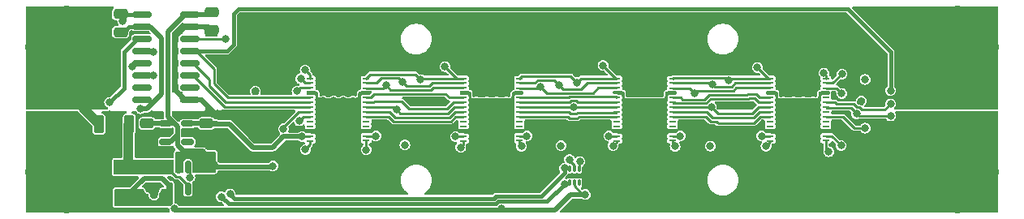
<source format=gtl>
G04 #@! TF.GenerationSoftware,KiCad,Pcbnew,7.0.7-7.0.7~ubuntu22.04.1*
G04 #@! TF.CreationDate,2024-03-13T22:54:31+01:00*
G04 #@! TF.ProjectId,flexaxe,666c6578-6178-4652-9e6b-696361645f70,rev?*
G04 #@! TF.SameCoordinates,Original*
G04 #@! TF.FileFunction,Copper,L1,Top*
G04 #@! TF.FilePolarity,Positive*
%FSLAX46Y46*%
G04 Gerber Fmt 4.6, Leading zero omitted, Abs format (unit mm)*
G04 Created by KiCad (PCBNEW 7.0.7-7.0.7~ubuntu22.04.1) date 2024-03-13 22:54:31*
%MOMM*%
%LPD*%
G01*
G04 APERTURE LIST*
G04 Aperture macros list*
%AMRoundRect*
0 Rectangle with rounded corners*
0 $1 Rounding radius*
0 $2 $3 $4 $5 $6 $7 $8 $9 X,Y pos of 4 corners*
0 Add a 4 corners polygon primitive as box body*
4,1,4,$2,$3,$4,$5,$6,$7,$8,$9,$2,$3,0*
0 Add four circle primitives for the rounded corners*
1,1,$1+$1,$2,$3*
1,1,$1+$1,$4,$5*
1,1,$1+$1,$6,$7*
1,1,$1+$1,$8,$9*
0 Add four rect primitives between the rounded corners*
20,1,$1+$1,$2,$3,$4,$5,0*
20,1,$1+$1,$4,$5,$6,$7,0*
20,1,$1+$1,$6,$7,$8,$9,0*
20,1,$1+$1,$8,$9,$2,$3,0*%
G04 Aperture macros list end*
G04 #@! TA.AperFunction,SMDPad,CuDef*
%ADD10RoundRect,0.250000X-0.475000X0.250000X-0.475000X-0.250000X0.475000X-0.250000X0.475000X0.250000X0*%
G04 #@! TD*
G04 #@! TA.AperFunction,SMDPad,CuDef*
%ADD11R,0.792000X0.221000*%
G04 #@! TD*
G04 #@! TA.AperFunction,SMDPad,CuDef*
%ADD12R,3.900000X1.810000*%
G04 #@! TD*
G04 #@! TA.AperFunction,SMDPad,CuDef*
%ADD13R,4.277000X4.530000*%
G04 #@! TD*
G04 #@! TA.AperFunction,SMDPad,CuDef*
%ADD14RoundRect,0.150000X0.150000X-0.512500X0.150000X0.512500X-0.150000X0.512500X-0.150000X-0.512500X0*%
G04 #@! TD*
G04 #@! TA.AperFunction,SMDPad,CuDef*
%ADD15RoundRect,0.150000X-0.512500X-0.150000X0.512500X-0.150000X0.512500X0.150000X-0.512500X0.150000X0*%
G04 #@! TD*
G04 #@! TA.AperFunction,ComponentPad*
%ADD16C,0.900000*%
G04 #@! TD*
G04 #@! TA.AperFunction,ComponentPad*
%ADD17C,8.600000*%
G04 #@! TD*
G04 #@! TA.AperFunction,SMDPad,CuDef*
%ADD18RoundRect,0.150000X-0.825000X-0.150000X0.825000X-0.150000X0.825000X0.150000X-0.825000X0.150000X0*%
G04 #@! TD*
G04 #@! TA.AperFunction,SMDPad,CuDef*
%ADD19RoundRect,0.050000X0.100000X-0.285000X0.100000X0.285000X-0.100000X0.285000X-0.100000X-0.285000X0*%
G04 #@! TD*
G04 #@! TA.AperFunction,SMDPad,CuDef*
%ADD20RoundRect,0.250000X-1.075000X0.375000X-1.075000X-0.375000X1.075000X-0.375000X1.075000X0.375000X0*%
G04 #@! TD*
G04 #@! TA.AperFunction,SMDPad,CuDef*
%ADD21RoundRect,0.250000X-0.275000X-0.700000X0.275000X-0.700000X0.275000X0.700000X-0.275000X0.700000X0*%
G04 #@! TD*
G04 #@! TA.AperFunction,ViaPad*
%ADD22C,0.800000*%
G04 #@! TD*
G04 #@! TA.AperFunction,Conductor*
%ADD23C,0.254000*%
G04 #@! TD*
G04 #@! TA.AperFunction,Conductor*
%ADD24C,0.508000*%
G04 #@! TD*
G04 #@! TA.AperFunction,Conductor*
%ADD25C,0.400000*%
G04 #@! TD*
G04 #@! TA.AperFunction,Conductor*
%ADD26C,1.000000*%
G04 #@! TD*
G04 APERTURE END LIST*
D10*
X111229000Y-88300000D03*
X111229000Y-90200000D03*
D11*
X122168000Y-78987000D03*
X122168000Y-79489000D03*
X122168000Y-79991000D03*
X122168000Y-80493000D03*
X122168000Y-80995000D03*
X122168000Y-81497000D03*
X122168000Y-81999000D03*
X122168000Y-82501000D03*
X122168000Y-83003000D03*
X122168000Y-83505000D03*
X122168000Y-84007000D03*
X122168000Y-84509000D03*
X122168000Y-85011000D03*
X122168000Y-85513000D03*
X128000000Y-85500000D03*
X128000000Y-85000000D03*
X128000000Y-84500000D03*
X128000000Y-84000000D03*
X128000000Y-83500000D03*
X128000000Y-83003000D03*
X128000000Y-82500000D03*
X128000000Y-81999000D03*
X128000000Y-81497000D03*
X128000000Y-80995000D03*
X128000000Y-80493000D03*
X128000000Y-80000000D03*
X128000000Y-79489000D03*
X128000000Y-79000000D03*
D12*
X125084000Y-79782000D03*
D13*
X125084000Y-83358000D03*
D14*
X107529000Y-90525000D03*
X108479000Y-90525000D03*
X109429000Y-90525000D03*
X109429000Y-88250000D03*
X108479000Y-88250000D03*
X107529000Y-88250000D03*
D15*
X107113500Y-83706000D03*
X107113500Y-84656000D03*
X107113500Y-85606000D03*
X109388500Y-85606000D03*
X109388500Y-83706000D03*
D16*
X189734000Y-91975000D03*
X187453581Y-91030419D03*
X192014419Y-91030419D03*
X186509000Y-88750000D03*
D17*
X189734000Y-88750000D03*
D16*
X192959000Y-88750000D03*
X187453581Y-86469581D03*
X192014419Y-86469581D03*
X189734000Y-85525000D03*
D10*
X111887000Y-72056000D03*
X111887000Y-73956000D03*
D18*
X104640400Y-72320200D03*
X104640400Y-73590200D03*
X104640400Y-74860200D03*
X104640400Y-76130200D03*
X104640400Y-77400200D03*
X104640400Y-78670200D03*
X104640400Y-79940200D03*
X104640400Y-81210200D03*
X109590400Y-81210200D03*
X109590400Y-79940200D03*
X109590400Y-78670200D03*
X109590400Y-77400200D03*
X109590400Y-76130200D03*
X109590400Y-74860200D03*
X109590400Y-73590200D03*
X109590400Y-72320200D03*
D10*
X111351000Y-83688000D03*
X111351000Y-85588000D03*
D16*
X96734000Y-78975000D03*
X94453581Y-78030419D03*
X99014419Y-78030419D03*
X93509000Y-75750000D03*
D17*
X96734000Y-75750000D03*
D16*
X99959000Y-75750000D03*
X94453581Y-73469581D03*
X99014419Y-73469581D03*
X96734000Y-72525000D03*
X189734000Y-78975000D03*
X187453581Y-78030419D03*
X192014419Y-78030419D03*
X186509000Y-75750000D03*
D17*
X189734000Y-75750000D03*
D16*
X192959000Y-75750000D03*
X187453581Y-73469581D03*
X192014419Y-73469581D03*
X189734000Y-72525000D03*
D10*
X105151000Y-83688000D03*
X105151000Y-85588000D03*
D11*
X138168000Y-78987000D03*
X138168000Y-79489000D03*
X138168000Y-79991000D03*
X138168000Y-80493000D03*
X138168000Y-80995000D03*
X138168000Y-81497000D03*
X138168000Y-81999000D03*
X138168000Y-82501000D03*
X138168000Y-83003000D03*
X138168000Y-83505000D03*
X138168000Y-84007000D03*
X138168000Y-84509000D03*
X138168000Y-85011000D03*
X138168000Y-85513000D03*
X144000000Y-85500000D03*
X144000000Y-85000000D03*
X144000000Y-84500000D03*
X144000000Y-84000000D03*
X144000000Y-83500000D03*
X144000000Y-83003000D03*
X144000000Y-82500000D03*
X144000000Y-81999000D03*
X144000000Y-81497000D03*
X144000000Y-80995000D03*
X144000000Y-80493000D03*
X144000000Y-80000000D03*
X144000000Y-79489000D03*
X144000000Y-79000000D03*
D12*
X141084000Y-79782000D03*
D13*
X141084000Y-83358000D03*
D19*
X149243800Y-89888400D03*
X149743800Y-89888400D03*
X150243800Y-89888400D03*
X150243800Y-88408400D03*
X149743800Y-88408400D03*
X149243800Y-88408400D03*
D20*
X103129000Y-88350000D03*
X103129000Y-91150000D03*
D11*
X170168000Y-78987000D03*
X170168000Y-79489000D03*
X170168000Y-79991000D03*
X170168000Y-80493000D03*
X170168000Y-80995000D03*
X170168000Y-81497000D03*
X170168000Y-81999000D03*
X170168000Y-82501000D03*
X170168000Y-83003000D03*
X170168000Y-83505000D03*
X170168000Y-84007000D03*
X170168000Y-84509000D03*
X170168000Y-85011000D03*
X170168000Y-85513000D03*
X176000000Y-85500000D03*
X176000000Y-85000000D03*
X176000000Y-84500000D03*
X176000000Y-84000000D03*
X176000000Y-83500000D03*
X176000000Y-83003000D03*
X176000000Y-82500000D03*
X176000000Y-81999000D03*
X176000000Y-81497000D03*
X176000000Y-80995000D03*
X176000000Y-80493000D03*
X176000000Y-80000000D03*
X176000000Y-79489000D03*
X176000000Y-79000000D03*
D12*
X173084000Y-79782000D03*
D13*
X173084000Y-83358000D03*
D11*
X154168000Y-78987000D03*
X154168000Y-79489000D03*
X154168000Y-79991000D03*
X154168000Y-80493000D03*
X154168000Y-80995000D03*
X154168000Y-81497000D03*
X154168000Y-81999000D03*
X154168000Y-82501000D03*
X154168000Y-83003000D03*
X154168000Y-83505000D03*
X154168000Y-84007000D03*
X154168000Y-84509000D03*
X154168000Y-85011000D03*
X154168000Y-85513000D03*
X160000000Y-85500000D03*
X160000000Y-85000000D03*
X160000000Y-84500000D03*
X160000000Y-84000000D03*
X160000000Y-83500000D03*
X160000000Y-83003000D03*
X160000000Y-82500000D03*
X160000000Y-81999000D03*
X160000000Y-81497000D03*
X160000000Y-80995000D03*
X160000000Y-80493000D03*
X160000000Y-80000000D03*
X160000000Y-79489000D03*
X160000000Y-79000000D03*
D12*
X157084000Y-79782000D03*
D13*
X157084000Y-83358000D03*
D10*
X102396000Y-72263000D03*
X102396000Y-74163000D03*
D21*
X100159000Y-83750000D03*
X103309000Y-83750000D03*
D10*
X105729000Y-88492000D03*
X105729000Y-90392000D03*
D16*
X96734000Y-91975000D03*
X94453581Y-91030419D03*
X99014419Y-91030419D03*
X93509000Y-88750000D03*
D17*
X96734000Y-88750000D03*
D16*
X99959000Y-88750000D03*
X94453581Y-86469581D03*
X99014419Y-86469581D03*
X96734000Y-85525000D03*
D22*
X172634000Y-84050000D03*
X108505000Y-91514000D03*
X179676545Y-81365711D03*
X111426000Y-91133000D03*
X124634000Y-81350000D03*
X124634000Y-84050000D03*
X112509480Y-85316563D03*
X124634000Y-85350000D03*
X106177511Y-84520134D03*
X141634000Y-84050000D03*
X171634000Y-84050000D03*
X117012800Y-85147200D03*
X155634000Y-85350000D03*
X123634000Y-82650000D03*
X142634000Y-85350000D03*
X125634000Y-85350000D03*
X139634000Y-85350000D03*
X156634000Y-84050000D03*
X157634000Y-84050000D03*
X156634000Y-85350000D03*
X158634000Y-82650000D03*
X174634000Y-82650000D03*
X134734000Y-84250000D03*
X133726000Y-84232800D03*
X157634000Y-85350000D03*
X172634000Y-82650000D03*
X142634000Y-84050000D03*
X173634000Y-85350000D03*
X123634000Y-85350000D03*
X126634000Y-81360000D03*
X174634000Y-84050000D03*
X171634000Y-82650000D03*
X173634000Y-81440000D03*
X126634000Y-84050000D03*
X171634000Y-85350000D03*
X140634000Y-84050000D03*
X112486252Y-82678400D03*
X125634000Y-81350000D03*
X142634000Y-82650000D03*
X172634000Y-81440000D03*
X155534000Y-81490000D03*
X135734000Y-84250000D03*
X139634000Y-84050000D03*
X165684767Y-84328360D03*
X142634000Y-81450000D03*
X140634000Y-82650000D03*
X167764453Y-84346325D03*
X173634000Y-82650000D03*
X157634000Y-81490000D03*
X123634000Y-84050000D03*
X158634000Y-84050000D03*
X139534000Y-81450000D03*
X174634000Y-81440000D03*
X174634000Y-85350000D03*
X141634000Y-81450000D03*
X156634000Y-82650000D03*
X123534000Y-81350000D03*
X166694903Y-84424418D03*
X157634000Y-82650000D03*
X105884000Y-91167000D03*
X172634000Y-85350000D03*
X155634000Y-84050000D03*
X124634000Y-82650000D03*
X116454210Y-80315600D03*
X156634000Y-81490000D03*
X155634000Y-82650000D03*
X141634000Y-85350000D03*
X182748000Y-85452000D03*
X139634000Y-82650000D03*
X125634000Y-82650000D03*
X171534000Y-81440000D03*
X140634000Y-81450000D03*
X140634000Y-85350000D03*
X158634000Y-85350000D03*
X173634000Y-84050000D03*
X141634000Y-82650000D03*
X125634000Y-84050000D03*
X126634000Y-82650000D03*
X158634000Y-81490000D03*
X120213200Y-89090600D03*
X126634000Y-85350000D03*
X118282800Y-88144400D03*
X132061693Y-85947600D03*
X137891300Y-86200000D03*
X148356400Y-86010800D03*
X180081000Y-79102000D03*
X176282305Y-86640752D03*
X112145600Y-88021227D03*
X169743200Y-86061600D03*
X160253211Y-86071211D03*
X144217311Y-86078214D03*
X153791700Y-86010800D03*
X121671697Y-86414550D03*
X128036400Y-86456396D03*
X163934000Y-86061600D03*
X135631000Y-81388000D03*
X171534000Y-79050000D03*
X156634000Y-80350000D03*
X123534000Y-80350000D03*
X157634000Y-79050000D03*
X141634000Y-80350000D03*
X173634000Y-80350000D03*
X140634000Y-80350000D03*
X174634000Y-80350000D03*
X173634000Y-79050000D03*
X139534000Y-80350000D03*
X126634000Y-79050000D03*
X142634000Y-80350000D03*
X142634000Y-79050000D03*
X165603000Y-81786069D03*
X174634000Y-79050000D03*
X171534000Y-80350000D03*
X124634000Y-80350000D03*
X155534000Y-80350000D03*
X155534000Y-79050000D03*
X156634000Y-79050000D03*
X125634000Y-80350000D03*
X124634000Y-79050000D03*
X166582500Y-81778591D03*
X158634000Y-79050000D03*
X134615000Y-81388000D03*
X140634000Y-79050000D03*
X172634000Y-80350000D03*
X139534000Y-79050000D03*
X126634000Y-80350000D03*
X125634000Y-79050000D03*
X172634000Y-79050000D03*
X158634000Y-80350000D03*
X123566000Y-77222400D03*
X157634000Y-80350000D03*
X174442137Y-76315432D03*
X141634000Y-79050000D03*
X123534000Y-79050000D03*
X167791028Y-77875028D03*
X167598500Y-81778591D03*
X133635500Y-81388000D03*
X150896400Y-77587400D03*
X177588400Y-86001887D03*
X137342248Y-85056223D03*
X144800400Y-84994800D03*
X121337683Y-85061966D03*
X160792725Y-85005828D03*
X129054002Y-85011049D03*
X153334800Y-84994800D03*
X169286000Y-84994800D03*
X105848200Y-76200000D03*
X103632000Y-77724000D03*
X105848200Y-78681902D03*
X101248139Y-81492805D03*
X130086164Y-79729688D03*
X131811012Y-79388247D03*
X136234000Y-77750000D03*
X133703395Y-79124605D03*
X150032800Y-79430331D03*
X152734000Y-77650000D03*
X148173500Y-79679402D03*
X146237073Y-79858900D03*
X149675448Y-82008331D03*
X120796534Y-80315600D03*
X121194410Y-79015793D03*
X121650394Y-78114087D03*
X165805156Y-79201091D03*
X168834000Y-77850000D03*
X164158052Y-79614469D03*
X162326400Y-80506800D03*
X175788400Y-78441600D03*
X177668000Y-78543200D03*
X177642448Y-80564214D03*
X150313400Y-87656400D03*
X131195633Y-82267367D03*
X148712000Y-88373000D03*
X113830347Y-91035120D03*
X112898000Y-91344798D03*
X148712000Y-90024000D03*
X102616000Y-73025000D03*
X164052896Y-82017901D03*
X104487000Y-82150000D03*
X149234000Y-87450000D03*
X142117069Y-92600720D03*
X150889920Y-91116200D03*
X108043000Y-92600500D03*
X182748000Y-81642000D03*
X179195801Y-82694614D03*
X182748000Y-82912000D03*
X180081000Y-84182000D03*
X119397556Y-84255566D03*
X182753000Y-80264000D03*
X121026000Y-83420000D03*
X113377000Y-74911000D03*
X109630082Y-89312458D03*
D23*
X123534000Y-81808000D02*
X124376000Y-82650000D01*
X176000000Y-80493000D02*
X175350000Y-80493000D01*
X170818000Y-80493000D02*
X170854600Y-80529600D01*
X170854600Y-81128600D02*
X173084000Y-83358000D01*
D24*
X109098532Y-73590200D02*
X108077000Y-74611732D01*
D23*
X122818000Y-80493000D02*
X122854600Y-80529600D01*
X127313400Y-80529600D02*
X127313400Y-81128600D01*
X125776000Y-84050000D02*
X125634000Y-84050000D01*
D24*
X112269400Y-82678400D02*
X112486252Y-82678400D01*
X108077000Y-74611732D02*
X108077000Y-80188668D01*
D25*
X105729000Y-90392000D02*
X105729000Y-91012000D01*
D23*
X122168000Y-84509000D02*
X123933000Y-84509000D01*
D26*
X111351000Y-85588000D02*
X112238043Y-85588000D01*
D23*
X123534000Y-81350000D02*
X123534000Y-81808000D01*
D24*
X106083000Y-84656000D02*
X105151000Y-85588000D01*
D23*
X143001000Y-82501000D02*
X143000000Y-82500000D01*
X154843400Y-81117400D02*
X157084000Y-83358000D01*
X154168000Y-84509000D02*
X155933000Y-84509000D01*
X122854600Y-80529600D02*
X122854600Y-81128600D01*
X144000000Y-84500000D02*
X142226000Y-84500000D01*
X160000000Y-84500000D02*
X158226000Y-84500000D01*
X124376000Y-82650000D02*
X124634000Y-82650000D01*
D25*
X105729000Y-91012000D02*
X105884000Y-91167000D01*
D24*
X108479000Y-90525000D02*
X108479000Y-91488000D01*
D23*
X154818000Y-80493000D02*
X154843400Y-80518400D01*
X138843400Y-81117400D02*
X141084000Y-83358000D01*
X138843400Y-80518400D02*
X138843400Y-81117400D01*
X124634000Y-84050000D02*
X124634000Y-83808000D01*
D26*
X112238043Y-85588000D02*
X112509480Y-85316563D01*
D23*
X125634000Y-82650000D02*
X125634000Y-82808000D01*
X170854600Y-80529600D02*
X170854600Y-81128600D01*
X143324600Y-80605100D02*
X143324600Y-81117400D01*
X175350000Y-80493000D02*
X175324600Y-80518400D01*
X138818000Y-80493000D02*
X138843400Y-80518400D01*
X171933000Y-84509000D02*
X173084000Y-83358000D01*
X170168000Y-80493000D02*
X170818000Y-80493000D01*
X123933000Y-84509000D02*
X125084000Y-83358000D01*
D24*
X110801200Y-81210200D02*
X112269400Y-82678400D01*
X107113500Y-84656000D02*
X106083000Y-84656000D01*
X111229000Y-90936000D02*
X111426000Y-91133000D01*
D23*
X143436700Y-80493000D02*
X143324600Y-80605100D01*
X125634000Y-84050000D02*
X125634000Y-83908000D01*
D24*
X109098532Y-81210200D02*
X110801200Y-81210200D01*
D23*
X159324600Y-80518400D02*
X159324600Y-81117400D01*
X175324600Y-81117400D02*
X173084000Y-83358000D01*
X124634000Y-82650000D02*
X124634000Y-82908000D01*
X154168000Y-80493000D02*
X154818000Y-80493000D01*
X154843400Y-80518400D02*
X154843400Y-81117400D01*
X144000000Y-80493000D02*
X143436700Y-80493000D01*
X138168000Y-80493000D02*
X138818000Y-80493000D01*
X138168000Y-84509000D02*
X139933000Y-84509000D01*
X155933000Y-84509000D02*
X157084000Y-83358000D01*
X125792000Y-82650000D02*
X125634000Y-82650000D01*
X124634000Y-82908000D02*
X125084000Y-83358000D01*
X128000000Y-80493000D02*
X127350000Y-80493000D01*
X123634000Y-84050000D02*
X123933000Y-84509000D01*
X127350000Y-80493000D02*
X127313400Y-80529600D01*
X143324600Y-81117400D02*
X141084000Y-83358000D01*
D24*
X108479000Y-91488000D02*
X108505000Y-91514000D01*
X111887002Y-73956000D02*
X111521202Y-73590200D01*
X111521202Y-73590200D02*
X109098532Y-73590200D01*
D23*
X170168000Y-84509000D02*
X171933000Y-84509000D01*
X142226000Y-84500000D02*
X141084000Y-83358000D01*
X123076000Y-81350000D02*
X123534000Y-81350000D01*
X127313400Y-81128600D02*
X125792000Y-82650000D01*
X158226000Y-84500000D02*
X157084000Y-83358000D01*
X176000000Y-84500000D02*
X174226000Y-84500000D01*
X158001000Y-82501000D02*
X158000000Y-82500000D01*
X159350000Y-80493000D02*
X159324600Y-80518400D01*
X124634000Y-83808000D02*
X125084000Y-83358000D01*
X125634000Y-82808000D02*
X125084000Y-83358000D01*
D24*
X108505000Y-91514000D02*
X108584900Y-91593900D01*
D23*
X159324600Y-81117400D02*
X157084000Y-83358000D01*
X125634000Y-83908000D02*
X125084000Y-83358000D01*
X122854600Y-81128600D02*
X123076000Y-81350000D01*
X124392000Y-84050000D02*
X124634000Y-84050000D01*
X123933000Y-84509000D02*
X124392000Y-84050000D01*
X175324600Y-80518400D02*
X175324600Y-81117400D01*
X126226000Y-84500000D02*
X125776000Y-84050000D01*
X122168000Y-80493000D02*
X122818000Y-80493000D01*
D24*
X108077000Y-80188668D02*
X109098532Y-81210200D01*
D23*
X128000000Y-84500000D02*
X126226000Y-84500000D01*
X174226000Y-84500000D02*
X173084000Y-83358000D01*
X160000000Y-80493000D02*
X159350000Y-80493000D01*
D24*
X111229000Y-90200000D02*
X111229000Y-90936000D01*
D23*
X139933000Y-84509000D02*
X141084000Y-83358000D01*
X170168000Y-85636800D02*
X169743200Y-86061600D01*
D24*
X118215200Y-88212000D02*
X118282800Y-88144400D01*
D23*
X160000000Y-85500000D02*
X160000000Y-85818000D01*
X144000000Y-85860903D02*
X144217311Y-86078214D01*
X128000000Y-86419996D02*
X128036400Y-86456396D01*
D24*
X107108000Y-85611500D02*
X107113500Y-85606000D01*
D23*
X137891300Y-86200000D02*
X138168000Y-85923300D01*
X128000000Y-85500000D02*
X128000000Y-86419996D01*
D24*
X107315000Y-83024000D02*
X107315000Y-74103732D01*
X108319600Y-84028600D02*
X107997000Y-83706000D01*
D23*
X121671697Y-86414550D02*
X122168000Y-85918247D01*
D24*
X108319600Y-84028600D02*
X107315000Y-83024000D01*
X111345000Y-88184000D02*
X111229000Y-88300000D01*
X110947000Y-88212000D02*
X118215200Y-88212000D01*
D23*
X153791700Y-86010800D02*
X154168000Y-85634500D01*
D24*
X108319600Y-84899268D02*
X108319600Y-84028600D01*
X108319600Y-84899268D02*
X108319600Y-85986468D01*
D23*
X176282305Y-86640752D02*
X176000000Y-86358447D01*
X154168000Y-85634500D02*
X154168000Y-85513000D01*
X160000000Y-85818000D02*
X160253211Y-86071211D01*
D24*
X105151000Y-83688000D02*
X105169000Y-83706000D01*
X108928132Y-86595000D02*
X110964000Y-86595000D01*
X111229000Y-88300000D02*
X111507773Y-88021227D01*
D23*
X176000000Y-86358447D02*
X176000000Y-85500000D01*
D24*
X107113500Y-85606000D02*
X107612868Y-85606000D01*
X111507773Y-88021227D02*
X112145600Y-88021227D01*
D23*
X138168000Y-85923300D02*
X138168000Y-85513000D01*
X144000000Y-85500000D02*
X144000000Y-85860903D01*
D24*
X111345000Y-86976000D02*
X111345000Y-88184000D01*
X105169000Y-83706000D02*
X107997000Y-83706000D01*
X107315000Y-74103732D02*
X109098532Y-72320200D01*
D23*
X122168000Y-85918247D02*
X122168000Y-85513000D01*
D24*
X111622800Y-72320200D02*
X111887000Y-72056000D01*
D23*
X170168000Y-85513000D02*
X170168000Y-85636800D01*
D24*
X107612868Y-85606000D02*
X108319600Y-84899268D01*
X109098532Y-72320200D02*
X111622800Y-72320200D01*
X110964000Y-86595000D02*
X111345000Y-86976000D01*
X108319600Y-85986468D02*
X108928132Y-86595000D01*
D26*
X94446000Y-75038000D02*
X93234000Y-76250000D01*
X96734000Y-80325000D02*
X100159000Y-83750000D01*
X96734000Y-75750000D02*
X96734000Y-80325000D01*
D24*
X111351000Y-83688000D02*
X112398640Y-83688000D01*
X111333000Y-83706000D02*
X111351000Y-83688000D01*
D23*
X153351000Y-85011000D02*
X153334800Y-84994800D01*
D24*
X119384034Y-85061966D02*
X118232000Y-86214000D01*
D23*
X176586513Y-85000000D02*
X177588400Y-86001887D01*
D24*
X113742600Y-83756600D02*
X110972240Y-83756600D01*
D23*
X154168000Y-85011000D02*
X153351000Y-85011000D01*
D24*
X109388500Y-83706000D02*
X111333000Y-83706000D01*
X121337683Y-85061966D02*
X119384034Y-85061966D01*
X112398640Y-83688000D02*
X112467240Y-83756600D01*
X118232000Y-86214000D02*
X116200000Y-86214000D01*
D23*
X144000000Y-85000000D02*
X144795200Y-85000000D01*
X176000000Y-85000000D02*
X176586513Y-85000000D01*
X169302200Y-85011000D02*
X169286000Y-84994800D01*
D24*
X116200000Y-86214000D02*
X113742600Y-83756600D01*
D23*
X137342248Y-85056223D02*
X137387471Y-85011000D01*
X144795200Y-85000000D02*
X144800400Y-84994800D01*
X122168000Y-85011000D02*
X121388649Y-85011000D01*
X160786897Y-85000000D02*
X160792725Y-85005828D01*
X129042953Y-85000000D02*
X129054002Y-85011049D01*
X170168000Y-85011000D02*
X169302200Y-85011000D01*
X128000000Y-85000000D02*
X129042953Y-85000000D01*
X137387471Y-85011000D02*
X138168000Y-85011000D01*
X121388649Y-85011000D02*
X121337683Y-85061966D01*
X160000000Y-85000000D02*
X160786897Y-85000000D01*
D25*
X104475400Y-76115000D02*
X104560400Y-76200000D01*
X104560400Y-76200000D02*
X105848200Y-76200000D01*
D23*
X104987400Y-78670200D02*
X105836498Y-78670200D01*
X105836498Y-78670200D02*
X105848200Y-78681902D01*
D25*
X102743000Y-76200000D02*
X104082800Y-74860200D01*
X104082800Y-74860200D02*
X104987400Y-74860200D01*
X102743000Y-79997944D02*
X102743000Y-76200000D01*
X101248139Y-81492805D02*
X102743000Y-79997944D01*
D23*
X129815852Y-80000000D02*
X128000000Y-80000000D01*
X134785136Y-80219600D02*
X135013736Y-79991000D01*
X130576076Y-80219600D02*
X134785136Y-80219600D01*
X135013736Y-79991000D02*
X138168000Y-79991000D01*
X130086164Y-79729688D02*
X130576076Y-80219600D01*
X130086164Y-79729688D02*
X129815852Y-80000000D01*
X129087736Y-79489000D02*
X128000000Y-79489000D01*
X131397765Y-78975000D02*
X129601736Y-78975000D01*
X132235965Y-79813200D02*
X134616800Y-79813200D01*
X131811012Y-79388247D02*
X131397765Y-78975000D01*
X129601736Y-78975000D02*
X129087736Y-79489000D01*
X131811012Y-79388247D02*
X132235965Y-79813200D01*
X134941000Y-79489000D02*
X138168000Y-79489000D01*
X134616800Y-79813200D02*
X134941000Y-79489000D01*
X128431400Y-78568600D02*
X133147390Y-78568600D01*
X138168000Y-78987000D02*
X133841000Y-78987000D01*
X138168000Y-78987000D02*
X137471000Y-78987000D01*
X133147390Y-78568600D02*
X133703395Y-79124605D01*
X128000000Y-79000000D02*
X128431400Y-78568600D01*
X133841000Y-78987000D02*
X133703395Y-79124605D01*
X137471000Y-78987000D02*
X136234000Y-77750000D01*
X149375569Y-78773100D02*
X150032800Y-79430331D01*
X144000000Y-79000000D02*
X144226900Y-78773100D01*
X144226900Y-78773100D02*
X149375569Y-78773100D01*
X150476131Y-78987000D02*
X150032800Y-79430331D01*
X154168000Y-78987000D02*
X150476131Y-78987000D01*
X154168000Y-78987000D02*
X154071000Y-78987000D01*
X154071000Y-78987000D02*
X152734000Y-77650000D01*
X145636983Y-79489000D02*
X145946483Y-79179500D01*
X144000000Y-79489000D02*
X145636983Y-79489000D01*
X147673598Y-79179500D02*
X148173500Y-79679402D01*
X151082604Y-79489000D02*
X150461873Y-80109731D01*
X145946483Y-79179500D02*
X147673598Y-79179500D01*
X154168000Y-79489000D02*
X151082604Y-79489000D01*
X150461873Y-80109731D02*
X148603829Y-80109731D01*
X148603829Y-80109731D02*
X148173500Y-79679402D01*
X152201264Y-79991000D02*
X151676132Y-80516132D01*
X154168000Y-79991000D02*
X152201264Y-79991000D01*
X144000000Y-80000000D02*
X146095973Y-80000000D01*
X146095973Y-80000000D02*
X146237073Y-79858900D01*
X151676132Y-80516132D02*
X146894305Y-80516132D01*
X146894305Y-80516132D02*
X146237073Y-79858900D01*
X154168000Y-81999000D02*
X144000000Y-81999000D01*
X154168000Y-80995000D02*
X154095532Y-80922532D01*
X149234543Y-80922532D02*
X149162075Y-80995000D01*
X149162075Y-80995000D02*
X144000000Y-80995000D01*
X154095532Y-80922532D02*
X149234543Y-80922532D01*
X144000000Y-83003000D02*
X149065779Y-83003000D01*
X149065779Y-83003000D02*
X149209077Y-83146298D01*
X149209077Y-83146298D02*
X150061791Y-83146298D01*
X150205089Y-83003000D02*
X154168000Y-83003000D01*
X150061791Y-83146298D02*
X150205089Y-83003000D01*
X154112600Y-82556400D02*
X154168000Y-82501000D01*
X150076953Y-82556400D02*
X154112600Y-82556400D01*
X149341116Y-82703601D02*
X149929752Y-82703601D01*
X144000000Y-82500000D02*
X149137515Y-82500000D01*
X149137515Y-82500000D02*
X149341116Y-82703601D01*
X149929752Y-82703601D02*
X150076953Y-82556400D01*
X150124934Y-81497000D02*
X154168000Y-81497000D01*
X149394031Y-81328931D02*
X149956865Y-81328931D01*
X149956865Y-81328931D02*
X150124934Y-81497000D01*
X144000000Y-81497000D02*
X149225962Y-81497000D01*
X149225962Y-81497000D02*
X149394031Y-81328931D01*
X107529000Y-88569763D02*
X107529000Y-88250000D01*
D26*
X103222000Y-83837000D02*
X103309000Y-83750000D01*
D23*
X108487710Y-89228000D02*
X108187237Y-89228000D01*
X107529000Y-88250000D02*
X107529000Y-87744000D01*
D26*
X103222000Y-88257000D02*
X103222000Y-83837000D01*
D24*
X107529000Y-88250000D02*
X105804000Y-88250000D01*
D23*
X109429000Y-90525000D02*
X109429000Y-90169290D01*
X108187237Y-89228000D02*
X107529000Y-88569763D01*
X109429000Y-90169290D02*
X108487710Y-89228000D01*
D26*
X103129000Y-88350000D02*
X103222000Y-88257000D01*
D23*
X109521000Y-90617000D02*
X109429000Y-90525000D01*
X122168000Y-79991000D02*
X121121134Y-79991000D01*
X121121134Y-79991000D02*
X120796534Y-80315600D01*
X122168000Y-79489000D02*
X121667617Y-79489000D01*
X121667617Y-79489000D02*
X121194410Y-79015793D01*
X122168000Y-78987000D02*
X122168000Y-78631693D01*
X122168000Y-78631693D02*
X121650394Y-78114087D01*
X166019247Y-78987000D02*
X170168000Y-78987000D01*
X160064931Y-78935069D02*
X160000000Y-79000000D01*
X165539134Y-78935069D02*
X160064931Y-78935069D01*
X169971000Y-78987000D02*
X168834000Y-77850000D01*
X165805156Y-79201091D02*
X165539134Y-78935069D01*
X170168000Y-78987000D02*
X169971000Y-78987000D01*
X165805156Y-79201091D02*
X166019247Y-78987000D01*
X164032583Y-79489000D02*
X164158052Y-79614469D01*
X164423574Y-79879991D02*
X164158052Y-79614469D01*
X166161114Y-79879991D02*
X164423574Y-79879991D01*
X170168000Y-79489000D02*
X166552105Y-79489000D01*
X160000000Y-79489000D02*
X164032583Y-79489000D01*
X166552105Y-79489000D02*
X166161114Y-79879991D01*
X164439469Y-80293869D02*
X162539331Y-80293869D01*
X166329450Y-80286391D02*
X164446947Y-80286391D01*
X161819600Y-80000000D02*
X162326400Y-80506800D01*
X164446947Y-80286391D02*
X164439469Y-80293869D01*
X162539331Y-80293869D02*
X162326400Y-80506800D01*
X160000000Y-80000000D02*
X161819600Y-80000000D01*
X166624841Y-79991000D02*
X166329450Y-80286391D01*
X170168000Y-79991000D02*
X166624841Y-79991000D01*
X176000000Y-79000000D02*
X176000000Y-78653200D01*
X176000000Y-78653200D02*
X175788400Y-78441600D01*
X176722200Y-79489000D02*
X177668000Y-78543200D01*
X176000000Y-79489000D02*
X176722200Y-79489000D01*
X177078234Y-80000000D02*
X177642448Y-80564214D01*
X176000000Y-80000000D02*
X177078234Y-80000000D01*
X150243800Y-88408400D02*
X150243800Y-87726000D01*
X150243800Y-87726000D02*
X150313400Y-87656400D01*
D24*
X107529000Y-90221710D02*
X106721890Y-89414600D01*
X106721890Y-89414600D02*
X104864400Y-89414600D01*
X107529000Y-90525000D02*
X107529000Y-90221710D01*
X104864400Y-89414600D02*
X103129000Y-91150000D01*
D23*
X128000000Y-81999000D02*
X130927266Y-81999000D01*
X138168000Y-81999000D02*
X137200293Y-81999000D01*
X130927266Y-81999000D02*
X131195633Y-82267367D01*
X131586266Y-82658000D02*
X131195633Y-82267367D01*
X137200293Y-81999000D02*
X136541293Y-82658000D01*
X136541293Y-82658000D02*
X131586266Y-82658000D01*
D25*
X148712000Y-88855600D02*
X146271680Y-91295920D01*
X146271680Y-91295920D02*
X141576602Y-91295920D01*
X114314627Y-91519400D02*
X113830347Y-91035120D01*
X141353122Y-91519400D02*
X114314627Y-91519400D01*
D23*
X149208400Y-88373000D02*
X148712000Y-88373000D01*
D25*
X141576602Y-91295920D02*
X141353122Y-91519400D01*
D23*
X149243800Y-88408400D02*
X149208400Y-88373000D01*
D25*
X148712000Y-88373000D02*
X148712000Y-88855600D01*
X141551333Y-92102401D02*
X113655603Y-92102401D01*
X148712000Y-90024000D02*
X146887680Y-91848320D01*
X141805414Y-91848320D02*
X141551333Y-92102401D01*
D23*
X149108200Y-90024000D02*
X148712000Y-90024000D01*
D25*
X113655603Y-92102401D02*
X112898000Y-91344798D01*
D23*
X149243800Y-89888400D02*
X149108200Y-90024000D01*
D25*
X146887680Y-91848320D02*
X141805414Y-91848320D01*
X102743000Y-72263000D02*
X102743000Y-72898000D01*
X102800200Y-72320200D02*
X102743000Y-72263000D01*
X102743000Y-72898000D02*
X102616000Y-73025000D01*
X104987400Y-72320200D02*
X102800200Y-72320200D01*
D23*
X164155938Y-81999000D02*
X160000000Y-81999000D01*
X164726065Y-82691070D02*
X164052896Y-82017901D01*
X168978157Y-81999000D02*
X168286087Y-82691070D01*
X168286087Y-82691070D02*
X164726065Y-82691070D01*
X170168000Y-81999000D02*
X168978157Y-81999000D01*
D24*
X104487000Y-82150000D02*
X105175000Y-82150000D01*
D25*
X103315800Y-73590200D02*
X102743000Y-74163000D01*
D24*
X105464068Y-73575000D02*
X104548000Y-73575000D01*
D25*
X104987400Y-73590200D02*
X103315800Y-73590200D01*
D24*
X106654600Y-74765532D02*
X105464068Y-73575000D01*
X105175000Y-82150000D02*
X106654600Y-80670400D01*
X106654600Y-80670400D02*
X106654600Y-74765532D01*
D23*
X149234000Y-87547758D02*
X149234000Y-87450000D01*
X149743800Y-88057558D02*
X149234000Y-87547758D01*
X149743800Y-88408400D02*
X149743800Y-88057558D01*
X149743800Y-88408400D02*
X149728000Y-88392600D01*
X149743800Y-90239242D02*
X150620758Y-91116200D01*
D24*
X108188500Y-92746000D02*
X147738000Y-92746000D01*
D23*
X149743800Y-89888400D02*
X149743800Y-90239242D01*
D24*
X149367800Y-91116200D02*
X150889920Y-91116200D01*
D23*
X150620758Y-91116200D02*
X150889920Y-91116200D01*
D24*
X147738000Y-92746000D02*
X149367800Y-91116200D01*
X108043000Y-92600500D02*
X108188500Y-92746000D01*
D23*
X138168000Y-83003000D02*
X137345765Y-83003000D01*
X130395692Y-83003000D02*
X128000000Y-83003000D01*
X136877965Y-83470800D02*
X130863492Y-83470800D01*
X137345765Y-83003000D02*
X136877965Y-83470800D01*
X130863492Y-83470800D02*
X130395692Y-83003000D01*
X130467428Y-82500000D02*
X128000000Y-82500000D01*
X136709629Y-83064400D02*
X131031828Y-83064400D01*
X131031828Y-83064400D02*
X130467428Y-82500000D01*
X137273029Y-82501000D02*
X136709629Y-83064400D01*
X138168000Y-82501000D02*
X137273029Y-82501000D01*
X132450270Y-82144270D02*
X131694000Y-81388000D01*
X131694000Y-81388000D02*
X128897000Y-81388000D01*
X138168000Y-81497000D02*
X137127557Y-81497000D01*
X128897000Y-81388000D02*
X128788000Y-81497000D01*
X136480287Y-82144270D02*
X132450270Y-82144270D01*
X128788000Y-81497000D02*
X128000000Y-81497000D01*
X137127557Y-81497000D02*
X136480287Y-82144270D01*
X138168000Y-80995000D02*
X136689817Y-80995000D01*
X136689817Y-80995000D02*
X136320817Y-80626000D01*
X136320817Y-80626000D02*
X128834870Y-80626000D01*
X128834870Y-80626000D02*
X128465870Y-80995000D01*
X128465870Y-80995000D02*
X128000000Y-80995000D01*
X164535414Y-83503870D02*
X164003317Y-83503870D01*
X168479223Y-83647406D02*
X164750307Y-83647406D01*
X169123629Y-83003000D02*
X168479223Y-83647406D01*
X164003317Y-83503870D02*
X163502447Y-83003000D01*
X164738688Y-83635787D02*
X164667331Y-83635787D01*
X164667331Y-83635787D02*
X164535414Y-83503870D01*
X164750307Y-83647406D02*
X164738688Y-83635787D01*
X170168000Y-83003000D02*
X169123629Y-83003000D01*
X163502447Y-83003000D02*
X160000000Y-83003000D01*
X169050893Y-82501000D02*
X170168000Y-82501000D01*
X164171653Y-83097470D02*
X168454423Y-83097470D01*
X168454423Y-83097470D02*
X169050893Y-82501000D01*
X163574183Y-82500000D02*
X164171653Y-83097470D01*
X160000000Y-82500000D02*
X163574183Y-82500000D01*
X163965514Y-81106669D02*
X166230522Y-81106669D01*
X166230522Y-81106669D02*
X166238000Y-81099191D01*
X168958817Y-81497000D02*
X170168000Y-81497000D01*
X160095600Y-81592600D02*
X163479583Y-81592600D01*
X168540087Y-81078270D02*
X168958817Y-81497000D01*
X160000000Y-81497000D02*
X160095600Y-81592600D01*
X163479583Y-81592600D02*
X163965514Y-81106669D01*
X167956332Y-81099191D02*
X167977253Y-81078270D01*
X166238000Y-81099191D02*
X167956332Y-81099191D01*
X167977253Y-81078270D02*
X168540087Y-81078270D01*
X163311247Y-81186200D02*
X161007000Y-81186200D01*
X169031553Y-80995000D02*
X168708423Y-80671870D01*
X167787996Y-80692791D02*
X164615283Y-80692791D01*
X164615283Y-80692791D02*
X164607805Y-80700269D01*
X170168000Y-80995000D02*
X169031553Y-80995000D01*
X160815800Y-80995000D02*
X160000000Y-80995000D01*
X167808917Y-80671870D02*
X167787996Y-80692791D01*
X168708423Y-80671870D02*
X167808917Y-80671870D01*
X163797178Y-80700269D02*
X163311247Y-81186200D01*
X164607805Y-80700269D02*
X163797178Y-80700269D01*
X161007000Y-81186200D02*
X160815800Y-80995000D01*
X179477218Y-82015214D02*
X179739004Y-82277000D01*
X176000000Y-81497000D02*
X176948264Y-81497000D01*
X179263329Y-82015214D02*
X179477218Y-82015214D01*
X179739004Y-82277000D02*
X182113000Y-82277000D01*
X178915515Y-81667400D02*
X179263329Y-82015214D01*
X182113000Y-82277000D02*
X182748000Y-81642000D01*
X176948264Y-81497000D02*
X177118664Y-81667400D01*
X177118664Y-81667400D02*
X178915515Y-81667400D01*
X179446000Y-82912000D02*
X182748000Y-82912000D01*
X178607800Y-82073800D02*
X179446000Y-82912000D01*
X176074800Y-82073800D02*
X178607800Y-82073800D01*
X176000000Y-81999000D02*
X176074800Y-82073800D01*
X178938000Y-84182000D02*
X180081000Y-84182000D01*
X177759000Y-83003000D02*
X178811000Y-84055000D01*
X178811000Y-84055000D02*
X178938000Y-84182000D01*
X176000000Y-83003000D02*
X177759000Y-83003000D01*
X120984183Y-82501000D02*
X119397556Y-84087627D01*
X122168000Y-82501000D02*
X120984183Y-82501000D01*
X119397556Y-84087627D02*
X119397556Y-84255566D01*
X113266200Y-81999000D02*
X109937400Y-78670200D01*
X122168000Y-81999000D02*
X113266200Y-81999000D01*
X111633000Y-79095800D02*
X109937400Y-77400200D01*
X122168000Y-81497000D02*
X113374000Y-81497000D01*
X113374000Y-81497000D02*
X111633000Y-79756000D01*
X111633000Y-79756000D02*
X111633000Y-79095800D01*
D25*
X182753000Y-76200000D02*
X182753000Y-80264000D01*
D23*
X122168000Y-80995000D02*
X113634000Y-80995000D01*
D25*
X113480800Y-76130200D02*
X114173000Y-75438000D01*
X114173000Y-72263000D02*
X114736000Y-71700000D01*
D23*
X110293200Y-76130200D02*
X109937400Y-76130200D01*
D25*
X114173000Y-75438000D02*
X114173000Y-72263000D01*
D23*
X112141000Y-77978000D02*
X110293200Y-76130200D01*
D25*
X114736000Y-71700000D02*
X178253000Y-71700000D01*
D23*
X112141000Y-79502000D02*
X112141000Y-77978000D01*
D25*
X178253000Y-71700000D02*
X182753000Y-76200000D01*
X109590400Y-76130200D02*
X113480800Y-76130200D01*
D23*
X113634000Y-80995000D02*
X112649000Y-80010000D01*
X112649000Y-80010000D02*
X112141000Y-79502000D01*
X122168000Y-83003000D02*
X121443000Y-83003000D01*
X113377000Y-74911000D02*
X109988200Y-74911000D01*
X109988200Y-74911000D02*
X109937400Y-74860200D01*
X121443000Y-83003000D02*
X121026000Y-83420000D01*
X109630082Y-88451082D02*
X109630082Y-89312458D01*
X109429000Y-88250000D02*
X109630082Y-88451082D01*
G04 #@! TA.AperFunction,Conductor*
G36*
X107947720Y-89384321D02*
G01*
X107953356Y-89390798D01*
X107960003Y-89399600D01*
X107992847Y-89429541D01*
X107994896Y-89431497D01*
X108007657Y-89444258D01*
X108009469Y-89445499D01*
X108016197Y-89450826D01*
X108037336Y-89470098D01*
X108042429Y-89472071D01*
X108067717Y-89485400D01*
X108072221Y-89488486D01*
X108100051Y-89495030D01*
X108108254Y-89497571D01*
X108134915Y-89507900D01*
X108140381Y-89507900D01*
X108168770Y-89511193D01*
X108174086Y-89512444D01*
X108202396Y-89508494D01*
X108210971Y-89507900D01*
X108320410Y-89507900D01*
X108387449Y-89527585D01*
X108408091Y-89544219D01*
X108939781Y-90075909D01*
X108973266Y-90137232D01*
X108976100Y-90163590D01*
X108976099Y-91082725D01*
X108976100Y-91082727D01*
X108979038Y-91108050D01*
X108979038Y-91108052D01*
X109016067Y-91191913D01*
X109024780Y-91211645D01*
X109104855Y-91291720D01*
X109208450Y-91337462D01*
X109233774Y-91340400D01*
X109233775Y-91340400D01*
X109624225Y-91340400D01*
X109624226Y-91340400D01*
X109649550Y-91337462D01*
X109753145Y-91291720D01*
X109833220Y-91211645D01*
X109878962Y-91108050D01*
X109881900Y-91082726D01*
X109881900Y-89967274D01*
X109878962Y-89941950D01*
X109877575Y-89938810D01*
X109877082Y-89935040D01*
X109876513Y-89932949D01*
X109876797Y-89932871D01*
X109868503Y-89869534D01*
X109898324Y-89806348D01*
X109915518Y-89790350D01*
X110024415Y-89706791D01*
X110113039Y-89591294D01*
X110168751Y-89456794D01*
X110187753Y-89312458D01*
X110179530Y-89250000D01*
X112319000Y-89250000D01*
X112319000Y-92339100D01*
X108600485Y-92339100D01*
X108533446Y-92319415D01*
X108502109Y-92290586D01*
X108437334Y-92206168D01*
X108437333Y-92206167D01*
X108321836Y-92117543D01*
X108321833Y-92117542D01*
X108321831Y-92117540D01*
X108187339Y-92061832D01*
X108187334Y-92061830D01*
X108129000Y-92054150D01*
X108129000Y-89650000D01*
X107532733Y-89650000D01*
X107302314Y-89419581D01*
X107268829Y-89358258D01*
X107273813Y-89288566D01*
X107302684Y-89250000D01*
X107813399Y-89250000D01*
X107947720Y-89384321D01*
G37*
G04 #@! TD.AperFunction*
G04 #@! TA.AperFunction,Conductor*
G36*
X106569024Y-89841185D02*
G01*
X106589666Y-89857819D01*
X106929000Y-90197153D01*
X106929000Y-90350000D01*
X104929000Y-90350000D01*
X104929000Y-89925443D01*
X104996624Y-89857819D01*
X105057948Y-89824334D01*
X105084306Y-89821500D01*
X106501985Y-89821500D01*
X106569024Y-89841185D01*
G37*
G04 #@! TD.AperFunction*
G04 #@! TA.AperFunction,Conductor*
G36*
X112262039Y-86644685D02*
G01*
X112307794Y-86697489D01*
X112319000Y-86749000D01*
X112319000Y-88701000D01*
X112299315Y-88768039D01*
X112246511Y-88813794D01*
X112195000Y-88825000D01*
X110033982Y-88825000D01*
X109966943Y-88805315D01*
X109921188Y-88752511D01*
X109909982Y-88701000D01*
X109909982Y-88509912D01*
X109910577Y-88501335D01*
X109912098Y-88490427D01*
X109912100Y-88490422D01*
X109910048Y-88446034D01*
X109909982Y-88443171D01*
X109909982Y-88425149D01*
X109909982Y-88425147D01*
X109909577Y-88422985D01*
X109908587Y-88414448D01*
X109907267Y-88385889D01*
X109905062Y-88380896D01*
X109896605Y-88353588D01*
X109895602Y-88348219D01*
X109895600Y-88348216D01*
X109891452Y-88337508D01*
X109894813Y-88336205D01*
X109881900Y-88290809D01*
X109881900Y-87692274D01*
X109878962Y-87666950D01*
X109833220Y-87563355D01*
X109753145Y-87483280D01*
X109706024Y-87462474D01*
X109649551Y-87437538D01*
X109624227Y-87434600D01*
X109624226Y-87434600D01*
X109233774Y-87434600D01*
X109233772Y-87434600D01*
X109208449Y-87437538D01*
X109208447Y-87437538D01*
X109104859Y-87483278D01*
X109104857Y-87483279D01*
X109104855Y-87483280D01*
X109104854Y-87483280D01*
X109104852Y-87483282D01*
X109024782Y-87563352D01*
X109024778Y-87563359D01*
X108979038Y-87666947D01*
X108979038Y-87666949D01*
X108976100Y-87692272D01*
X108976100Y-88701000D01*
X108956415Y-88768039D01*
X108903611Y-88813794D01*
X108852100Y-88825000D01*
X108253000Y-88825000D01*
X108185961Y-88805315D01*
X108140206Y-88752511D01*
X108129000Y-88701000D01*
X108129000Y-86749000D01*
X108148685Y-86681961D01*
X108201489Y-86636206D01*
X108253000Y-86625000D01*
X112195000Y-86625000D01*
X112262039Y-86644685D01*
G37*
G04 #@! TD.AperFunction*
G04 #@! TA.AperFunction,Conductor*
G36*
X107772039Y-89869685D02*
G01*
X107817794Y-89922489D01*
X107829000Y-89974000D01*
X107829000Y-92008518D01*
X107809315Y-92075557D01*
X107770554Y-92112518D01*
X107770613Y-92112595D01*
X107769901Y-92113141D01*
X107767007Y-92115901D01*
X107764168Y-92117540D01*
X107648667Y-92206167D01*
X107569388Y-92309486D01*
X107512960Y-92350689D01*
X107471012Y-92358000D01*
X101853000Y-92358000D01*
X101785961Y-92338315D01*
X101740206Y-92285511D01*
X101729000Y-92234000D01*
X101729000Y-90674000D01*
X101748685Y-90606961D01*
X101801489Y-90561206D01*
X101853000Y-90550000D01*
X104727100Y-90550000D01*
X104794139Y-90569685D01*
X104839894Y-90622489D01*
X104849990Y-90668902D01*
X104850717Y-90668845D01*
X104851099Y-90673696D01*
X104851099Y-90673702D01*
X104851100Y-90673708D01*
X104866043Y-90768055D01*
X104923984Y-90881771D01*
X104923985Y-90881772D01*
X104923988Y-90881776D01*
X105014223Y-90972011D01*
X105014227Y-90972014D01*
X105014229Y-90972016D01*
X105127945Y-91029957D01*
X105127947Y-91029957D01*
X105127949Y-91029958D01*
X105221727Y-91044811D01*
X105284861Y-91074740D01*
X105321793Y-91134051D01*
X105325191Y-91158952D01*
X105325268Y-91158942D01*
X105345330Y-91311334D01*
X105345332Y-91311339D01*
X105401040Y-91445831D01*
X105401040Y-91445832D01*
X105401042Y-91445835D01*
X105401043Y-91445836D01*
X105489667Y-91561333D01*
X105605164Y-91649957D01*
X105605167Y-91649958D01*
X105605168Y-91649959D01*
X105672414Y-91677812D01*
X105739664Y-91705669D01*
X105811831Y-91715169D01*
X105883999Y-91724671D01*
X105884000Y-91724671D01*
X105884001Y-91724671D01*
X105932112Y-91718337D01*
X106028336Y-91705669D01*
X106162831Y-91649959D01*
X106162832Y-91649959D01*
X106162832Y-91649958D01*
X106162836Y-91649957D01*
X106278333Y-91561333D01*
X106366957Y-91445836D01*
X106422669Y-91311336D01*
X106441671Y-91167000D01*
X106440643Y-91159195D01*
X106427213Y-91057181D01*
X106437979Y-90988146D01*
X106462469Y-90953317D01*
X106534016Y-90881771D01*
X106591957Y-90768055D01*
X106606900Y-90673708D01*
X106607282Y-90668858D01*
X106608384Y-90668944D01*
X106626585Y-90606961D01*
X106679389Y-90561206D01*
X106730900Y-90550000D01*
X107129000Y-90550000D01*
X107129000Y-89974000D01*
X107148685Y-89906961D01*
X107201489Y-89861206D01*
X107253000Y-89850000D01*
X107705000Y-89850000D01*
X107772039Y-89869685D01*
G37*
G04 #@! TD.AperFunction*
G04 #@! TA.AperFunction,Conductor*
G36*
X107872039Y-87469685D02*
G01*
X107917794Y-87522489D01*
X107929000Y-87574000D01*
X107929000Y-88926000D01*
X107909315Y-88993039D01*
X107856511Y-89038794D01*
X107805000Y-89050000D01*
X106936163Y-89050000D01*
X106897849Y-89043932D01*
X106887361Y-89040524D01*
X106869386Y-89033078D01*
X106849199Y-89022791D01*
X106826804Y-89019244D01*
X106807892Y-89014703D01*
X106786336Y-89007700D01*
X106753914Y-89007700D01*
X104832376Y-89007700D01*
X104829843Y-89007700D01*
X104829819Y-89007701D01*
X104799953Y-89007701D01*
X104778396Y-89014704D01*
X104759487Y-89019244D01*
X104737093Y-89022791D01*
X104737090Y-89022792D01*
X104716897Y-89033081D01*
X104698933Y-89040522D01*
X104688453Y-89043928D01*
X104650126Y-89050000D01*
X101753000Y-89050000D01*
X101685961Y-89030315D01*
X101640206Y-88977511D01*
X101629000Y-88926000D01*
X101629000Y-87574000D01*
X101648685Y-87506961D01*
X101701489Y-87461206D01*
X101753000Y-87450000D01*
X107805000Y-87450000D01*
X107872039Y-87469685D01*
G37*
G04 #@! TD.AperFunction*
G04 #@! TA.AperFunction,Conductor*
G36*
X101631389Y-71520185D02*
G01*
X101677144Y-71572989D01*
X101687088Y-71642147D01*
X101658063Y-71705703D01*
X101652031Y-71712181D01*
X101590988Y-71773223D01*
X101590985Y-71773227D01*
X101590983Y-71773229D01*
X101590984Y-71773229D01*
X101548638Y-71856339D01*
X101533041Y-71886949D01*
X101518100Y-71981286D01*
X101518100Y-72544713D01*
X101533041Y-72639050D01*
X101533042Y-72639053D01*
X101533043Y-72639055D01*
X101590984Y-72752771D01*
X101590985Y-72752772D01*
X101590988Y-72752776D01*
X101681223Y-72843011D01*
X101681227Y-72843014D01*
X101681229Y-72843016D01*
X101794945Y-72900957D01*
X101794947Y-72900957D01*
X101794949Y-72900958D01*
X101889287Y-72915900D01*
X101889292Y-72915900D01*
X101935221Y-72915900D01*
X102002260Y-72935585D01*
X102048015Y-72988389D01*
X102058160Y-73023715D01*
X102077330Y-73169334D01*
X102077332Y-73169339D01*
X102133040Y-73303831D01*
X102133043Y-73303837D01*
X102138243Y-73310613D01*
X102163438Y-73375782D01*
X102149400Y-73444227D01*
X102100586Y-73494217D01*
X102039868Y-73510100D01*
X101889287Y-73510100D01*
X101794949Y-73525041D01*
X101681227Y-73582985D01*
X101681223Y-73582988D01*
X101590988Y-73673223D01*
X101590985Y-73673227D01*
X101533041Y-73786949D01*
X101518100Y-73881286D01*
X101518100Y-74444713D01*
X101533041Y-74539050D01*
X101533042Y-74539053D01*
X101533043Y-74539055D01*
X101590984Y-74652771D01*
X101590985Y-74652772D01*
X101590988Y-74652776D01*
X101681223Y-74743011D01*
X101681227Y-74743014D01*
X101681229Y-74743016D01*
X101794945Y-74800957D01*
X101794947Y-74800957D01*
X101794949Y-74800958D01*
X101889287Y-74815900D01*
X101889292Y-74815900D01*
X102902713Y-74815900D01*
X102997050Y-74800958D01*
X102997050Y-74800957D01*
X102997055Y-74800957D01*
X103110771Y-74743016D01*
X103201016Y-74652771D01*
X103258957Y-74539055D01*
X103259433Y-74536052D01*
X103273900Y-74444713D01*
X103273900Y-74182538D01*
X103293585Y-74115499D01*
X103310219Y-74094857D01*
X103425657Y-73979419D01*
X103486980Y-73945934D01*
X103513338Y-73943100D01*
X103538573Y-73943100D01*
X103605612Y-73962785D01*
X103626254Y-73979419D01*
X103641255Y-73994420D01*
X103744850Y-74040162D01*
X103770174Y-74043100D01*
X105305363Y-74043100D01*
X105372402Y-74062785D01*
X105393044Y-74079419D01*
X105509244Y-74195619D01*
X105542729Y-74256942D01*
X105537745Y-74326634D01*
X105495873Y-74382567D01*
X105430409Y-74406984D01*
X105421563Y-74407300D01*
X103770172Y-74407300D01*
X103744849Y-74410238D01*
X103744847Y-74410238D01*
X103641259Y-74455978D01*
X103641257Y-74455979D01*
X103641255Y-74455980D01*
X103641254Y-74455980D01*
X103641252Y-74455982D01*
X103561182Y-74536052D01*
X103561178Y-74536059D01*
X103515438Y-74639647D01*
X103515438Y-74639649D01*
X103512500Y-74664972D01*
X103512500Y-74880061D01*
X103492815Y-74947100D01*
X103476181Y-74967742D01*
X102528435Y-75915487D01*
X102508584Y-75931609D01*
X102500682Y-75936772D01*
X102480336Y-75962911D01*
X102475259Y-75968662D01*
X102472794Y-75971127D01*
X102472781Y-75971142D01*
X102460033Y-75988998D01*
X102428340Y-76029718D01*
X102424825Y-76036212D01*
X102421573Y-76042866D01*
X102406850Y-76092317D01*
X102390100Y-76141110D01*
X102388877Y-76148437D01*
X102387966Y-76155746D01*
X102390100Y-76207307D01*
X102390100Y-79800405D01*
X102370415Y-79867444D01*
X102353781Y-79888086D01*
X101343052Y-80898815D01*
X101281729Y-80932300D01*
X101255371Y-80935134D01*
X101248137Y-80935134D01*
X101103804Y-80954135D01*
X101103802Y-80954136D01*
X100969304Y-81009847D01*
X100853806Y-81098472D01*
X100765181Y-81213970D01*
X100709470Y-81348468D01*
X100709469Y-81348470D01*
X100690468Y-81492803D01*
X100690468Y-81492806D01*
X100709469Y-81637139D01*
X100709471Y-81637144D01*
X100765179Y-81771636D01*
X100765179Y-81771637D01*
X100765181Y-81771640D01*
X100765182Y-81771641D01*
X100853806Y-81887138D01*
X100969303Y-81975762D01*
X100969306Y-81975763D01*
X100969307Y-81975764D01*
X101055434Y-82011439D01*
X101109838Y-82055280D01*
X101131903Y-82121574D01*
X101114624Y-82189273D01*
X101063487Y-82236884D01*
X101007982Y-82250000D01*
X92608500Y-82250000D01*
X92541461Y-82230315D01*
X92495706Y-82177511D01*
X92484500Y-82126000D01*
X92484500Y-71624500D01*
X92504185Y-71557461D01*
X92556989Y-71511706D01*
X92608500Y-71500500D01*
X101564350Y-71500500D01*
X101631389Y-71520185D01*
G37*
G04 #@! TD.AperFunction*
G04 #@! TA.AperFunction,Conductor*
G36*
X114734000Y-80715100D02*
G01*
X113801300Y-80715100D01*
X113734261Y-80695415D01*
X113713619Y-80678781D01*
X112457219Y-79422381D01*
X112423734Y-79361058D01*
X112420900Y-79334700D01*
X112420900Y-78036830D01*
X112421495Y-78028253D01*
X112423016Y-78017345D01*
X112423018Y-78017340D01*
X112420966Y-77972952D01*
X112420900Y-77970089D01*
X112420900Y-77952067D01*
X112420900Y-77952065D01*
X112420495Y-77949903D01*
X112419505Y-77941366D01*
X112418963Y-77929648D01*
X112418185Y-77912807D01*
X112415979Y-77907811D01*
X112407524Y-77880506D01*
X112406520Y-77875139D01*
X112406520Y-77875137D01*
X112392875Y-77853100D01*
X112391474Y-77850837D01*
X112387464Y-77843231D01*
X112375919Y-77817081D01*
X112375915Y-77817076D01*
X112372049Y-77813210D01*
X112354303Y-77790806D01*
X112351430Y-77786166D01*
X112351429Y-77786165D01*
X112328624Y-77768943D01*
X112322139Y-77763300D01*
X111799882Y-77241043D01*
X111253618Y-76694780D01*
X111220134Y-76633458D01*
X111225118Y-76563766D01*
X111266990Y-76507833D01*
X111332454Y-76483416D01*
X111341300Y-76483100D01*
X113431339Y-76483100D01*
X113456785Y-76485738D01*
X113466015Y-76487674D01*
X113484102Y-76485419D01*
X113498889Y-76483577D01*
X113506565Y-76483100D01*
X113510038Y-76483100D01*
X113510043Y-76483100D01*
X113520818Y-76481301D01*
X113531689Y-76479487D01*
X113557287Y-76476296D01*
X113582888Y-76473106D01*
X113582889Y-76473105D01*
X113589974Y-76470995D01*
X113596967Y-76468595D01*
X113596967Y-76468594D01*
X113596971Y-76468594D01*
X113642344Y-76444039D01*
X113688697Y-76421379D01*
X113688704Y-76421371D01*
X113694722Y-76417075D01*
X113700545Y-76412542D01*
X113700553Y-76412539D01*
X113714726Y-76397141D01*
X113735501Y-76374575D01*
X114194588Y-75915487D01*
X114387566Y-75722508D01*
X114407425Y-75706383D01*
X114415318Y-75701227D01*
X114435680Y-75675064D01*
X114440748Y-75669326D01*
X114443216Y-75666860D01*
X114447164Y-75661330D01*
X114455968Y-75649000D01*
X114475986Y-75623280D01*
X114487658Y-75608284D01*
X114487659Y-75608278D01*
X114491143Y-75601842D01*
X114491168Y-75601792D01*
X114491196Y-75601739D01*
X114494421Y-75595141D01*
X114494426Y-75595135D01*
X114509149Y-75545682D01*
X114525900Y-75496889D01*
X114525900Y-75496879D01*
X114527108Y-75489641D01*
X114527117Y-75489571D01*
X114527131Y-75489486D01*
X114528033Y-75482253D01*
X114525900Y-75430692D01*
X114525900Y-72460537D01*
X114545585Y-72393498D01*
X114562219Y-72372856D01*
X114605649Y-72329426D01*
X114734000Y-72201075D01*
X114734000Y-80715100D01*
G37*
G04 #@! TD.AperFunction*
G04 #@! TA.AperFunction,Conductor*
G36*
X168439826Y-81377855D02*
G01*
X168460467Y-81394488D01*
X168719300Y-81653321D01*
X168724936Y-81659798D01*
X168738506Y-81677766D01*
X168737206Y-81678747D01*
X168766648Y-81727208D01*
X168764884Y-81797056D01*
X168734508Y-81846808D01*
X168367637Y-82213681D01*
X168306314Y-82247166D01*
X168279956Y-82250000D01*
X164732196Y-82250000D01*
X164665157Y-82230315D01*
X164644515Y-82213681D01*
X164634979Y-82204145D01*
X164601494Y-82142822D01*
X164599721Y-82100282D01*
X164610567Y-82017901D01*
X164607455Y-81994266D01*
X164591565Y-81873566D01*
X164591565Y-81873565D01*
X164535853Y-81739066D01*
X164447229Y-81623568D01*
X164447228Y-81623567D01*
X164428171Y-81608944D01*
X164386968Y-81552516D01*
X164382814Y-81482770D01*
X164417027Y-81421850D01*
X164478745Y-81389098D01*
X164503658Y-81386569D01*
X166171691Y-81386569D01*
X166180267Y-81387164D01*
X166191177Y-81388685D01*
X166191182Y-81388687D01*
X166229725Y-81386905D01*
X166235568Y-81386635D01*
X166238431Y-81386569D01*
X166256449Y-81386569D01*
X166256457Y-81386569D01*
X166258622Y-81386163D01*
X166267144Y-81385174D01*
X166295715Y-81383854D01*
X166295717Y-81383852D01*
X166301966Y-81382384D01*
X166330353Y-81379091D01*
X167897501Y-81379091D01*
X167906077Y-81379686D01*
X167916987Y-81381207D01*
X167916992Y-81381209D01*
X167955421Y-81379432D01*
X167961378Y-81379157D01*
X167964241Y-81379091D01*
X167982259Y-81379091D01*
X167982267Y-81379091D01*
X167984432Y-81378685D01*
X167992954Y-81377696D01*
X168021525Y-81376376D01*
X168026524Y-81374168D01*
X168053828Y-81365714D01*
X168059195Y-81364711D01*
X168059195Y-81364710D01*
X168070497Y-81362599D01*
X168070668Y-81363514D01*
X168099259Y-81358170D01*
X168372787Y-81358170D01*
X168439826Y-81377855D01*
G37*
G04 #@! TD.AperFunction*
G04 #@! TA.AperFunction,Conductor*
G36*
X193926539Y-71520185D02*
G01*
X193972294Y-71572989D01*
X193983500Y-71624500D01*
X193983500Y-82126000D01*
X193963815Y-82193039D01*
X193911011Y-82238794D01*
X193859500Y-82250000D01*
X183228028Y-82250000D01*
X183160989Y-82230315D01*
X183115234Y-82177511D01*
X183105290Y-82108353D01*
X183134315Y-82044797D01*
X183140347Y-82038319D01*
X183142328Y-82036337D01*
X183142328Y-82036336D01*
X183142333Y-82036333D01*
X183230957Y-81920836D01*
X183286669Y-81786336D01*
X183303328Y-81659798D01*
X183305671Y-81642001D01*
X183305671Y-81641998D01*
X183286669Y-81497665D01*
X183286669Y-81497664D01*
X183230957Y-81363165D01*
X183167711Y-81280740D01*
X183142334Y-81247668D01*
X183137903Y-81244268D01*
X183026836Y-81159043D01*
X183026833Y-81159042D01*
X183026831Y-81159040D01*
X182892339Y-81103332D01*
X182892334Y-81103330D01*
X182748001Y-81084329D01*
X182747999Y-81084329D01*
X182603665Y-81103330D01*
X182603663Y-81103331D01*
X182469165Y-81159042D01*
X182353667Y-81247667D01*
X182265042Y-81363165D01*
X182209331Y-81497663D01*
X182209330Y-81497665D01*
X182190329Y-81641998D01*
X182190329Y-81642002D01*
X182201173Y-81724378D01*
X182190407Y-81793413D01*
X182165916Y-81828242D01*
X182033381Y-81960780D01*
X181972058Y-81994266D01*
X181945699Y-81997100D01*
X180127232Y-81997100D01*
X180060193Y-81977415D01*
X180014438Y-81924611D01*
X180004494Y-81855453D01*
X180033519Y-81791897D01*
X180051743Y-81774726D01*
X180070878Y-81760044D01*
X180159502Y-81644547D01*
X180215214Y-81510047D01*
X180231291Y-81387926D01*
X180234216Y-81365712D01*
X180234216Y-81365709D01*
X180218684Y-81247731D01*
X180215214Y-81221375D01*
X180159502Y-81086876D01*
X180070878Y-80971378D01*
X179955381Y-80882754D01*
X179955378Y-80882753D01*
X179955376Y-80882751D01*
X179820884Y-80827043D01*
X179820879Y-80827041D01*
X179676546Y-80808040D01*
X179676544Y-80808040D01*
X179532210Y-80827041D01*
X179532208Y-80827042D01*
X179397710Y-80882753D01*
X179282212Y-80971378D01*
X179193587Y-81086876D01*
X179137876Y-81221374D01*
X179137876Y-81221375D01*
X179129411Y-81285673D01*
X179101144Y-81349569D01*
X179042820Y-81388040D01*
X178979281Y-81388795D01*
X178979129Y-81389611D01*
X178975038Y-81388846D01*
X178972955Y-81388871D01*
X178970120Y-81387926D01*
X178967837Y-81387500D01*
X178962371Y-81387500D01*
X178933981Y-81384206D01*
X178928666Y-81382956D01*
X178902292Y-81386635D01*
X178900356Y-81386905D01*
X178891781Y-81387500D01*
X177285964Y-81387500D01*
X177218925Y-81367815D01*
X177198283Y-81351181D01*
X177187782Y-81340680D01*
X177182137Y-81334193D01*
X177175496Y-81325398D01*
X177142653Y-81295457D01*
X177140602Y-81293500D01*
X177127844Y-81280742D01*
X177126028Y-81279498D01*
X177119288Y-81274159D01*
X177098168Y-81254904D01*
X177098165Y-81254902D01*
X177093064Y-81252926D01*
X177067784Y-81239599D01*
X177063284Y-81236516D01*
X177063281Y-81236514D01*
X177063280Y-81236514D01*
X177063278Y-81236513D01*
X177063277Y-81236513D01*
X177035454Y-81229969D01*
X177027245Y-81227427D01*
X177000586Y-81217100D01*
X176995120Y-81217100D01*
X176966730Y-81213806D01*
X176961415Y-81212556D01*
X176933851Y-81216401D01*
X176933105Y-81216505D01*
X176924530Y-81217100D01*
X176672900Y-81217100D01*
X176605861Y-81197415D01*
X176560106Y-81144611D01*
X176548900Y-81093101D01*
X176548899Y-80869445D01*
X176546226Y-80856005D01*
X176540028Y-80824842D01*
X176538261Y-80822198D01*
X176532043Y-80812892D01*
X176511164Y-80746215D01*
X176529647Y-80678834D01*
X176532013Y-80675153D01*
X176540028Y-80663158D01*
X176548900Y-80618557D01*
X176548899Y-80403900D01*
X176568583Y-80336861D01*
X176621387Y-80291106D01*
X176672899Y-80279900D01*
X176910934Y-80279900D01*
X176977973Y-80299585D01*
X176998615Y-80316219D01*
X177060363Y-80377967D01*
X177093848Y-80439290D01*
X177095621Y-80481831D01*
X177084777Y-80564209D01*
X177084777Y-80564216D01*
X177103778Y-80708548D01*
X177103780Y-80708553D01*
X177159488Y-80843045D01*
X177159488Y-80843046D01*
X177159490Y-80843049D01*
X177159491Y-80843050D01*
X177248115Y-80958547D01*
X177363612Y-81047171D01*
X177363615Y-81047172D01*
X177363616Y-81047173D01*
X177425787Y-81072925D01*
X177498112Y-81102883D01*
X177546824Y-81109296D01*
X177642447Y-81121885D01*
X177642448Y-81121885D01*
X177642449Y-81121885D01*
X177690559Y-81115551D01*
X177786784Y-81102883D01*
X177921279Y-81047173D01*
X177921280Y-81047173D01*
X177921280Y-81047172D01*
X177921284Y-81047171D01*
X178036781Y-80958547D01*
X178125405Y-80843050D01*
X178181117Y-80708550D01*
X178198062Y-80579842D01*
X178200119Y-80564215D01*
X178200119Y-80564212D01*
X178182566Y-80430887D01*
X178181117Y-80419878D01*
X178125405Y-80285379D01*
X178104460Y-80258083D01*
X178036782Y-80169882D01*
X178032910Y-80166911D01*
X177921284Y-80081257D01*
X177921281Y-80081256D01*
X177921279Y-80081254D01*
X177786787Y-80025546D01*
X177786782Y-80025544D01*
X177642450Y-80006543D01*
X177642444Y-80006543D01*
X177560065Y-80017387D01*
X177491030Y-80006621D01*
X177456201Y-79982129D01*
X177317752Y-79843680D01*
X177312107Y-79837193D01*
X177305466Y-79828398D01*
X177272623Y-79798457D01*
X177270572Y-79796500D01*
X177257814Y-79783742D01*
X177255998Y-79782498D01*
X177249258Y-79777159D01*
X177228138Y-79757904D01*
X177228135Y-79757902D01*
X177223034Y-79755926D01*
X177197754Y-79742599D01*
X177193254Y-79739516D01*
X177193248Y-79739513D01*
X177165423Y-79732969D01*
X177157213Y-79730426D01*
X177132413Y-79720819D01*
X177077011Y-79678247D01*
X177053420Y-79612480D01*
X177069131Y-79544400D01*
X177089521Y-79517516D01*
X177481756Y-79125281D01*
X177524391Y-79102001D01*
X179523329Y-79102001D01*
X179542330Y-79246334D01*
X179542332Y-79246339D01*
X179598040Y-79380831D01*
X179598040Y-79380832D01*
X179598042Y-79380835D01*
X179598043Y-79380836D01*
X179686667Y-79496333D01*
X179802164Y-79584957D01*
X179802167Y-79584958D01*
X179802168Y-79584959D01*
X179868610Y-79612480D01*
X179936664Y-79640669D01*
X180008832Y-79650169D01*
X180080999Y-79659671D01*
X180081000Y-79659671D01*
X180081001Y-79659671D01*
X180129112Y-79653337D01*
X180225336Y-79640669D01*
X180359831Y-79584959D01*
X180359832Y-79584959D01*
X180359832Y-79584958D01*
X180359836Y-79584957D01*
X180475333Y-79496333D01*
X180563957Y-79380836D01*
X180619669Y-79246336D01*
X180638671Y-79102000D01*
X180638522Y-79100871D01*
X180619669Y-78957665D01*
X180619669Y-78957664D01*
X180563957Y-78823165D01*
X180499332Y-78738943D01*
X180475334Y-78707668D01*
X180474594Y-78707100D01*
X180359836Y-78619043D01*
X180359833Y-78619042D01*
X180359831Y-78619040D01*
X180225339Y-78563332D01*
X180225334Y-78563330D01*
X180081001Y-78544329D01*
X180080999Y-78544329D01*
X179936665Y-78563330D01*
X179936663Y-78563331D01*
X179802165Y-78619042D01*
X179686667Y-78707667D01*
X179598042Y-78823165D01*
X179542331Y-78957663D01*
X179542330Y-78957665D01*
X179523329Y-79101998D01*
X179523329Y-79102001D01*
X177524391Y-79102001D01*
X177543077Y-79091798D01*
X177585617Y-79090025D01*
X177668000Y-79100871D01*
X177668001Y-79100871D01*
X177750384Y-79090025D01*
X177812336Y-79081869D01*
X177946831Y-79026159D01*
X177946832Y-79026159D01*
X177946832Y-79026158D01*
X177946836Y-79026157D01*
X178062333Y-78937533D01*
X178150957Y-78822036D01*
X178206669Y-78687536D01*
X178225671Y-78543200D01*
X178225010Y-78538182D01*
X178206669Y-78398865D01*
X178206669Y-78398864D01*
X178150957Y-78264365D01*
X178092874Y-78188669D01*
X178062334Y-78148868D01*
X178041601Y-78132959D01*
X177946836Y-78060243D01*
X177946833Y-78060242D01*
X177946831Y-78060240D01*
X177812339Y-78004532D01*
X177812334Y-78004530D01*
X177668001Y-77985529D01*
X177667999Y-77985529D01*
X177523665Y-78004530D01*
X177523663Y-78004531D01*
X177389165Y-78060242D01*
X177273667Y-78148867D01*
X177185042Y-78264365D01*
X177129331Y-78398863D01*
X177129330Y-78398865D01*
X177110329Y-78543198D01*
X177110329Y-78543202D01*
X177121173Y-78625580D01*
X177110407Y-78694616D01*
X177085915Y-78729445D01*
X176760580Y-79054781D01*
X176699257Y-79088266D01*
X176629566Y-79083282D01*
X176573632Y-79041411D01*
X176549215Y-78975946D01*
X176548899Y-78967100D01*
X176548899Y-78874445D01*
X176548898Y-78874440D01*
X176540028Y-78829842D01*
X176540026Y-78829840D01*
X176540026Y-78829838D01*
X176506234Y-78779266D01*
X176465552Y-78752083D01*
X176455658Y-78745472D01*
X176455657Y-78745471D01*
X176455656Y-78745471D01*
X176455653Y-78745470D01*
X176422839Y-78738943D01*
X176360928Y-78706558D01*
X176326354Y-78645842D01*
X176327126Y-78594141D01*
X176326008Y-78593994D01*
X176330286Y-78561504D01*
X176339120Y-78494396D01*
X176346071Y-78441601D01*
X176346071Y-78441598D01*
X176329816Y-78318127D01*
X176327069Y-78297264D01*
X176271357Y-78162765D01*
X176192689Y-78060242D01*
X176182734Y-78047268D01*
X176178908Y-78044332D01*
X176067236Y-77958643D01*
X176067233Y-77958642D01*
X176067231Y-77958640D01*
X175932739Y-77902932D01*
X175932734Y-77902930D01*
X175788401Y-77883929D01*
X175788399Y-77883929D01*
X175644065Y-77902930D01*
X175644063Y-77902931D01*
X175509565Y-77958642D01*
X175394067Y-78047267D01*
X175305442Y-78162765D01*
X175249731Y-78297263D01*
X175249730Y-78297265D01*
X175230729Y-78441598D01*
X175230729Y-78441601D01*
X175249730Y-78585934D01*
X175249732Y-78585939D01*
X175305440Y-78720431D01*
X175305443Y-78720436D01*
X175394065Y-78835932D01*
X175402584Y-78842468D01*
X175443788Y-78898895D01*
X175451100Y-78940845D01*
X175451100Y-79125554D01*
X175459972Y-79170158D01*
X175459972Y-79170159D01*
X175463613Y-79175607D01*
X175484492Y-79242285D01*
X175466009Y-79309665D01*
X175463616Y-79313388D01*
X175459972Y-79318840D01*
X175459970Y-79318845D01*
X175451100Y-79363440D01*
X175451100Y-79614554D01*
X175459972Y-79659158D01*
X175459973Y-79659162D01*
X175470963Y-79675608D01*
X175491842Y-79742285D01*
X175473358Y-79809666D01*
X175470965Y-79813389D01*
X175459972Y-79829840D01*
X175459970Y-79829845D01*
X175451100Y-79874440D01*
X175451100Y-79874442D01*
X175451100Y-79874443D01*
X175451100Y-79985165D01*
X175451101Y-80089099D01*
X175431417Y-80156139D01*
X175378613Y-80201894D01*
X175329770Y-80212519D01*
X175329775Y-80212571D01*
X175329352Y-80212610D01*
X175327101Y-80213100D01*
X175324065Y-80213100D01*
X175324047Y-80213101D01*
X175321879Y-80213506D01*
X175313369Y-80214492D01*
X175284808Y-80215813D01*
X175284802Y-80215815D01*
X175279800Y-80218024D01*
X175252516Y-80226474D01*
X175247139Y-80227479D01*
X175247133Y-80227481D01*
X175222833Y-80242527D01*
X175215232Y-80246534D01*
X175189079Y-80258082D01*
X175185210Y-80261952D01*
X175162816Y-80279690D01*
X175158166Y-80282568D01*
X175147001Y-80297353D01*
X175143343Y-80301758D01*
X175123057Y-80324010D01*
X175121082Y-80326078D01*
X175108342Y-80338819D01*
X175108331Y-80338832D01*
X175107086Y-80340650D01*
X175101761Y-80347370D01*
X175082503Y-80368496D01*
X175082502Y-80368498D01*
X175080525Y-80373601D01*
X175067205Y-80398870D01*
X175064118Y-80403376D01*
X175064115Y-80403382D01*
X175064114Y-80403384D01*
X175059166Y-80424420D01*
X175057569Y-80431211D01*
X175055026Y-80439420D01*
X175044700Y-80466075D01*
X175044700Y-80471542D01*
X175041407Y-80499929D01*
X175040156Y-80505246D01*
X175040156Y-80505249D01*
X175043067Y-80526120D01*
X175044105Y-80533556D01*
X175044700Y-80542132D01*
X175044700Y-80816100D01*
X175025015Y-80883139D01*
X174972211Y-80928894D01*
X174920700Y-80940100D01*
X174896597Y-80940100D01*
X174849144Y-80930661D01*
X174844878Y-80928894D01*
X174778336Y-80901331D01*
X174778334Y-80901330D01*
X174634001Y-80882329D01*
X174633999Y-80882329D01*
X174489665Y-80901330D01*
X174489663Y-80901331D01*
X174443591Y-80920415D01*
X174423122Y-80928894D01*
X174418856Y-80930661D01*
X174371403Y-80940100D01*
X173896597Y-80940100D01*
X173849144Y-80930661D01*
X173844878Y-80928894D01*
X173778336Y-80901331D01*
X173778334Y-80901330D01*
X173634001Y-80882329D01*
X173633999Y-80882329D01*
X173489665Y-80901330D01*
X173489660Y-80901332D01*
X173418854Y-80930661D01*
X173371402Y-80940100D01*
X172896598Y-80940100D01*
X172849146Y-80930661D01*
X172778339Y-80901332D01*
X172778334Y-80901330D01*
X172634001Y-80882329D01*
X172633999Y-80882329D01*
X172489665Y-80901330D01*
X172489660Y-80901332D01*
X172418854Y-80930661D01*
X172371402Y-80940100D01*
X171796598Y-80940100D01*
X171749146Y-80930661D01*
X171678339Y-80901332D01*
X171678334Y-80901330D01*
X171534001Y-80882329D01*
X171533999Y-80882329D01*
X171389665Y-80901330D01*
X171389660Y-80901332D01*
X171318854Y-80930661D01*
X171271402Y-80940100D01*
X171258500Y-80940100D01*
X171191461Y-80920415D01*
X171145706Y-80867611D01*
X171134500Y-80816100D01*
X171134500Y-80588422D01*
X171135095Y-80579846D01*
X171136614Y-80568946D01*
X171136617Y-80568940D01*
X171134566Y-80524565D01*
X171134500Y-80521703D01*
X171134500Y-80503667D01*
X171134500Y-80503665D01*
X171134095Y-80501505D01*
X171133104Y-80492958D01*
X171131785Y-80464407D01*
X171129579Y-80459411D01*
X171121124Y-80432106D01*
X171120426Y-80428376D01*
X171120120Y-80426737D01*
X171105068Y-80402429D01*
X171101066Y-80394838D01*
X171089516Y-80368678D01*
X171085652Y-80364814D01*
X171067906Y-80342410D01*
X171065682Y-80338819D01*
X171065031Y-80337767D01*
X171056572Y-80331379D01*
X171052170Y-80327723D01*
X171012388Y-80291457D01*
X171010338Y-80289500D01*
X170997580Y-80276742D01*
X170995764Y-80275498D01*
X170989024Y-80270159D01*
X170987239Y-80268532D01*
X170980022Y-80261952D01*
X170967904Y-80250904D01*
X170967901Y-80250902D01*
X170962800Y-80248926D01*
X170937520Y-80235599D01*
X170933020Y-80232516D01*
X170933017Y-80232514D01*
X170933016Y-80232514D01*
X170933014Y-80232513D01*
X170933013Y-80232513D01*
X170905190Y-80225969D01*
X170896981Y-80223427D01*
X170870322Y-80213100D01*
X170864856Y-80213100D01*
X170836466Y-80209806D01*
X170831151Y-80208556D01*
X170819965Y-80205925D01*
X170820491Y-80203684D01*
X170769110Y-80185980D01*
X170725845Y-80131118D01*
X170716899Y-80084878D01*
X170716899Y-79865444D01*
X170708028Y-79820842D01*
X170700042Y-79808891D01*
X170679164Y-79742215D01*
X170697647Y-79674834D01*
X170700013Y-79671153D01*
X170708028Y-79659158D01*
X170716900Y-79614557D01*
X170716899Y-79363444D01*
X170708028Y-79318842D01*
X170700042Y-79306891D01*
X170679164Y-79240215D01*
X170697647Y-79172834D01*
X170700013Y-79169153D01*
X170708028Y-79157158D01*
X170716900Y-79112557D01*
X170716899Y-78861444D01*
X170708028Y-78816842D01*
X170708026Y-78816840D01*
X170708026Y-78816838D01*
X170674234Y-78766266D01*
X170643115Y-78745473D01*
X170623658Y-78732472D01*
X170623657Y-78732471D01*
X170623656Y-78732471D01*
X170623654Y-78732470D01*
X170579059Y-78723600D01*
X170579057Y-78723600D01*
X170286093Y-78723600D01*
X170241301Y-78715227D01*
X170220322Y-78707100D01*
X170138301Y-78707100D01*
X170071262Y-78687415D01*
X170050620Y-78670781D01*
X169416083Y-78036244D01*
X169382598Y-77974921D01*
X169380825Y-77932381D01*
X169391671Y-77850000D01*
X169389729Y-77835252D01*
X169372669Y-77705665D01*
X169372669Y-77705664D01*
X169316957Y-77571165D01*
X169305640Y-77556416D01*
X169228334Y-77455668D01*
X169228333Y-77455667D01*
X169112836Y-77367043D01*
X169112833Y-77367042D01*
X169112831Y-77367040D01*
X168978339Y-77311332D01*
X168978334Y-77311330D01*
X168834001Y-77292329D01*
X168833999Y-77292329D01*
X168689665Y-77311330D01*
X168689663Y-77311331D01*
X168555165Y-77367042D01*
X168439667Y-77455667D01*
X168351042Y-77571165D01*
X168295331Y-77705663D01*
X168295330Y-77705665D01*
X168276329Y-77849998D01*
X168276329Y-77850001D01*
X168295330Y-77994334D01*
X168295332Y-77994339D01*
X168351040Y-78128831D01*
X168351040Y-78128832D01*
X168351042Y-78128835D01*
X168351043Y-78128836D01*
X168439667Y-78244333D01*
X168555164Y-78332957D01*
X168555167Y-78332958D01*
X168555168Y-78332959D01*
X168609085Y-78355292D01*
X168689664Y-78388669D01*
X168761831Y-78398169D01*
X168833999Y-78407671D01*
X168834000Y-78407671D01*
X168916380Y-78396825D01*
X168985413Y-78407590D01*
X169020245Y-78432083D01*
X169083581Y-78495419D01*
X169117066Y-78556742D01*
X169112082Y-78626434D01*
X169070210Y-78682367D01*
X169004746Y-78706784D01*
X168995900Y-78707100D01*
X166078024Y-78707100D01*
X166069360Y-78706492D01*
X166064535Y-78705812D01*
X166034390Y-78697587D01*
X165949495Y-78662423D01*
X165949490Y-78662421D01*
X165805157Y-78643420D01*
X165805155Y-78643420D01*
X165654446Y-78663261D01*
X165602787Y-78657066D01*
X165602748Y-78657280D01*
X165599492Y-78656671D01*
X165593470Y-78655949D01*
X165591456Y-78655169D01*
X165591455Y-78655169D01*
X165585990Y-78655169D01*
X165557600Y-78651875D01*
X165552285Y-78650625D01*
X165535754Y-78652931D01*
X165523975Y-78654574D01*
X165515400Y-78655169D01*
X160123755Y-78655169D01*
X160115179Y-78654574D01*
X160104271Y-78653052D01*
X160059897Y-78655103D01*
X160057035Y-78655169D01*
X160038996Y-78655169D01*
X160038993Y-78655169D01*
X160038986Y-78655170D01*
X160036825Y-78655574D01*
X160028295Y-78656563D01*
X159999737Y-78657884D01*
X159994729Y-78660095D01*
X159967447Y-78668543D01*
X159962070Y-78669548D01*
X159962064Y-78669550D01*
X159937764Y-78684596D01*
X159930163Y-78688603D01*
X159904009Y-78700152D01*
X159903875Y-78700287D01*
X159903567Y-78700454D01*
X159894531Y-78706645D01*
X159893904Y-78705730D01*
X159842550Y-78733768D01*
X159816200Y-78736600D01*
X159588945Y-78736600D01*
X159544341Y-78745472D01*
X159544338Y-78745473D01*
X159493766Y-78779265D01*
X159459971Y-78829843D01*
X159459970Y-78829845D01*
X159451100Y-78874440D01*
X159451100Y-79125554D01*
X159459972Y-79170158D01*
X159459972Y-79170159D01*
X159463613Y-79175607D01*
X159484492Y-79242285D01*
X159466009Y-79309665D01*
X159463616Y-79313388D01*
X159459972Y-79318840D01*
X159459970Y-79318845D01*
X159451100Y-79363440D01*
X159451100Y-79614554D01*
X159459972Y-79659158D01*
X159459973Y-79659162D01*
X159470963Y-79675608D01*
X159491842Y-79742285D01*
X159473358Y-79809666D01*
X159470965Y-79813389D01*
X159459972Y-79829840D01*
X159459970Y-79829845D01*
X159451100Y-79874440D01*
X159451100Y-79874442D01*
X159451100Y-79874443D01*
X159451100Y-79985165D01*
X159451101Y-80089099D01*
X159431417Y-80156139D01*
X159378613Y-80201894D01*
X159329770Y-80212519D01*
X159329775Y-80212571D01*
X159329352Y-80212610D01*
X159327101Y-80213100D01*
X159324065Y-80213100D01*
X159324047Y-80213101D01*
X159321879Y-80213506D01*
X159313369Y-80214492D01*
X159284808Y-80215813D01*
X159284802Y-80215815D01*
X159279800Y-80218024D01*
X159252516Y-80226474D01*
X159247139Y-80227479D01*
X159247133Y-80227481D01*
X159222833Y-80242527D01*
X159215232Y-80246534D01*
X159189079Y-80258082D01*
X159185210Y-80261952D01*
X159162816Y-80279690D01*
X159158166Y-80282568D01*
X159147001Y-80297353D01*
X159143343Y-80301758D01*
X159123057Y-80324010D01*
X159121082Y-80326078D01*
X159108342Y-80338819D01*
X159108331Y-80338832D01*
X159107086Y-80340650D01*
X159101761Y-80347370D01*
X159082503Y-80368496D01*
X159082502Y-80368498D01*
X159080525Y-80373601D01*
X159067205Y-80398870D01*
X159064118Y-80403376D01*
X159064115Y-80403382D01*
X159064114Y-80403384D01*
X159059166Y-80424420D01*
X159057569Y-80431211D01*
X159055026Y-80439420D01*
X159044700Y-80466075D01*
X159044700Y-80471542D01*
X159041407Y-80499929D01*
X159040156Y-80505246D01*
X159040156Y-80505249D01*
X159043067Y-80526120D01*
X159044105Y-80533556D01*
X159044700Y-80542132D01*
X159044700Y-80816100D01*
X159025015Y-80883139D01*
X158972211Y-80928894D01*
X158920700Y-80940100D01*
X158697095Y-80940100D01*
X158688996Y-80939569D01*
X158655488Y-80935157D01*
X158634001Y-80932329D01*
X158633999Y-80932329D01*
X158579005Y-80939569D01*
X158570904Y-80940100D01*
X157697096Y-80940100D01*
X157688995Y-80939569D01*
X157634001Y-80932329D01*
X157633999Y-80932329D01*
X157610639Y-80935404D01*
X157579001Y-80939569D01*
X157570903Y-80940100D01*
X156697097Y-80940100D01*
X156688998Y-80939569D01*
X156657360Y-80935404D01*
X156634001Y-80932329D01*
X156633998Y-80932329D01*
X156600525Y-80936735D01*
X156579000Y-80939569D01*
X156570902Y-80940100D01*
X155597098Y-80940100D01*
X155589001Y-80939569D01*
X155560080Y-80935762D01*
X155534002Y-80932329D01*
X155533999Y-80932329D01*
X155520744Y-80934073D01*
X155478996Y-80939569D01*
X155470902Y-80940100D01*
X155247300Y-80940100D01*
X155180261Y-80920415D01*
X155134506Y-80867611D01*
X155123300Y-80816100D01*
X155123300Y-80577230D01*
X155123895Y-80568653D01*
X155125416Y-80557745D01*
X155125418Y-80557740D01*
X155123494Y-80516131D01*
X155123366Y-80513352D01*
X155123300Y-80510489D01*
X155123300Y-80492467D01*
X155123300Y-80492465D01*
X155122895Y-80490303D01*
X155121905Y-80481766D01*
X155120585Y-80453207D01*
X155118379Y-80448211D01*
X155109924Y-80420906D01*
X155108920Y-80415538D01*
X155108920Y-80415537D01*
X155093868Y-80391229D01*
X155089866Y-80383638D01*
X155078316Y-80357478D01*
X155074452Y-80353614D01*
X155056706Y-80331210D01*
X155053831Y-80326567D01*
X155045883Y-80320565D01*
X155039047Y-80315402D01*
X155034641Y-80311744D01*
X155012388Y-80291457D01*
X155010338Y-80289500D01*
X154997580Y-80276742D01*
X154995764Y-80275498D01*
X154989024Y-80270159D01*
X154987239Y-80268532D01*
X154980022Y-80261952D01*
X154967904Y-80250904D01*
X154967901Y-80250902D01*
X154962800Y-80248926D01*
X154937520Y-80235599D01*
X154933020Y-80232516D01*
X154933017Y-80232514D01*
X154933016Y-80232514D01*
X154933014Y-80232513D01*
X154933013Y-80232513D01*
X154905190Y-80225969D01*
X154896981Y-80223427D01*
X154870322Y-80213100D01*
X154864856Y-80213100D01*
X154836466Y-80209806D01*
X154831151Y-80208556D01*
X154819965Y-80205925D01*
X154820491Y-80203684D01*
X154769110Y-80185980D01*
X154725845Y-80131118D01*
X154716899Y-80084878D01*
X154716899Y-79865444D01*
X154708028Y-79820842D01*
X154700042Y-79808891D01*
X154679164Y-79742215D01*
X154697647Y-79674834D01*
X154700013Y-79671153D01*
X154708028Y-79659158D01*
X154716900Y-79614557D01*
X154716899Y-79363444D01*
X154708028Y-79318842D01*
X154700042Y-79306891D01*
X154679164Y-79240215D01*
X154697647Y-79172834D01*
X154700013Y-79169153D01*
X154708028Y-79157158D01*
X154716900Y-79112557D01*
X154716899Y-78861444D01*
X154708028Y-78816842D01*
X154708026Y-78816840D01*
X154708026Y-78816838D01*
X154674234Y-78766266D01*
X154643115Y-78745473D01*
X154623658Y-78732472D01*
X154623657Y-78732471D01*
X154623656Y-78732471D01*
X154623654Y-78732470D01*
X154579059Y-78723600D01*
X154579057Y-78723600D01*
X154286093Y-78723600D01*
X154241301Y-78715227D01*
X154220321Y-78707099D01*
X154217006Y-78706480D01*
X154211518Y-78703689D01*
X154209609Y-78702950D01*
X154209683Y-78702756D01*
X154154725Y-78674811D01*
X154152112Y-78672273D01*
X153316083Y-77836244D01*
X153282598Y-77774921D01*
X153280825Y-77732381D01*
X153291671Y-77650000D01*
X153289186Y-77631127D01*
X153272669Y-77505665D01*
X153272669Y-77505664D01*
X153216957Y-77371165D01*
X153128333Y-77255667D01*
X153012836Y-77167043D01*
X153012833Y-77167042D01*
X153012831Y-77167040D01*
X152878339Y-77111332D01*
X152878334Y-77111330D01*
X152734001Y-77092329D01*
X152733999Y-77092329D01*
X152589665Y-77111330D01*
X152589663Y-77111331D01*
X152455165Y-77167042D01*
X152339667Y-77255667D01*
X152251042Y-77371165D01*
X152195331Y-77505663D01*
X152195330Y-77505665D01*
X152176329Y-77649998D01*
X152176329Y-77650001D01*
X152195330Y-77794334D01*
X152195332Y-77794339D01*
X152251040Y-77928831D01*
X152251040Y-77928832D01*
X152251042Y-77928835D01*
X152251043Y-77928836D01*
X152339667Y-78044333D01*
X152455164Y-78132957D01*
X152455167Y-78132958D01*
X152455168Y-78132959D01*
X152493574Y-78148867D01*
X152589664Y-78188669D01*
X152648881Y-78196465D01*
X152733999Y-78207671D01*
X152734000Y-78207671D01*
X152816380Y-78196825D01*
X152885413Y-78207590D01*
X152920245Y-78232083D01*
X153183581Y-78495419D01*
X153217066Y-78556742D01*
X153212082Y-78626434D01*
X153170210Y-78682367D01*
X153104746Y-78706784D01*
X153095900Y-78707100D01*
X150534962Y-78707100D01*
X150526386Y-78706505D01*
X150515471Y-78704982D01*
X150471085Y-78707034D01*
X150468222Y-78707100D01*
X150450196Y-78707100D01*
X150450178Y-78707101D01*
X150448010Y-78707506D01*
X150439500Y-78708492D01*
X150410939Y-78709813D01*
X150410937Y-78709814D01*
X150405928Y-78712026D01*
X150378648Y-78720473D01*
X150373270Y-78721478D01*
X150373268Y-78721479D01*
X150348964Y-78736527D01*
X150341361Y-78740535D01*
X150315210Y-78752082D01*
X150311338Y-78755954D01*
X150288943Y-78773692D01*
X150284298Y-78776567D01*
X150284296Y-78776569D01*
X150267071Y-78799378D01*
X150261430Y-78805861D01*
X150219044Y-78848246D01*
X150157721Y-78881731D01*
X150115179Y-78883504D01*
X150032803Y-78872660D01*
X150032796Y-78872660D01*
X149950417Y-78883504D01*
X149881382Y-78872738D01*
X149846553Y-78848246D01*
X149615087Y-78616780D01*
X149609442Y-78610293D01*
X149602801Y-78601498D01*
X149569958Y-78571557D01*
X149567907Y-78569600D01*
X149555149Y-78556842D01*
X149553333Y-78555598D01*
X149546593Y-78550259D01*
X149525473Y-78531004D01*
X149525470Y-78531002D01*
X149520369Y-78529026D01*
X149495089Y-78515699D01*
X149490589Y-78512616D01*
X149490586Y-78512614D01*
X149490585Y-78512614D01*
X149490583Y-78512613D01*
X149490582Y-78512613D01*
X149462759Y-78506069D01*
X149454550Y-78503527D01*
X149427891Y-78493200D01*
X149422425Y-78493200D01*
X149394035Y-78489906D01*
X149388720Y-78488656D01*
X149360410Y-78492605D01*
X149351835Y-78493200D01*
X144285724Y-78493200D01*
X144277148Y-78492605D01*
X144266240Y-78491083D01*
X144221866Y-78493134D01*
X144219004Y-78493200D01*
X144200965Y-78493200D01*
X144200962Y-78493200D01*
X144200955Y-78493201D01*
X144198794Y-78493605D01*
X144190264Y-78494594D01*
X144161706Y-78495915D01*
X144156698Y-78498126D01*
X144129416Y-78506574D01*
X144124039Y-78507579D01*
X144124033Y-78507581D01*
X144099733Y-78522627D01*
X144092132Y-78526634D01*
X144065979Y-78538182D01*
X144062110Y-78542052D01*
X144039716Y-78559790D01*
X144035066Y-78562669D01*
X144035065Y-78562669D01*
X144017837Y-78585482D01*
X144012196Y-78591965D01*
X143903879Y-78700281D01*
X143842556Y-78733766D01*
X143816199Y-78736600D01*
X143588945Y-78736600D01*
X143544341Y-78745472D01*
X143544338Y-78745473D01*
X143493766Y-78779265D01*
X143459971Y-78829843D01*
X143459970Y-78829845D01*
X143451100Y-78874440D01*
X143451100Y-79125554D01*
X143459972Y-79170158D01*
X143459972Y-79170159D01*
X143463613Y-79175607D01*
X143484492Y-79242285D01*
X143466009Y-79309665D01*
X143463616Y-79313388D01*
X143459972Y-79318840D01*
X143459970Y-79318845D01*
X143451100Y-79363440D01*
X143451100Y-79614554D01*
X143459972Y-79659158D01*
X143459973Y-79659162D01*
X143470963Y-79675608D01*
X143491842Y-79742285D01*
X143473358Y-79809666D01*
X143470965Y-79813389D01*
X143459972Y-79829840D01*
X143459970Y-79829845D01*
X143451100Y-79874440D01*
X143451100Y-80099872D01*
X143431415Y-80166911D01*
X143378611Y-80212666D01*
X143377184Y-80213307D01*
X143366505Y-80218022D01*
X143339216Y-80226474D01*
X143333839Y-80227479D01*
X143333833Y-80227481D01*
X143309533Y-80242527D01*
X143301932Y-80246534D01*
X143275779Y-80258082D01*
X143271910Y-80261952D01*
X143249516Y-80279690D01*
X143244866Y-80282569D01*
X143244865Y-80282569D01*
X143227637Y-80305382D01*
X143221996Y-80311865D01*
X143168280Y-80365580D01*
X143161798Y-80371222D01*
X143152999Y-80377866D01*
X143123068Y-80410699D01*
X143121094Y-80412767D01*
X143108341Y-80425521D01*
X143108331Y-80425532D01*
X143107086Y-80427350D01*
X143101761Y-80434070D01*
X143082503Y-80455196D01*
X143082502Y-80455198D01*
X143080525Y-80460301D01*
X143067205Y-80485570D01*
X143064118Y-80490076D01*
X143064115Y-80490082D01*
X143064114Y-80490084D01*
X143061718Y-80500271D01*
X143057569Y-80517911D01*
X143055026Y-80526120D01*
X143044700Y-80552775D01*
X143044700Y-80558242D01*
X143041407Y-80586629D01*
X143040156Y-80591946D01*
X143040156Y-80591949D01*
X143044105Y-80620256D01*
X143044700Y-80628832D01*
X143044700Y-80816100D01*
X143025015Y-80883139D01*
X142972211Y-80928894D01*
X142920700Y-80940100D01*
X142872455Y-80940100D01*
X142825002Y-80930661D01*
X142820736Y-80928894D01*
X142778336Y-80911331D01*
X142778334Y-80911330D01*
X142634001Y-80892329D01*
X142633999Y-80892329D01*
X142489665Y-80911330D01*
X142489663Y-80911331D01*
X142467943Y-80920328D01*
X142442995Y-80930661D01*
X142395545Y-80940100D01*
X141872455Y-80940100D01*
X141825002Y-80930661D01*
X141820736Y-80928894D01*
X141778336Y-80911331D01*
X141778334Y-80911330D01*
X141634001Y-80892329D01*
X141633999Y-80892329D01*
X141489665Y-80911330D01*
X141489663Y-80911331D01*
X141467943Y-80920328D01*
X141442995Y-80930661D01*
X141395545Y-80940100D01*
X140872455Y-80940100D01*
X140825004Y-80930661D01*
X140778336Y-80911331D01*
X140778334Y-80911330D01*
X140634001Y-80892329D01*
X140633999Y-80892329D01*
X140489662Y-80911331D01*
X140455715Y-80925392D01*
X140442995Y-80930661D01*
X140395544Y-80940100D01*
X139772456Y-80940100D01*
X139725004Y-80930661D01*
X139700057Y-80920328D01*
X139678337Y-80911331D01*
X139534001Y-80892329D01*
X139533999Y-80892329D01*
X139389662Y-80911331D01*
X139355715Y-80925392D01*
X139342995Y-80930661D01*
X139295544Y-80940100D01*
X139247300Y-80940100D01*
X139180261Y-80920415D01*
X139134506Y-80867611D01*
X139123300Y-80816100D01*
X139123300Y-80577230D01*
X139123895Y-80568653D01*
X139125416Y-80557745D01*
X139125418Y-80557740D01*
X139123494Y-80516131D01*
X139123366Y-80513352D01*
X139123300Y-80510489D01*
X139123300Y-80492467D01*
X139123300Y-80492465D01*
X139122895Y-80490303D01*
X139121905Y-80481766D01*
X139120585Y-80453207D01*
X139118379Y-80448211D01*
X139109924Y-80420906D01*
X139108920Y-80415538D01*
X139108920Y-80415537D01*
X139093868Y-80391229D01*
X139089866Y-80383638D01*
X139078316Y-80357478D01*
X139074452Y-80353614D01*
X139056706Y-80331210D01*
X139053831Y-80326567D01*
X139045883Y-80320565D01*
X139039047Y-80315402D01*
X139034641Y-80311744D01*
X139012388Y-80291457D01*
X139010338Y-80289500D01*
X138997580Y-80276742D01*
X138995764Y-80275498D01*
X138989024Y-80270159D01*
X138987239Y-80268532D01*
X138980022Y-80261952D01*
X138967904Y-80250904D01*
X138967901Y-80250902D01*
X138962800Y-80248926D01*
X138937520Y-80235599D01*
X138933020Y-80232516D01*
X138933017Y-80232514D01*
X138933016Y-80232514D01*
X138933014Y-80232513D01*
X138933013Y-80232513D01*
X138905190Y-80225969D01*
X138896981Y-80223427D01*
X138870322Y-80213100D01*
X138864856Y-80213100D01*
X138836466Y-80209806D01*
X138831151Y-80208556D01*
X138819965Y-80205925D01*
X138820491Y-80203684D01*
X138769110Y-80185980D01*
X138725845Y-80131118D01*
X138716899Y-80084878D01*
X138716899Y-79865444D01*
X138708028Y-79820842D01*
X138700042Y-79808891D01*
X138679164Y-79742215D01*
X138697647Y-79674834D01*
X138700013Y-79671153D01*
X138708028Y-79659158D01*
X138716900Y-79614557D01*
X138716899Y-79363444D01*
X138708028Y-79318842D01*
X138700042Y-79306891D01*
X138679164Y-79240215D01*
X138697647Y-79172834D01*
X138700013Y-79169153D01*
X138708028Y-79157158D01*
X138716900Y-79112557D01*
X138716899Y-78861444D01*
X138708028Y-78816842D01*
X138708026Y-78816840D01*
X138708026Y-78816838D01*
X138674234Y-78766266D01*
X138643115Y-78745473D01*
X138623658Y-78732472D01*
X138623657Y-78732471D01*
X138623656Y-78732471D01*
X138623654Y-78732470D01*
X138579059Y-78723600D01*
X138579057Y-78723600D01*
X138286093Y-78723600D01*
X138241301Y-78715227D01*
X138220322Y-78707100D01*
X137638300Y-78707100D01*
X137571261Y-78687415D01*
X137550619Y-78670781D01*
X136816083Y-77936245D01*
X136782598Y-77874922D01*
X136780825Y-77832382D01*
X136791671Y-77750000D01*
X136772669Y-77605664D01*
X136716957Y-77471165D01*
X136628333Y-77355667D01*
X136512836Y-77267043D01*
X136512833Y-77267042D01*
X136512831Y-77267040D01*
X136378339Y-77211332D01*
X136378334Y-77211330D01*
X136234001Y-77192329D01*
X136233999Y-77192329D01*
X136089665Y-77211330D01*
X136089663Y-77211331D01*
X135955165Y-77267042D01*
X135839667Y-77355667D01*
X135751042Y-77471165D01*
X135695331Y-77605663D01*
X135695330Y-77605665D01*
X135676329Y-77749998D01*
X135676329Y-77750001D01*
X135695330Y-77894334D01*
X135695332Y-77894339D01*
X135751040Y-78028831D01*
X135751040Y-78028832D01*
X135751042Y-78028835D01*
X135751043Y-78028836D01*
X135839667Y-78144333D01*
X135955164Y-78232957D01*
X135955167Y-78232958D01*
X135955168Y-78232959D01*
X136013433Y-78257093D01*
X136089664Y-78288669D01*
X136127317Y-78293626D01*
X136233999Y-78307671D01*
X136234000Y-78307671D01*
X136316380Y-78296825D01*
X136385413Y-78307590D01*
X136420245Y-78332083D01*
X136583581Y-78495419D01*
X136617066Y-78556742D01*
X136612082Y-78626434D01*
X136570210Y-78682367D01*
X136504746Y-78706784D01*
X136495900Y-78707100D01*
X134109622Y-78707100D01*
X134042583Y-78687415D01*
X134034147Y-78681484D01*
X133982231Y-78641648D01*
X133982230Y-78641647D01*
X133982227Y-78641645D01*
X133847734Y-78585937D01*
X133847729Y-78585935D01*
X133703396Y-78566934D01*
X133703391Y-78566934D01*
X133621013Y-78577778D01*
X133551978Y-78567012D01*
X133517151Y-78542522D01*
X133386907Y-78412279D01*
X133381263Y-78405793D01*
X133374622Y-78396999D01*
X133341780Y-78367059D01*
X133339730Y-78365102D01*
X133326970Y-78352342D01*
X133325154Y-78351098D01*
X133318414Y-78345759D01*
X133297294Y-78326504D01*
X133297291Y-78326502D01*
X133292190Y-78324526D01*
X133266910Y-78311199D01*
X133262410Y-78308116D01*
X133262407Y-78308114D01*
X133262406Y-78308114D01*
X133262404Y-78308113D01*
X133262403Y-78308113D01*
X133234580Y-78301569D01*
X133226371Y-78299027D01*
X133199712Y-78288700D01*
X133194246Y-78288700D01*
X133165856Y-78285406D01*
X133160541Y-78284156D01*
X133132231Y-78288105D01*
X133123656Y-78288700D01*
X128490231Y-78288700D01*
X128481655Y-78288105D01*
X128470740Y-78286582D01*
X128426354Y-78288634D01*
X128423491Y-78288700D01*
X128405465Y-78288700D01*
X128405447Y-78288701D01*
X128403279Y-78289106D01*
X128394769Y-78290092D01*
X128366208Y-78291413D01*
X128366206Y-78291414D01*
X128361197Y-78293626D01*
X128333917Y-78302073D01*
X128328539Y-78303078D01*
X128328537Y-78303079D01*
X128304233Y-78318127D01*
X128296630Y-78322135D01*
X128270479Y-78333682D01*
X128266607Y-78337554D01*
X128244212Y-78355292D01*
X128239567Y-78358167D01*
X128239565Y-78358170D01*
X128222339Y-78380979D01*
X128216698Y-78387462D01*
X127903879Y-78700281D01*
X127842556Y-78733766D01*
X127816199Y-78736600D01*
X127588945Y-78736600D01*
X127544341Y-78745472D01*
X127544338Y-78745473D01*
X127493766Y-78779265D01*
X127459971Y-78829843D01*
X127459970Y-78829845D01*
X127451100Y-78874440D01*
X127451100Y-79125554D01*
X127459972Y-79170158D01*
X127459972Y-79170159D01*
X127463613Y-79175607D01*
X127484492Y-79242285D01*
X127466009Y-79309665D01*
X127463616Y-79313388D01*
X127459972Y-79318840D01*
X127459970Y-79318845D01*
X127451100Y-79363440D01*
X127451100Y-79614554D01*
X127459972Y-79659158D01*
X127459973Y-79659162D01*
X127470963Y-79675608D01*
X127491842Y-79742285D01*
X127473358Y-79809666D01*
X127470965Y-79813389D01*
X127459972Y-79829840D01*
X127459970Y-79829845D01*
X127451100Y-79874440D01*
X127451100Y-79874442D01*
X127451100Y-79874443D01*
X127451100Y-79985165D01*
X127451101Y-80089099D01*
X127431417Y-80156139D01*
X127378613Y-80201894D01*
X127329772Y-80212518D01*
X127329777Y-80212571D01*
X127329351Y-80212610D01*
X127327101Y-80213100D01*
X127324065Y-80213100D01*
X127324062Y-80213100D01*
X127324055Y-80213101D01*
X127321894Y-80213505D01*
X127313364Y-80214494D01*
X127284806Y-80215815D01*
X127279798Y-80218026D01*
X127252516Y-80226474D01*
X127247139Y-80227479D01*
X127247133Y-80227481D01*
X127222833Y-80242527D01*
X127215232Y-80246534D01*
X127189078Y-80258083D01*
X127185206Y-80261955D01*
X127162818Y-80279688D01*
X127158167Y-80282568D01*
X127151778Y-80291028D01*
X127148119Y-80295435D01*
X127135921Y-80308816D01*
X127111857Y-80335210D01*
X127109893Y-80337268D01*
X127097145Y-80350016D01*
X127097131Y-80350032D01*
X127095886Y-80351850D01*
X127090561Y-80358570D01*
X127071303Y-80379696D01*
X127071302Y-80379698D01*
X127069325Y-80384801D01*
X127056005Y-80410070D01*
X127052918Y-80414576D01*
X127052915Y-80414582D01*
X127052914Y-80414584D01*
X127046705Y-80440983D01*
X127046369Y-80442411D01*
X127043826Y-80450620D01*
X127033500Y-80477275D01*
X127033500Y-80482742D01*
X127030207Y-80511129D01*
X127028956Y-80516446D01*
X127028956Y-80516449D01*
X127032636Y-80542832D01*
X127032905Y-80544756D01*
X127033500Y-80553332D01*
X127033500Y-80741444D01*
X127013815Y-80808483D01*
X126961011Y-80854238D01*
X126891853Y-80864182D01*
X126862048Y-80856005D01*
X126778339Y-80821332D01*
X126778334Y-80821330D01*
X126634001Y-80802329D01*
X126633999Y-80802329D01*
X126489665Y-80821330D01*
X126489663Y-80821331D01*
X126355164Y-80877042D01*
X126306380Y-80914476D01*
X126241210Y-80939670D01*
X126230894Y-80940100D01*
X126050138Y-80940100D01*
X125983099Y-80920415D01*
X125974652Y-80914476D01*
X125963997Y-80906300D01*
X125912836Y-80867043D01*
X125912832Y-80867041D01*
X125912831Y-80867040D01*
X125778339Y-80811332D01*
X125778334Y-80811330D01*
X125634001Y-80792329D01*
X125633999Y-80792329D01*
X125489665Y-80811330D01*
X125489663Y-80811331D01*
X125355165Y-80867042D01*
X125293346Y-80914477D01*
X125228177Y-80939670D01*
X125217861Y-80940100D01*
X125050138Y-80940100D01*
X124983099Y-80920415D01*
X124974652Y-80914476D01*
X124963997Y-80906300D01*
X124912836Y-80867043D01*
X124912832Y-80867041D01*
X124912831Y-80867040D01*
X124778339Y-80811332D01*
X124778334Y-80811330D01*
X124634001Y-80792329D01*
X124633999Y-80792329D01*
X124489665Y-80811330D01*
X124489663Y-80811331D01*
X124355165Y-80867042D01*
X124293346Y-80914477D01*
X124228177Y-80939670D01*
X124217861Y-80940100D01*
X123950138Y-80940100D01*
X123883099Y-80920415D01*
X123874652Y-80914476D01*
X123863997Y-80906300D01*
X123812836Y-80867043D01*
X123812832Y-80867041D01*
X123812831Y-80867040D01*
X123678339Y-80811332D01*
X123678334Y-80811330D01*
X123534001Y-80792329D01*
X123533999Y-80792329D01*
X123389665Y-80811330D01*
X123389660Y-80811332D01*
X123305951Y-80846005D01*
X123236481Y-80853474D01*
X123174002Y-80822198D01*
X123138350Y-80762109D01*
X123134499Y-80731448D01*
X123134499Y-80588408D01*
X123135095Y-80579842D01*
X123136614Y-80568946D01*
X123136617Y-80568940D01*
X123134566Y-80524565D01*
X123134500Y-80521703D01*
X123134500Y-80503667D01*
X123134500Y-80503665D01*
X123134095Y-80501505D01*
X123133104Y-80492958D01*
X123131785Y-80464407D01*
X123129579Y-80459411D01*
X123121124Y-80432106D01*
X123120426Y-80428376D01*
X123120120Y-80426737D01*
X123105068Y-80402429D01*
X123101066Y-80394838D01*
X123089516Y-80368678D01*
X123085652Y-80364814D01*
X123067906Y-80342410D01*
X123065682Y-80338819D01*
X123065031Y-80337767D01*
X123056572Y-80331379D01*
X123052170Y-80327723D01*
X123012388Y-80291457D01*
X123010338Y-80289500D01*
X122997580Y-80276742D01*
X122995764Y-80275498D01*
X122989024Y-80270159D01*
X122987239Y-80268532D01*
X122980022Y-80261952D01*
X122967904Y-80250904D01*
X122967901Y-80250902D01*
X122962800Y-80248926D01*
X122937520Y-80235599D01*
X122933020Y-80232516D01*
X122933017Y-80232514D01*
X122933016Y-80232514D01*
X122933014Y-80232513D01*
X122933013Y-80232513D01*
X122905190Y-80225969D01*
X122896981Y-80223427D01*
X122870322Y-80213100D01*
X122864856Y-80213100D01*
X122836466Y-80209806D01*
X122831151Y-80208556D01*
X122819965Y-80205925D01*
X122820491Y-80203684D01*
X122769110Y-80185980D01*
X122725845Y-80131118D01*
X122716899Y-80084878D01*
X122716899Y-79865444D01*
X122708028Y-79820842D01*
X122700042Y-79808891D01*
X122679164Y-79742215D01*
X122697647Y-79674834D01*
X122700013Y-79671153D01*
X122708028Y-79659158D01*
X122716900Y-79614557D01*
X122716899Y-79363444D01*
X122708028Y-79318842D01*
X122700042Y-79306891D01*
X122679164Y-79240215D01*
X122697647Y-79172834D01*
X122700013Y-79169153D01*
X122708028Y-79157158D01*
X122716900Y-79112557D01*
X122716899Y-78861444D01*
X122708028Y-78816842D01*
X122708026Y-78816840D01*
X122708026Y-78816838D01*
X122674234Y-78766266D01*
X122643115Y-78745473D01*
X122623658Y-78732472D01*
X122623657Y-78732471D01*
X122623656Y-78732471D01*
X122623654Y-78732470D01*
X122579059Y-78723600D01*
X122579057Y-78723600D01*
X122571861Y-78723600D01*
X122504822Y-78703915D01*
X122459067Y-78651111D01*
X122448390Y-78611046D01*
X122447900Y-78605768D01*
X122447900Y-78605758D01*
X122447495Y-78603598D01*
X122446504Y-78595051D01*
X122445185Y-78566500D01*
X122442979Y-78561504D01*
X122434524Y-78534199D01*
X122433826Y-78530469D01*
X122433520Y-78528830D01*
X122418468Y-78504522D01*
X122414466Y-78496931D01*
X122402916Y-78470771D01*
X122399051Y-78466906D01*
X122381306Y-78444503D01*
X122378431Y-78439860D01*
X122355620Y-78422633D01*
X122349135Y-78416990D01*
X122232477Y-78300332D01*
X122198992Y-78239009D01*
X122197219Y-78196469D01*
X122208065Y-78114087D01*
X122189063Y-77969751D01*
X122133351Y-77835252D01*
X122067936Y-77750001D01*
X122044728Y-77719755D01*
X122044727Y-77719754D01*
X121929230Y-77631130D01*
X121929227Y-77631129D01*
X121929225Y-77631127D01*
X121794733Y-77575419D01*
X121794728Y-77575417D01*
X121650395Y-77556416D01*
X121650393Y-77556416D01*
X121506059Y-77575417D01*
X121506057Y-77575418D01*
X121371559Y-77631129D01*
X121256061Y-77719754D01*
X121167436Y-77835252D01*
X121111725Y-77969750D01*
X121111724Y-77969752D01*
X121092723Y-78114085D01*
X121092723Y-78114088D01*
X121111724Y-78258421D01*
X121111726Y-78258426D01*
X121132995Y-78309775D01*
X121140464Y-78379245D01*
X121109188Y-78441724D01*
X121057167Y-78473011D01*
X121057583Y-78474014D01*
X121050896Y-78476783D01*
X121050540Y-78476998D01*
X121050083Y-78477120D01*
X120915575Y-78532835D01*
X120800077Y-78621460D01*
X120711452Y-78736958D01*
X120655741Y-78871456D01*
X120655740Y-78871458D01*
X120636739Y-79015791D01*
X120636739Y-79015794D01*
X120655740Y-79160127D01*
X120655742Y-79160132D01*
X120711450Y-79294624D01*
X120711450Y-79294625D01*
X120711452Y-79294628D01*
X120711453Y-79294629D01*
X120800077Y-79410126D01*
X120915574Y-79498750D01*
X120915577Y-79498752D01*
X120971528Y-79521927D01*
X121025932Y-79565767D01*
X121047997Y-79632061D01*
X121030718Y-79699761D01*
X120979582Y-79747371D01*
X120974165Y-79749921D01*
X120951204Y-79760060D01*
X120884930Y-79769566D01*
X120796535Y-79757929D01*
X120796533Y-79757929D01*
X120652199Y-79776930D01*
X120652197Y-79776931D01*
X120517699Y-79832642D01*
X120402201Y-79921267D01*
X120313576Y-80036765D01*
X120257865Y-80171263D01*
X120257864Y-80171265D01*
X120238863Y-80315598D01*
X120238863Y-80315601D01*
X120257864Y-80459934D01*
X120257866Y-80459939D01*
X120292539Y-80543648D01*
X120300008Y-80613117D01*
X120268732Y-80675596D01*
X120208643Y-80711248D01*
X120177978Y-80715100D01*
X117072766Y-80715100D01*
X117005727Y-80695415D01*
X116959972Y-80642611D01*
X116950028Y-80573453D01*
X116958205Y-80543648D01*
X116980391Y-80490084D01*
X116992879Y-80459936D01*
X117005547Y-80363712D01*
X117011881Y-80315601D01*
X117011881Y-80315598D01*
X116992879Y-80171265D01*
X116992879Y-80171264D01*
X116937167Y-80036765D01*
X116897573Y-79985165D01*
X116848544Y-79921268D01*
X116812102Y-79893305D01*
X116733046Y-79832643D01*
X116733043Y-79832642D01*
X116733041Y-79832640D01*
X116598549Y-79776932D01*
X116598544Y-79776930D01*
X116454211Y-79757929D01*
X116454209Y-79757929D01*
X116309875Y-79776930D01*
X116309873Y-79776931D01*
X116175375Y-79832642D01*
X116059877Y-79921267D01*
X115971252Y-80036765D01*
X115915541Y-80171263D01*
X115915540Y-80171265D01*
X115896539Y-80315598D01*
X115896539Y-80315601D01*
X115915540Y-80459934D01*
X115915542Y-80459939D01*
X115950215Y-80543648D01*
X115957684Y-80613117D01*
X115926408Y-80675596D01*
X115866319Y-80711248D01*
X115835654Y-80715100D01*
X114734000Y-80715100D01*
X114734000Y-74900000D01*
X131628551Y-74900000D01*
X131648317Y-75151151D01*
X131707126Y-75396110D01*
X131803533Y-75628859D01*
X131935160Y-75843653D01*
X131935161Y-75843656D01*
X131935164Y-75843659D01*
X132098776Y-76035224D01*
X132172177Y-76097914D01*
X132290343Y-76198838D01*
X132290346Y-76198839D01*
X132505140Y-76330466D01*
X132603431Y-76371179D01*
X132737889Y-76426873D01*
X132982852Y-76485683D01*
X133138950Y-76497968D01*
X133171116Y-76500500D01*
X133171118Y-76500500D01*
X133296884Y-76500500D01*
X133326517Y-76498167D01*
X133485148Y-76485683D01*
X133730111Y-76426873D01*
X133962859Y-76330466D01*
X134177659Y-76198836D01*
X134369224Y-76035224D01*
X134532836Y-75843659D01*
X134664466Y-75628859D01*
X134760873Y-75396111D01*
X134819683Y-75151148D01*
X134839449Y-74900000D01*
X163628551Y-74900000D01*
X163648317Y-75151151D01*
X163707126Y-75396110D01*
X163803533Y-75628859D01*
X163935160Y-75843653D01*
X163935161Y-75843656D01*
X163935164Y-75843659D01*
X164098776Y-76035224D01*
X164172177Y-76097914D01*
X164290343Y-76198838D01*
X164290346Y-76198839D01*
X164505140Y-76330466D01*
X164603431Y-76371179D01*
X164737889Y-76426873D01*
X164982852Y-76485683D01*
X165138950Y-76497968D01*
X165171116Y-76500500D01*
X165171118Y-76500500D01*
X165296884Y-76500500D01*
X165326517Y-76498167D01*
X165485148Y-76485683D01*
X165730111Y-76426873D01*
X165962859Y-76330466D01*
X166177659Y-76198836D01*
X166369224Y-76035224D01*
X166532836Y-75843659D01*
X166664466Y-75628859D01*
X166760873Y-75396111D01*
X166819683Y-75151148D01*
X166839449Y-74900000D01*
X166819683Y-74648852D01*
X166760873Y-74403889D01*
X166664466Y-74171141D01*
X166664466Y-74171140D01*
X166532839Y-73956346D01*
X166532838Y-73956343D01*
X166495875Y-73913066D01*
X166369224Y-73764776D01*
X166242571Y-73656604D01*
X166177656Y-73601161D01*
X166177653Y-73601160D01*
X165962859Y-73469533D01*
X165730110Y-73373126D01*
X165485150Y-73314317D01*
X165296884Y-73299500D01*
X165296882Y-73299500D01*
X165171118Y-73299500D01*
X165171116Y-73299500D01*
X164982849Y-73314317D01*
X164737889Y-73373126D01*
X164505140Y-73469533D01*
X164290346Y-73601160D01*
X164290343Y-73601161D01*
X164098776Y-73764776D01*
X163935161Y-73956343D01*
X163935160Y-73956346D01*
X163803533Y-74171140D01*
X163707126Y-74403889D01*
X163648317Y-74648848D01*
X163628551Y-74900000D01*
X134839449Y-74900000D01*
X134819683Y-74648852D01*
X134760873Y-74403889D01*
X134664466Y-74171141D01*
X134664466Y-74171140D01*
X134532839Y-73956346D01*
X134532838Y-73956343D01*
X134495875Y-73913066D01*
X134369224Y-73764776D01*
X134242571Y-73656604D01*
X134177656Y-73601161D01*
X134177653Y-73601160D01*
X133962859Y-73469533D01*
X133730110Y-73373126D01*
X133485150Y-73314317D01*
X133296884Y-73299500D01*
X133296882Y-73299500D01*
X133171118Y-73299500D01*
X133171116Y-73299500D01*
X132982849Y-73314317D01*
X132737889Y-73373126D01*
X132505140Y-73469533D01*
X132290346Y-73601160D01*
X132290343Y-73601161D01*
X132098776Y-73764776D01*
X131935161Y-73956343D01*
X131935160Y-73956346D01*
X131803533Y-74171140D01*
X131707126Y-74403889D01*
X131648317Y-74648848D01*
X131628551Y-74900000D01*
X114734000Y-74900000D01*
X114734000Y-72201076D01*
X114845857Y-72089219D01*
X114907180Y-72055734D01*
X114933538Y-72052900D01*
X178055462Y-72052900D01*
X178122501Y-72072585D01*
X178143143Y-72089219D01*
X182363781Y-76309856D01*
X182397266Y-76371179D01*
X182400100Y-76397537D01*
X182400100Y-79776871D01*
X182380415Y-79843910D01*
X182363781Y-79864552D01*
X182358667Y-79869665D01*
X182270042Y-79985164D01*
X182214331Y-80119663D01*
X182214330Y-80119665D01*
X182195329Y-80263998D01*
X182195329Y-80264001D01*
X182214330Y-80408334D01*
X182214332Y-80408339D01*
X182270040Y-80542831D01*
X182270040Y-80542832D01*
X182270042Y-80542835D01*
X182270043Y-80542836D01*
X182358667Y-80658333D01*
X182474164Y-80746957D01*
X182474167Y-80746958D01*
X182474168Y-80746959D01*
X182535007Y-80772159D01*
X182608664Y-80802669D01*
X182674452Y-80811330D01*
X182752999Y-80821671D01*
X182753000Y-80821671D01*
X182753001Y-80821671D01*
X182801112Y-80815337D01*
X182897336Y-80802669D01*
X183031831Y-80746959D01*
X183031832Y-80746959D01*
X183031832Y-80746958D01*
X183031836Y-80746957D01*
X183147333Y-80658333D01*
X183235957Y-80542836D01*
X183291669Y-80408336D01*
X183306280Y-80297353D01*
X183310671Y-80264001D01*
X183310671Y-80263998D01*
X183291669Y-80119665D01*
X183291669Y-80119664D01*
X183252610Y-80025369D01*
X183235957Y-79985164D01*
X183147330Y-79869663D01*
X183142215Y-79864547D01*
X183108733Y-79803223D01*
X183105900Y-79776870D01*
X183105900Y-76249459D01*
X183108539Y-76224014D01*
X183108854Y-76222510D01*
X183110474Y-76214785D01*
X183108388Y-76198051D01*
X183106377Y-76181911D01*
X183105900Y-76174234D01*
X183105900Y-76170757D01*
X183105899Y-76170750D01*
X183102288Y-76149112D01*
X183095906Y-76097914D01*
X183095906Y-76097912D01*
X183095904Y-76097908D01*
X183093820Y-76090909D01*
X183093803Y-76090858D01*
X183093783Y-76090791D01*
X183091395Y-76083836D01*
X183091394Y-76083829D01*
X183066839Y-76038455D01*
X183066838Y-76038454D01*
X183044178Y-75992100D01*
X183039915Y-75986130D01*
X183039879Y-75986083D01*
X183039849Y-75986042D01*
X183035339Y-75980246D01*
X182997375Y-75945299D01*
X178764257Y-71712181D01*
X178730772Y-71650858D01*
X178735756Y-71581166D01*
X178777628Y-71525233D01*
X178843092Y-71500816D01*
X178851938Y-71500500D01*
X193859500Y-71500500D01*
X193926539Y-71520185D01*
G37*
G04 #@! TD.AperFunction*
G04 #@! TA.AperFunction,Conductor*
G36*
X136220556Y-80925585D02*
G01*
X136241198Y-80942219D01*
X136450300Y-81151321D01*
X136455936Y-81157798D01*
X136462583Y-81166600D01*
X136495427Y-81196541D01*
X136497476Y-81198497D01*
X136510237Y-81211258D01*
X136512049Y-81212499D01*
X136518777Y-81217826D01*
X136539916Y-81237098D01*
X136545009Y-81239071D01*
X136570297Y-81252400D01*
X136574801Y-81255486D01*
X136602631Y-81262030D01*
X136610834Y-81264571D01*
X136637495Y-81274900D01*
X136642961Y-81274900D01*
X136671342Y-81278192D01*
X136673694Y-81278745D01*
X136676666Y-81279444D01*
X136676666Y-81279443D01*
X136680648Y-81280380D01*
X136741402Y-81314885D01*
X136773857Y-81376760D01*
X136767708Y-81446358D01*
X136739948Y-81488769D01*
X136400668Y-81828051D01*
X136339345Y-81861536D01*
X136312987Y-81864370D01*
X132617570Y-81864370D01*
X132550531Y-81844685D01*
X132529889Y-81828051D01*
X131933518Y-81231680D01*
X131927873Y-81225193D01*
X131921232Y-81216398D01*
X131888389Y-81186457D01*
X131886338Y-81184500D01*
X131873580Y-81171742D01*
X131871764Y-81170498D01*
X131865024Y-81165159D01*
X131843904Y-81145904D01*
X131843902Y-81145902D01*
X131843413Y-81145713D01*
X131842930Y-81145526D01*
X131841426Y-81144370D01*
X131834134Y-81139855D01*
X131834590Y-81139117D01*
X131787531Y-81102954D01*
X131763940Y-81037187D01*
X131779651Y-80969107D01*
X131829675Y-80920328D01*
X131887726Y-80905900D01*
X136153517Y-80905900D01*
X136220556Y-80925585D01*
G37*
G04 #@! TD.AperFunction*
G04 #@! TA.AperFunction,Conductor*
G36*
X101310846Y-82341681D02*
G01*
X101313532Y-82343272D01*
X101376770Y-82381819D01*
X101443809Y-82401504D01*
X101488296Y-82407900D01*
X101488298Y-82407900D01*
X102936969Y-82407900D01*
X103004008Y-82427585D01*
X103049763Y-82480389D01*
X103059707Y-82549547D01*
X103030682Y-82613103D01*
X102971904Y-82650877D01*
X102956367Y-82654373D01*
X102907949Y-82662041D01*
X102907945Y-82662042D01*
X102907945Y-82662043D01*
X102890064Y-82671154D01*
X102794227Y-82719985D01*
X102794223Y-82719988D01*
X102703988Y-82810223D01*
X102703985Y-82810227D01*
X102646041Y-82923949D01*
X102631099Y-83018286D01*
X102631099Y-83524747D01*
X102615765Y-83584478D01*
X102610124Y-83594739D01*
X102610123Y-83594740D01*
X102604814Y-83615416D01*
X102598516Y-83633811D01*
X102590042Y-83653395D01*
X102590040Y-83653400D01*
X102582412Y-83701564D01*
X102581227Y-83707286D01*
X102569100Y-83754513D01*
X102569100Y-83775861D01*
X102567573Y-83795258D01*
X102564236Y-83816329D01*
X102566004Y-83835029D01*
X102568825Y-83864875D01*
X102569100Y-83870713D01*
X102569100Y-87168100D01*
X102549415Y-87235139D01*
X102496611Y-87280894D01*
X102445100Y-87292100D01*
X101752992Y-87292100D01*
X101719436Y-87295708D01*
X101667922Y-87306915D01*
X101598091Y-87341870D01*
X101598084Y-87341874D01*
X101545282Y-87387628D01*
X101539723Y-87392681D01*
X101539720Y-87392685D01*
X101497181Y-87462474D01*
X101477495Y-87529515D01*
X101471100Y-87573997D01*
X101471100Y-88926007D01*
X101474708Y-88959563D01*
X101485915Y-89011077D01*
X101508603Y-89056401D01*
X101520873Y-89080914D01*
X101566628Y-89133718D01*
X101571683Y-89139278D01*
X101641474Y-89181819D01*
X101708513Y-89201504D01*
X101753000Y-89207900D01*
X104196294Y-89207900D01*
X104263333Y-89227585D01*
X104309088Y-89280389D01*
X104319032Y-89349547D01*
X104290007Y-89413103D01*
X104283975Y-89419581D01*
X103367776Y-90335781D01*
X103306453Y-90369266D01*
X103280095Y-90372100D01*
X102022287Y-90372100D01*
X101918306Y-90388569D01*
X101918225Y-90388063D01*
X101892741Y-90392100D01*
X101852992Y-90392100D01*
X101819436Y-90395708D01*
X101767922Y-90406915D01*
X101698091Y-90441870D01*
X101698084Y-90441874D01*
X101645282Y-90487628D01*
X101639723Y-90492681D01*
X101639720Y-90492685D01*
X101597181Y-90562474D01*
X101577495Y-90629515D01*
X101571100Y-90673997D01*
X101571100Y-92234007D01*
X101574708Y-92267563D01*
X101585915Y-92319077D01*
X101595780Y-92338784D01*
X101620873Y-92388914D01*
X101666628Y-92441718D01*
X101671683Y-92447278D01*
X101741474Y-92489819D01*
X101808513Y-92509504D01*
X101853000Y-92515900D01*
X101853002Y-92515900D01*
X107365446Y-92515900D01*
X107432485Y-92535585D01*
X107478240Y-92588389D01*
X107488385Y-92623715D01*
X107504330Y-92744834D01*
X107504332Y-92744839D01*
X107538798Y-92828048D01*
X107546267Y-92897517D01*
X107514992Y-92959996D01*
X107454902Y-92995648D01*
X107424237Y-92999500D01*
X92608500Y-92999500D01*
X92541461Y-92979815D01*
X92495706Y-92927011D01*
X92484500Y-92875500D01*
X92484500Y-82531900D01*
X92504185Y-82464861D01*
X92556989Y-82419106D01*
X92608500Y-82407900D01*
X97842198Y-82407900D01*
X97909237Y-82427585D01*
X97929879Y-82444219D01*
X99444781Y-83959121D01*
X99478266Y-84020444D01*
X99481100Y-84046802D01*
X99481100Y-84481713D01*
X99496041Y-84576050D01*
X99496042Y-84576053D01*
X99496043Y-84576055D01*
X99553984Y-84689771D01*
X99553985Y-84689772D01*
X99553988Y-84689776D01*
X99644223Y-84780011D01*
X99644227Y-84780014D01*
X99644229Y-84780016D01*
X99757945Y-84837957D01*
X99757947Y-84837957D01*
X99757949Y-84837958D01*
X99852287Y-84852900D01*
X99852292Y-84852900D01*
X100465713Y-84852900D01*
X100560050Y-84837958D01*
X100560050Y-84837957D01*
X100560055Y-84837957D01*
X100673771Y-84780016D01*
X100764016Y-84689771D01*
X100821957Y-84576055D01*
X100822399Y-84573263D01*
X100836900Y-84481713D01*
X100836900Y-83018286D01*
X100821958Y-82923949D01*
X100821957Y-82923947D01*
X100821957Y-82923945D01*
X100764016Y-82810229D01*
X100764014Y-82810227D01*
X100764011Y-82810223D01*
X100673776Y-82719988D01*
X100673772Y-82719985D01*
X100673771Y-82719984D01*
X100560055Y-82662043D01*
X100560053Y-82662042D01*
X100560050Y-82662041D01*
X100511633Y-82654373D01*
X100448498Y-82624444D01*
X100411567Y-82565132D01*
X100412565Y-82495270D01*
X100451175Y-82437037D01*
X100515138Y-82408923D01*
X100531031Y-82407900D01*
X101007976Y-82407900D01*
X101007982Y-82407900D01*
X101044294Y-82403668D01*
X101099799Y-82390552D01*
X101171084Y-82352449D01*
X101171089Y-82352444D01*
X101176929Y-82348272D01*
X101242920Y-82325316D01*
X101310846Y-82341681D01*
G37*
G04 #@! TD.AperFunction*
G04 #@! TA.AperFunction,Conductor*
G36*
X122630348Y-80274084D02*
G01*
X122646592Y-80286530D01*
X122649918Y-80289545D01*
X122649920Y-80289547D01*
X122717671Y-80335267D01*
X122766184Y-80351982D01*
X122782719Y-80359215D01*
X122783804Y-80359625D01*
X122783814Y-80359631D01*
X122795161Y-80362299D01*
X122800537Y-80363854D01*
X122804275Y-80364457D01*
X122804748Y-80364554D01*
X122804754Y-80364556D01*
X122804759Y-80364556D01*
X122804779Y-80364561D01*
X122813736Y-80366128D01*
X122813735Y-80366128D01*
X122816170Y-80366410D01*
X122819487Y-80366794D01*
X122845958Y-80372859D01*
X122847661Y-80373452D01*
X122852285Y-80374883D01*
X122901222Y-80403632D01*
X122901646Y-80404037D01*
X122904670Y-80406923D01*
X122935359Y-80434900D01*
X122961524Y-80468734D01*
X122962376Y-80470351D01*
X122976640Y-80525279D01*
X122976750Y-80530025D01*
X122977991Y-80556929D01*
X122977908Y-80564096D01*
X122977118Y-80575453D01*
X122976789Y-80580184D01*
X122976599Y-80585666D01*
X122976599Y-80736382D01*
X122977215Y-80746230D01*
X122977216Y-80746237D01*
X122977216Y-80746238D01*
X122981680Y-80781783D01*
X122981681Y-80781788D01*
X123002552Y-80842678D01*
X123002553Y-80842680D01*
X123038205Y-80902769D01*
X123042192Y-80909138D01*
X123103321Y-80963395D01*
X123165800Y-80994671D01*
X123172601Y-80997875D01*
X123253360Y-81010469D01*
X123322830Y-81003000D01*
X123366376Y-80991886D01*
X123366381Y-80991883D01*
X123366384Y-80991883D01*
X123391662Y-80981412D01*
X123415800Y-80971413D01*
X123447062Y-80963036D01*
X123517821Y-80953721D01*
X123550180Y-80953721D01*
X123620930Y-80963034D01*
X123652194Y-80971411D01*
X123714970Y-80997414D01*
X123718118Y-80998718D01*
X123746151Y-81014902D01*
X123781143Y-81041752D01*
X123792277Y-81049581D01*
X123792281Y-81049584D01*
X123838605Y-81071916D01*
X123838606Y-81071917D01*
X123838610Y-81071918D01*
X123838612Y-81071919D01*
X123905651Y-81091604D01*
X123950138Y-81098000D01*
X123950140Y-81098000D01*
X124221150Y-81098000D01*
X124234753Y-81097433D01*
X124285112Y-81086948D01*
X124350281Y-81061755D01*
X124389469Y-81039748D01*
X124421845Y-81014903D01*
X124449878Y-80998720D01*
X124515804Y-80971413D01*
X124547068Y-80963035D01*
X124617820Y-80953721D01*
X124650179Y-80953721D01*
X124720928Y-80963034D01*
X124752194Y-80971411D01*
X124814970Y-80997414D01*
X124818118Y-80998718D01*
X124846151Y-81014902D01*
X124881143Y-81041752D01*
X124892277Y-81049581D01*
X124892281Y-81049584D01*
X124938605Y-81071916D01*
X124938606Y-81071917D01*
X124938610Y-81071918D01*
X124938612Y-81071919D01*
X125005651Y-81091604D01*
X125050138Y-81098000D01*
X125050140Y-81098000D01*
X125221150Y-81098000D01*
X125234753Y-81097433D01*
X125285112Y-81086948D01*
X125350281Y-81061755D01*
X125389469Y-81039748D01*
X125421845Y-81014903D01*
X125449878Y-80998720D01*
X125515804Y-80971413D01*
X125547068Y-80963035D01*
X125617820Y-80953721D01*
X125650179Y-80953721D01*
X125720928Y-80963034D01*
X125752194Y-80971411D01*
X125814970Y-80997414D01*
X125818118Y-80998718D01*
X125846151Y-81014902D01*
X125881143Y-81041752D01*
X125892277Y-81049581D01*
X125892281Y-81049584D01*
X125938605Y-81071916D01*
X125938606Y-81071917D01*
X125938610Y-81071918D01*
X125938612Y-81071919D01*
X126005651Y-81091604D01*
X126050138Y-81098000D01*
X126050140Y-81098000D01*
X126234183Y-81098000D01*
X126247786Y-81097433D01*
X126298146Y-81086948D01*
X126363316Y-81061754D01*
X126402505Y-81039746D01*
X126421845Y-81024904D01*
X126449881Y-81008718D01*
X126515802Y-80981413D01*
X126547065Y-80973035D01*
X126617819Y-80963721D01*
X126650179Y-80963721D01*
X126720926Y-80973034D01*
X126752194Y-80981412D01*
X126806193Y-81003779D01*
X126806193Y-81003778D01*
X126815503Y-81006970D01*
X126815505Y-81006970D01*
X126815514Y-81006973D01*
X126850077Y-81016455D01*
X126914326Y-81020475D01*
X126976537Y-81011529D01*
X126983485Y-81010531D01*
X126987189Y-81009908D01*
X126990894Y-81009285D01*
X127064414Y-80973571D01*
X127117218Y-80927816D01*
X127122778Y-80922761D01*
X127165319Y-80852970D01*
X127185004Y-80785931D01*
X127191400Y-80741444D01*
X127191400Y-80550597D01*
X127191211Y-80545131D01*
X127191189Y-80544812D01*
X127190837Y-80539734D01*
X127205831Y-80471492D01*
X127224835Y-80445535D01*
X127227329Y-80442922D01*
X127230644Y-80439286D01*
X127253601Y-80414104D01*
X127313309Y-80377826D01*
X127318878Y-80376479D01*
X127359532Y-80367636D01*
X127359594Y-80367624D01*
X127360691Y-80367384D01*
X127360701Y-80367384D01*
X127362951Y-80366894D01*
X127362950Y-80366893D01*
X127363333Y-80366809D01*
X127363334Y-80366810D01*
X127376907Y-80363857D01*
X127395212Y-80360437D01*
X127400778Y-80358664D01*
X127412175Y-80356186D01*
X127482016Y-80321227D01*
X127513799Y-80293686D01*
X127577351Y-80264662D01*
X127594987Y-80263399D01*
X127881905Y-80263399D01*
X127926699Y-80271773D01*
X127947677Y-80279900D01*
X127947678Y-80279900D01*
X128485767Y-80279900D01*
X128552806Y-80299585D01*
X128598561Y-80352389D01*
X128608505Y-80421547D01*
X128579480Y-80485103D01*
X128573449Y-80491581D01*
X128526604Y-80538427D01*
X128422400Y-80642632D01*
X128386251Y-80678781D01*
X128324928Y-80712266D01*
X128298569Y-80715100D01*
X127974065Y-80715100D01*
X127897137Y-80729480D01*
X127897136Y-80729480D01*
X127897090Y-80729489D01*
X127874306Y-80731600D01*
X127588945Y-80731600D01*
X127544341Y-80740472D01*
X127544338Y-80740473D01*
X127493766Y-80774265D01*
X127459971Y-80824843D01*
X127459970Y-80824845D01*
X127451100Y-80869440D01*
X127451100Y-81120554D01*
X127459972Y-81165158D01*
X127459973Y-81165161D01*
X127467957Y-81177109D01*
X127488835Y-81243786D01*
X127470351Y-81311166D01*
X127467959Y-81314888D01*
X127459972Y-81326841D01*
X127459970Y-81326845D01*
X127451100Y-81371440D01*
X127451100Y-81622554D01*
X127459972Y-81667158D01*
X127459973Y-81667161D01*
X127467957Y-81679109D01*
X127488835Y-81745786D01*
X127470351Y-81813166D01*
X127467959Y-81816888D01*
X127459972Y-81828841D01*
X127459970Y-81828845D01*
X127451100Y-81873440D01*
X127451100Y-82124554D01*
X127459972Y-82169158D01*
X127459974Y-82169162D01*
X127467622Y-82180608D01*
X127488501Y-82247285D01*
X127470017Y-82314666D01*
X127467632Y-82318377D01*
X127463956Y-82323878D01*
X127459971Y-82329843D01*
X127459970Y-82329845D01*
X127451100Y-82374440D01*
X127451100Y-82625554D01*
X127459972Y-82670158D01*
X127459973Y-82670161D01*
X127468291Y-82682609D01*
X127489169Y-82749286D01*
X127470685Y-82816666D01*
X127468293Y-82820388D01*
X127459972Y-82832840D01*
X127459970Y-82832845D01*
X127451100Y-82877440D01*
X127451100Y-83128554D01*
X127459972Y-83173158D01*
X127459973Y-83173160D01*
X127466287Y-83182610D01*
X127487164Y-83249288D01*
X127468679Y-83316668D01*
X127466289Y-83320386D01*
X127459973Y-83329838D01*
X127459970Y-83329845D01*
X127451100Y-83374440D01*
X127451100Y-83625554D01*
X127459972Y-83670158D01*
X127459973Y-83670162D01*
X127467288Y-83681108D01*
X127488167Y-83747785D01*
X127469683Y-83815165D01*
X127467291Y-83818889D01*
X127459971Y-83829843D01*
X127459970Y-83829845D01*
X127451100Y-83874440D01*
X127451100Y-84125554D01*
X127459972Y-84170158D01*
X127459973Y-84170161D01*
X127491531Y-84217389D01*
X127493766Y-84220734D01*
X127544342Y-84254528D01*
X127544343Y-84254528D01*
X127544345Y-84254529D01*
X127566642Y-84258964D01*
X127588943Y-84263400D01*
X128411056Y-84263399D01*
X128455658Y-84254528D01*
X128506234Y-84220734D01*
X128540028Y-84170158D01*
X128540039Y-84170106D01*
X128547507Y-84132559D01*
X128548900Y-84125557D01*
X128548899Y-83874444D01*
X128540028Y-83829842D01*
X128532710Y-83818890D01*
X128511832Y-83752215D01*
X128530315Y-83684835D01*
X128532676Y-83681160D01*
X128540028Y-83670158D01*
X128548900Y-83625557D01*
X128548899Y-83406900D01*
X128568583Y-83339861D01*
X128621387Y-83294106D01*
X128672899Y-83282900D01*
X130228392Y-83282900D01*
X130295431Y-83302585D01*
X130316073Y-83319218D01*
X130623975Y-83627121D01*
X130629611Y-83633598D01*
X130636258Y-83642400D01*
X130669102Y-83672341D01*
X130671151Y-83674297D01*
X130683912Y-83687058D01*
X130685724Y-83688299D01*
X130692452Y-83693626D01*
X130713591Y-83712898D01*
X130718684Y-83714871D01*
X130743972Y-83728200D01*
X130748476Y-83731286D01*
X130776306Y-83737830D01*
X130784509Y-83740371D01*
X130811170Y-83750700D01*
X130816636Y-83750700D01*
X130845025Y-83753993D01*
X130850341Y-83755244D01*
X130878651Y-83751294D01*
X130887226Y-83750700D01*
X136819134Y-83750700D01*
X136827710Y-83751295D01*
X136838620Y-83752816D01*
X136838625Y-83752818D01*
X136877054Y-83751041D01*
X136883011Y-83750766D01*
X136885874Y-83750700D01*
X136903892Y-83750700D01*
X136903900Y-83750700D01*
X136906065Y-83750294D01*
X136914587Y-83749305D01*
X136943158Y-83747985D01*
X136948157Y-83745777D01*
X136975456Y-83737324D01*
X136980828Y-83736320D01*
X137005136Y-83721267D01*
X137012730Y-83717264D01*
X137038887Y-83705716D01*
X137042752Y-83701850D01*
X137065154Y-83684106D01*
X137069798Y-83681231D01*
X137087029Y-83658411D01*
X137092658Y-83651943D01*
X137407420Y-83337181D01*
X137468742Y-83303698D01*
X137538434Y-83308682D01*
X137594367Y-83350554D01*
X137618784Y-83416018D01*
X137619100Y-83424863D01*
X137619100Y-83630554D01*
X137627972Y-83675158D01*
X137627973Y-83675161D01*
X137635957Y-83687109D01*
X137656835Y-83753786D01*
X137638351Y-83821166D01*
X137635959Y-83824888D01*
X137627972Y-83836841D01*
X137627970Y-83836845D01*
X137619100Y-83881440D01*
X137619100Y-84132554D01*
X137627972Y-84177158D01*
X137627973Y-84177161D01*
X137661765Y-84227733D01*
X137661766Y-84227734D01*
X137712342Y-84261528D01*
X137712343Y-84261528D01*
X137712345Y-84261529D01*
X137734642Y-84265964D01*
X137756943Y-84270400D01*
X138579056Y-84270399D01*
X138623658Y-84261528D01*
X138674234Y-84227734D01*
X138708028Y-84177158D01*
X138709421Y-84170158D01*
X138712244Y-84155961D01*
X138716900Y-84132557D01*
X138716899Y-83881444D01*
X138708028Y-83836842D01*
X138700042Y-83824891D01*
X138679164Y-83758215D01*
X138697647Y-83690834D01*
X138700013Y-83687153D01*
X138708028Y-83675158D01*
X138708589Y-83672341D01*
X138712647Y-83651936D01*
X138716900Y-83630557D01*
X138716899Y-83379444D01*
X138708028Y-83334842D01*
X138707411Y-83333919D01*
X138700043Y-83322892D01*
X138679164Y-83256215D01*
X138697647Y-83188834D01*
X138700013Y-83185153D01*
X138708028Y-83173158D01*
X138716900Y-83128557D01*
X138716899Y-82877444D01*
X138708028Y-82832842D01*
X138700042Y-82820891D01*
X138679164Y-82754215D01*
X138697647Y-82686834D01*
X138700013Y-82683153D01*
X138708028Y-82671158D01*
X138708227Y-82670161D01*
X138712115Y-82650611D01*
X138716900Y-82626557D01*
X138716899Y-82375444D01*
X138708028Y-82330842D01*
X138707360Y-82329843D01*
X138700043Y-82318892D01*
X138679164Y-82252215D01*
X138697647Y-82184834D01*
X138700013Y-82181153D01*
X138708028Y-82169158D01*
X138716900Y-82124557D01*
X138716899Y-81873444D01*
X138708028Y-81828842D01*
X138700042Y-81816891D01*
X138679164Y-81750215D01*
X138697647Y-81682834D01*
X138700013Y-81679153D01*
X138708028Y-81667158D01*
X138710037Y-81657061D01*
X138711953Y-81647424D01*
X138716900Y-81622557D01*
X138716899Y-81371444D01*
X138708028Y-81326842D01*
X138700042Y-81314891D01*
X138679164Y-81248215D01*
X138697647Y-81180834D01*
X138700013Y-81177153D01*
X138708028Y-81165158D01*
X138716900Y-81120557D01*
X138716899Y-80869444D01*
X138708028Y-80824842D01*
X138708026Y-80824840D01*
X138708026Y-80824838D01*
X138674234Y-80774266D01*
X138632287Y-80746238D01*
X138623658Y-80740472D01*
X138623657Y-80740471D01*
X138623656Y-80740471D01*
X138623654Y-80740470D01*
X138579059Y-80731600D01*
X138579057Y-80731600D01*
X138286093Y-80731600D01*
X138241301Y-80723227D01*
X138220322Y-80715100D01*
X137901001Y-80715100D01*
X137833962Y-80695415D01*
X137788207Y-80642611D01*
X137777001Y-80591101D01*
X137777000Y-80394901D01*
X137796684Y-80327861D01*
X137849488Y-80282106D01*
X137901000Y-80270900D01*
X138193932Y-80270900D01*
X138193935Y-80270900D01*
X138270863Y-80256520D01*
X138270864Y-80256519D01*
X138270913Y-80256510D01*
X138293698Y-80254399D01*
X138563309Y-80254399D01*
X138630348Y-80274084D01*
X138646592Y-80286530D01*
X138649918Y-80289545D01*
X138649920Y-80289547D01*
X138717671Y-80335267D01*
X138766184Y-80351982D01*
X138782719Y-80359215D01*
X138783804Y-80359625D01*
X138783814Y-80359631D01*
X138795161Y-80362299D01*
X138800537Y-80363854D01*
X138804275Y-80364457D01*
X138804748Y-80364554D01*
X138804754Y-80364556D01*
X138804759Y-80364556D01*
X138804779Y-80364561D01*
X138813736Y-80366128D01*
X138813735Y-80366128D01*
X138816170Y-80366410D01*
X138819487Y-80366794D01*
X138845958Y-80372859D01*
X138847661Y-80373452D01*
X138852280Y-80374882D01*
X138901230Y-80403640D01*
X138904669Y-80406922D01*
X138917608Y-80418718D01*
X138925017Y-80425473D01*
X138961297Y-80485185D01*
X138965444Y-80514236D01*
X138965550Y-80518818D01*
X138965866Y-80525651D01*
X138966792Y-80545718D01*
X138966709Y-80552875D01*
X138965589Y-80569027D01*
X138965400Y-80574493D01*
X138965400Y-80816107D01*
X138969008Y-80849663D01*
X138980215Y-80901177D01*
X139011179Y-80963035D01*
X139015173Y-80971014D01*
X139060928Y-81023818D01*
X139065983Y-81029378D01*
X139135774Y-81071919D01*
X139202813Y-81091604D01*
X139247300Y-81098000D01*
X139247302Y-81098000D01*
X139295543Y-81098000D01*
X139295544Y-81098000D01*
X139301519Y-81097411D01*
X139326344Y-81094967D01*
X139326348Y-81094966D01*
X139326350Y-81094966D01*
X139373801Y-81085527D01*
X139403420Y-81076542D01*
X139415801Y-81071412D01*
X139447065Y-81063035D01*
X139517819Y-81053721D01*
X139550179Y-81053721D01*
X139620931Y-81063035D01*
X139652201Y-81071414D01*
X139664579Y-81076542D01*
X139694199Y-81085527D01*
X139741651Y-81094966D01*
X139772456Y-81098000D01*
X139772457Y-81098000D01*
X140395543Y-81098000D01*
X140395544Y-81098000D01*
X140401519Y-81097411D01*
X140426344Y-81094967D01*
X140426348Y-81094966D01*
X140426350Y-81094966D01*
X140473801Y-81085527D01*
X140503420Y-81076542D01*
X140515801Y-81071412D01*
X140547065Y-81063035D01*
X140617819Y-81053721D01*
X140650179Y-81053721D01*
X140720926Y-81063034D01*
X140752193Y-81071411D01*
X140764579Y-81076542D01*
X140794198Y-81085527D01*
X140841228Y-81094882D01*
X140841654Y-81094967D01*
X140866698Y-81097433D01*
X140872455Y-81098000D01*
X140872456Y-81098000D01*
X141395544Y-81098000D01*
X141395545Y-81098000D01*
X141426352Y-81094966D01*
X141473802Y-81085527D01*
X141473810Y-81085524D01*
X141473813Y-81085524D01*
X141482434Y-81082908D01*
X141503419Y-81076542D01*
X141515800Y-81071412D01*
X141547064Y-81063035D01*
X141617819Y-81053721D01*
X141650179Y-81053721D01*
X141720927Y-81063034D01*
X141752195Y-81071413D01*
X141753417Y-81071919D01*
X141764575Y-81076541D01*
X141794197Y-81085527D01*
X141841650Y-81094966D01*
X141872455Y-81098000D01*
X141872456Y-81098000D01*
X142395544Y-81098000D01*
X142395545Y-81098000D01*
X142426352Y-81094966D01*
X142473802Y-81085527D01*
X142473810Y-81085524D01*
X142473813Y-81085524D01*
X142482434Y-81082908D01*
X142503419Y-81076542D01*
X142515800Y-81071412D01*
X142547064Y-81063035D01*
X142617819Y-81053721D01*
X142650179Y-81053721D01*
X142720927Y-81063034D01*
X142752195Y-81071413D01*
X142753417Y-81071919D01*
X142764575Y-81076541D01*
X142794197Y-81085527D01*
X142841650Y-81094966D01*
X142872455Y-81098000D01*
X142872456Y-81098000D01*
X142920691Y-81098000D01*
X142920700Y-81098000D01*
X142954265Y-81094391D01*
X143005776Y-81083185D01*
X143075614Y-81048227D01*
X143128418Y-81002472D01*
X143133978Y-80997417D01*
X143176519Y-80927626D01*
X143196204Y-80860587D01*
X143202600Y-80816100D01*
X143202600Y-80626097D01*
X143202411Y-80620631D01*
X143202307Y-80619131D01*
X143202037Y-80615234D01*
X143217031Y-80546992D01*
X143236040Y-80521030D01*
X143238002Y-80518974D01*
X143238540Y-80518411D01*
X143244102Y-80512309D01*
X143256651Y-80498541D01*
X143261765Y-80493545D01*
X143263389Y-80492131D01*
X143263397Y-80492125D01*
X143274008Y-80482890D01*
X143278000Y-80479164D01*
X143291575Y-80465589D01*
X143335582Y-80421584D01*
X143339312Y-80417585D01*
X143339318Y-80417579D01*
X143343801Y-80412426D01*
X143379528Y-80384124D01*
X143385586Y-80380931D01*
X143387128Y-80380048D01*
X143412044Y-80369218D01*
X143417219Y-80367615D01*
X143417564Y-80367508D01*
X143417566Y-80367507D01*
X143417574Y-80367505D01*
X143426112Y-80364310D01*
X143441423Y-80357550D01*
X143443311Y-80356702D01*
X143482014Y-80331999D01*
X143526229Y-80293685D01*
X143589783Y-80264661D01*
X143607417Y-80263399D01*
X143881905Y-80263399D01*
X143926699Y-80271773D01*
X143947677Y-80279900D01*
X143947678Y-80279900D01*
X144266999Y-80279900D01*
X144334038Y-80299585D01*
X144379793Y-80352389D01*
X144390999Y-80403899D01*
X144391000Y-80591099D01*
X144371316Y-80658139D01*
X144318512Y-80703894D01*
X144267000Y-80715100D01*
X143974065Y-80715100D01*
X143897137Y-80729480D01*
X143897136Y-80729480D01*
X143897090Y-80729489D01*
X143874306Y-80731600D01*
X143588945Y-80731600D01*
X143544341Y-80740472D01*
X143544338Y-80740473D01*
X143493766Y-80774265D01*
X143459971Y-80824843D01*
X143459970Y-80824845D01*
X143451100Y-80869440D01*
X143451100Y-81120554D01*
X143459972Y-81165158D01*
X143459973Y-81165161D01*
X143467957Y-81177109D01*
X143488835Y-81243786D01*
X143470351Y-81311166D01*
X143467959Y-81314888D01*
X143459972Y-81326841D01*
X143459970Y-81326845D01*
X143451100Y-81371440D01*
X143451100Y-81622554D01*
X143459972Y-81667158D01*
X143459973Y-81667161D01*
X143467957Y-81679109D01*
X143488835Y-81745786D01*
X143470351Y-81813166D01*
X143467959Y-81816888D01*
X143459972Y-81828841D01*
X143459970Y-81828845D01*
X143451100Y-81873440D01*
X143451100Y-82124554D01*
X143459972Y-82169158D01*
X143459974Y-82169162D01*
X143467622Y-82180608D01*
X143488501Y-82247285D01*
X143470017Y-82314666D01*
X143467632Y-82318377D01*
X143463956Y-82323878D01*
X143459971Y-82329843D01*
X143459970Y-82329845D01*
X143451100Y-82374440D01*
X143451100Y-82625554D01*
X143459972Y-82670158D01*
X143459973Y-82670161D01*
X143468291Y-82682609D01*
X143489169Y-82749286D01*
X143470685Y-82816666D01*
X143468293Y-82820388D01*
X143459972Y-82832840D01*
X143459970Y-82832845D01*
X143451100Y-82877440D01*
X143451100Y-83128554D01*
X143459972Y-83173158D01*
X143459973Y-83173160D01*
X143466287Y-83182610D01*
X143487164Y-83249288D01*
X143468679Y-83316668D01*
X143466289Y-83320386D01*
X143459973Y-83329838D01*
X143459970Y-83329845D01*
X143451100Y-83374440D01*
X143451100Y-83625554D01*
X143459972Y-83670158D01*
X143459973Y-83670162D01*
X143467288Y-83681108D01*
X143488167Y-83747785D01*
X143469683Y-83815165D01*
X143467291Y-83818889D01*
X143459971Y-83829843D01*
X143459970Y-83829845D01*
X143451100Y-83874440D01*
X143451100Y-84125554D01*
X143459972Y-84170158D01*
X143459973Y-84170161D01*
X143491531Y-84217389D01*
X143493766Y-84220734D01*
X143544342Y-84254528D01*
X143544343Y-84254528D01*
X143544345Y-84254529D01*
X143566642Y-84258964D01*
X143588943Y-84263400D01*
X144411056Y-84263399D01*
X144455658Y-84254528D01*
X144506234Y-84220734D01*
X144540028Y-84170158D01*
X144540039Y-84170106D01*
X144547507Y-84132559D01*
X144548900Y-84125557D01*
X144548899Y-83874444D01*
X144540028Y-83829842D01*
X144532710Y-83818890D01*
X144511832Y-83752215D01*
X144530315Y-83684835D01*
X144532676Y-83681160D01*
X144540028Y-83670158D01*
X144548900Y-83625557D01*
X144548899Y-83406900D01*
X144568583Y-83339861D01*
X144621387Y-83294106D01*
X144672899Y-83282900D01*
X148895415Y-83282900D01*
X148962454Y-83302585D01*
X148978954Y-83315264D01*
X149014687Y-83347839D01*
X149016736Y-83349795D01*
X149029497Y-83362556D01*
X149031309Y-83363797D01*
X149038037Y-83369124D01*
X149059176Y-83388396D01*
X149064269Y-83390369D01*
X149089557Y-83403698D01*
X149094061Y-83406784D01*
X149121891Y-83413328D01*
X149130094Y-83415869D01*
X149156755Y-83426198D01*
X149162221Y-83426198D01*
X149190610Y-83429491D01*
X149195926Y-83430742D01*
X149224236Y-83426792D01*
X149232811Y-83426198D01*
X150002960Y-83426198D01*
X150011536Y-83426793D01*
X150022446Y-83428314D01*
X150022451Y-83428316D01*
X150060880Y-83426539D01*
X150066837Y-83426264D01*
X150069700Y-83426198D01*
X150087718Y-83426198D01*
X150087726Y-83426198D01*
X150089891Y-83425792D01*
X150098413Y-83424803D01*
X150126984Y-83423483D01*
X150131983Y-83421275D01*
X150159282Y-83412822D01*
X150164654Y-83411818D01*
X150188962Y-83396765D01*
X150196556Y-83392762D01*
X150222713Y-83381214D01*
X150226578Y-83377348D01*
X150248980Y-83359604D01*
X150253624Y-83356729D01*
X150270860Y-83333903D01*
X150276475Y-83327450D01*
X150284717Y-83319208D01*
X150346042Y-83285731D01*
X150372388Y-83282900D01*
X153495100Y-83282900D01*
X153562139Y-83302585D01*
X153607894Y-83355389D01*
X153619100Y-83406899D01*
X153619100Y-83630554D01*
X153627972Y-83675158D01*
X153627973Y-83675161D01*
X153635957Y-83687109D01*
X153656835Y-83753786D01*
X153638351Y-83821166D01*
X153635959Y-83824888D01*
X153627972Y-83836841D01*
X153627970Y-83836845D01*
X153619100Y-83881440D01*
X153619100Y-84132554D01*
X153627972Y-84177158D01*
X153627973Y-84177161D01*
X153661765Y-84227733D01*
X153661766Y-84227734D01*
X153712342Y-84261528D01*
X153712343Y-84261528D01*
X153712345Y-84261529D01*
X153734642Y-84265964D01*
X153756943Y-84270400D01*
X154579056Y-84270399D01*
X154623658Y-84261528D01*
X154674234Y-84227734D01*
X154708028Y-84177158D01*
X154709421Y-84170158D01*
X154712244Y-84155961D01*
X154716900Y-84132557D01*
X154716899Y-83881444D01*
X154708028Y-83836842D01*
X154700042Y-83824891D01*
X154679164Y-83758215D01*
X154697647Y-83690834D01*
X154700013Y-83687153D01*
X154708028Y-83675158D01*
X154708589Y-83672341D01*
X154712647Y-83651936D01*
X154716900Y-83630557D01*
X154716899Y-83379444D01*
X154708028Y-83334842D01*
X154707411Y-83333919D01*
X154700043Y-83322892D01*
X154679164Y-83256215D01*
X154697647Y-83188834D01*
X154700013Y-83185153D01*
X154708028Y-83173158D01*
X154716900Y-83128557D01*
X154716899Y-82877444D01*
X154708028Y-82832842D01*
X154700042Y-82820891D01*
X154679164Y-82754215D01*
X154697647Y-82686834D01*
X154700013Y-82683153D01*
X154708028Y-82671158D01*
X154708227Y-82670161D01*
X154712115Y-82650611D01*
X154716900Y-82626557D01*
X154716899Y-82375444D01*
X154708028Y-82330842D01*
X154707360Y-82329843D01*
X154700043Y-82318892D01*
X154679164Y-82252215D01*
X154697647Y-82184834D01*
X154700013Y-82181153D01*
X154708028Y-82169158D01*
X154716900Y-82124557D01*
X154716899Y-81873444D01*
X154708028Y-81828842D01*
X154700042Y-81816891D01*
X154679164Y-81750215D01*
X154697647Y-81682834D01*
X154700013Y-81679153D01*
X154708028Y-81667158D01*
X154710037Y-81657061D01*
X154711953Y-81647424D01*
X154716900Y-81622557D01*
X154716899Y-81371444D01*
X154708028Y-81326842D01*
X154700042Y-81314891D01*
X154679164Y-81248215D01*
X154697647Y-81180834D01*
X154700013Y-81177153D01*
X154708028Y-81165158D01*
X154716900Y-81120557D01*
X154716899Y-80869444D01*
X154708028Y-80824842D01*
X154708026Y-80824840D01*
X154708026Y-80824838D01*
X154674234Y-80774266D01*
X154632287Y-80746238D01*
X154623658Y-80740472D01*
X154623657Y-80740471D01*
X154623656Y-80740471D01*
X154623654Y-80740470D01*
X154579059Y-80731600D01*
X154579057Y-80731600D01*
X154350383Y-80731600D01*
X154283344Y-80711915D01*
X154279914Y-80709403D01*
X154279840Y-80709513D01*
X154273296Y-80705030D01*
X154266556Y-80699691D01*
X154245436Y-80680436D01*
X154245433Y-80680434D01*
X154240332Y-80678458D01*
X154215052Y-80665131D01*
X154210552Y-80662048D01*
X154210549Y-80662046D01*
X154210548Y-80662046D01*
X154210546Y-80662045D01*
X154210545Y-80662045D01*
X154182722Y-80655501D01*
X154174513Y-80652959D01*
X154147854Y-80642632D01*
X154142388Y-80642632D01*
X154113998Y-80639338D01*
X154108683Y-80638088D01*
X154084230Y-80641499D01*
X154080373Y-80642037D01*
X154071798Y-80642632D01*
X153901001Y-80642632D01*
X153833962Y-80622947D01*
X153788207Y-80570143D01*
X153777001Y-80518633D01*
X153777000Y-80394901D01*
X153796684Y-80327861D01*
X153849488Y-80282106D01*
X153901000Y-80270900D01*
X154193932Y-80270900D01*
X154193935Y-80270900D01*
X154270863Y-80256520D01*
X154270864Y-80256519D01*
X154270913Y-80256510D01*
X154293698Y-80254399D01*
X154563309Y-80254399D01*
X154630348Y-80274084D01*
X154646592Y-80286530D01*
X154649918Y-80289545D01*
X154649920Y-80289547D01*
X154717671Y-80335267D01*
X154766184Y-80351982D01*
X154782719Y-80359215D01*
X154783804Y-80359625D01*
X154783814Y-80359631D01*
X154795161Y-80362299D01*
X154800537Y-80363854D01*
X154804275Y-80364457D01*
X154804748Y-80364554D01*
X154804754Y-80364556D01*
X154804759Y-80364556D01*
X154804779Y-80364561D01*
X154813736Y-80366128D01*
X154813735Y-80366128D01*
X154816170Y-80366410D01*
X154819487Y-80366794D01*
X154845958Y-80372859D01*
X154847661Y-80373452D01*
X154852280Y-80374882D01*
X154901230Y-80403640D01*
X154904669Y-80406922D01*
X154917608Y-80418718D01*
X154925017Y-80425473D01*
X154961297Y-80485185D01*
X154965444Y-80514236D01*
X154965550Y-80518818D01*
X154965866Y-80525651D01*
X154966792Y-80545718D01*
X154966709Y-80552875D01*
X154965589Y-80569027D01*
X154965400Y-80574493D01*
X154965400Y-80816107D01*
X154969008Y-80849663D01*
X154980215Y-80901177D01*
X155011179Y-80963035D01*
X155015173Y-80971014D01*
X155060928Y-81023818D01*
X155065983Y-81029378D01*
X155135774Y-81071919D01*
X155202813Y-81091604D01*
X155247300Y-81098000D01*
X155247302Y-81098000D01*
X155473487Y-81098000D01*
X155473488Y-81098000D01*
X155478658Y-81097831D01*
X155485283Y-81097396D01*
X155491909Y-81096961D01*
X155493620Y-81096792D01*
X155497044Y-81096455D01*
X155517815Y-81093721D01*
X155550181Y-81093721D01*
X155570954Y-81096455D01*
X155576089Y-81096962D01*
X155589345Y-81097831D01*
X155594513Y-81098000D01*
X155594515Y-81098000D01*
X156573485Y-81098000D01*
X156573487Y-81098000D01*
X156578654Y-81097831D01*
X156581967Y-81097613D01*
X156591911Y-81096962D01*
X156597048Y-81096455D01*
X156617812Y-81093721D01*
X156650181Y-81093721D01*
X156670951Y-81096456D01*
X156676091Y-81096962D01*
X156689346Y-81097831D01*
X156694512Y-81098000D01*
X156694514Y-81098000D01*
X157573486Y-81098000D01*
X157573488Y-81098000D01*
X157578655Y-81097831D01*
X157581968Y-81097613D01*
X157591912Y-81096962D01*
X157597049Y-81096455D01*
X157617813Y-81093721D01*
X157650183Y-81093721D01*
X157666174Y-81095826D01*
X157670946Y-81096455D01*
X157676087Y-81096962D01*
X157682718Y-81097396D01*
X157689347Y-81097831D01*
X157694512Y-81098000D01*
X157694514Y-81098000D01*
X158573486Y-81098000D01*
X158573488Y-81098000D01*
X158578653Y-81097831D01*
X158587491Y-81097251D01*
X158591912Y-81096962D01*
X158594482Y-81096708D01*
X158597053Y-81096455D01*
X158617820Y-81093721D01*
X158650179Y-81093721D01*
X158670948Y-81096455D01*
X158676086Y-81096962D01*
X158684925Y-81097541D01*
X158689344Y-81097831D01*
X158694510Y-81098000D01*
X158694512Y-81098000D01*
X158920691Y-81098000D01*
X158920700Y-81098000D01*
X158954265Y-81094391D01*
X159005776Y-81083185D01*
X159075614Y-81048227D01*
X159128418Y-81002472D01*
X159133978Y-80997417D01*
X159176519Y-80927626D01*
X159196204Y-80860587D01*
X159202600Y-80816100D01*
X159202600Y-80539397D01*
X159202566Y-80538427D01*
X159202411Y-80533929D01*
X159202037Y-80528532D01*
X159217032Y-80460290D01*
X159236076Y-80434292D01*
X159238514Y-80431739D01*
X159244226Y-80425473D01*
X159254830Y-80413841D01*
X159314538Y-80377560D01*
X159320111Y-80376212D01*
X159359636Y-80367615D01*
X159359648Y-80367612D01*
X159360681Y-80367387D01*
X159360686Y-80367387D01*
X159362061Y-80367087D01*
X159362957Y-80366893D01*
X159363334Y-80366811D01*
X159377007Y-80363836D01*
X159395213Y-80360434D01*
X159400745Y-80358672D01*
X159412177Y-80356186D01*
X159482016Y-80321227D01*
X159513799Y-80293686D01*
X159577351Y-80264662D01*
X159594987Y-80263399D01*
X159881905Y-80263399D01*
X159926699Y-80271773D01*
X159947677Y-80279900D01*
X159947678Y-80279900D01*
X160266999Y-80279900D01*
X160334038Y-80299585D01*
X160379793Y-80352389D01*
X160390999Y-80403899D01*
X160391000Y-80591099D01*
X160371316Y-80658139D01*
X160318512Y-80703894D01*
X160267000Y-80715100D01*
X159974065Y-80715100D01*
X159897137Y-80729480D01*
X159897136Y-80729480D01*
X159897090Y-80729489D01*
X159874306Y-80731600D01*
X159588945Y-80731600D01*
X159544341Y-80740472D01*
X159544338Y-80740473D01*
X159493766Y-80774265D01*
X159459971Y-80824843D01*
X159459970Y-80824845D01*
X159451100Y-80869440D01*
X159451100Y-81120554D01*
X159459972Y-81165158D01*
X159459973Y-81165161D01*
X159467957Y-81177109D01*
X159488835Y-81243786D01*
X159470351Y-81311166D01*
X159467959Y-81314888D01*
X159459972Y-81326841D01*
X159459970Y-81326845D01*
X159451100Y-81371440D01*
X159451100Y-81622554D01*
X159459972Y-81667158D01*
X159459973Y-81667161D01*
X159467957Y-81679109D01*
X159488835Y-81745786D01*
X159470351Y-81813166D01*
X159467959Y-81816888D01*
X159459972Y-81828841D01*
X159459970Y-81828845D01*
X159451100Y-81873440D01*
X159451100Y-82124554D01*
X159459972Y-82169158D01*
X159459974Y-82169162D01*
X159467622Y-82180608D01*
X159488501Y-82247285D01*
X159470017Y-82314666D01*
X159467632Y-82318377D01*
X159463956Y-82323878D01*
X159459971Y-82329843D01*
X159459970Y-82329845D01*
X159451100Y-82374440D01*
X159451100Y-82625554D01*
X159459972Y-82670158D01*
X159459973Y-82670161D01*
X159468291Y-82682609D01*
X159489169Y-82749286D01*
X159470685Y-82816666D01*
X159468293Y-82820388D01*
X159459972Y-82832840D01*
X159459970Y-82832845D01*
X159451100Y-82877440D01*
X159451100Y-83128554D01*
X159459972Y-83173158D01*
X159459973Y-83173160D01*
X159466287Y-83182610D01*
X159487164Y-83249288D01*
X159468679Y-83316668D01*
X159466289Y-83320386D01*
X159459973Y-83329838D01*
X159459970Y-83329845D01*
X159451100Y-83374440D01*
X159451100Y-83625554D01*
X159459972Y-83670158D01*
X159459973Y-83670162D01*
X159467288Y-83681108D01*
X159488167Y-83747785D01*
X159469683Y-83815165D01*
X159467291Y-83818889D01*
X159459971Y-83829843D01*
X159459970Y-83829845D01*
X159451100Y-83874440D01*
X159451100Y-84125554D01*
X159459972Y-84170158D01*
X159459973Y-84170161D01*
X159491531Y-84217389D01*
X159493766Y-84220734D01*
X159544342Y-84254528D01*
X159544343Y-84254528D01*
X159544345Y-84254529D01*
X159566642Y-84258964D01*
X159588943Y-84263400D01*
X160411056Y-84263399D01*
X160455658Y-84254528D01*
X160506234Y-84220734D01*
X160540028Y-84170158D01*
X160540039Y-84170106D01*
X160547507Y-84132559D01*
X160548900Y-84125557D01*
X160548899Y-83874444D01*
X160540028Y-83829842D01*
X160532710Y-83818890D01*
X160511832Y-83752215D01*
X160530315Y-83684835D01*
X160532676Y-83681160D01*
X160540028Y-83670158D01*
X160548900Y-83625557D01*
X160548899Y-83406900D01*
X160568583Y-83339861D01*
X160621387Y-83294106D01*
X160672899Y-83282900D01*
X163335147Y-83282900D01*
X163402186Y-83302585D01*
X163422827Y-83319218D01*
X163763800Y-83660191D01*
X163769436Y-83666668D01*
X163776083Y-83675470D01*
X163808927Y-83705411D01*
X163810976Y-83707367D01*
X163823737Y-83720128D01*
X163825549Y-83721369D01*
X163832277Y-83726696D01*
X163853416Y-83745968D01*
X163858509Y-83747941D01*
X163883797Y-83761270D01*
X163888301Y-83764356D01*
X163916132Y-83770901D01*
X163924329Y-83773440D01*
X163950995Y-83783770D01*
X163956463Y-83783770D01*
X163984849Y-83787063D01*
X163990161Y-83788312D01*
X163990162Y-83788312D01*
X163990166Y-83788313D01*
X164018472Y-83784364D01*
X164027044Y-83783770D01*
X164366153Y-83783770D01*
X164433192Y-83803455D01*
X164449692Y-83816133D01*
X164472941Y-83837328D01*
X164474990Y-83839284D01*
X164487751Y-83852045D01*
X164489563Y-83853286D01*
X164496291Y-83858613D01*
X164517430Y-83877885D01*
X164522523Y-83879858D01*
X164547811Y-83893187D01*
X164552315Y-83896273D01*
X164580145Y-83902817D01*
X164588348Y-83905358D01*
X164615009Y-83915687D01*
X164620475Y-83915687D01*
X164648865Y-83918981D01*
X164654180Y-83920231D01*
X164654184Y-83920230D01*
X164662975Y-83920637D01*
X164686611Y-83925623D01*
X164686692Y-83925195D01*
X164697984Y-83927306D01*
X164697985Y-83927306D01*
X164703451Y-83927306D01*
X164731840Y-83930599D01*
X164737156Y-83931850D01*
X164765466Y-83927900D01*
X164774041Y-83927306D01*
X168420392Y-83927306D01*
X168428968Y-83927901D01*
X168439878Y-83929422D01*
X168439883Y-83929424D01*
X168478312Y-83927647D01*
X168484269Y-83927372D01*
X168487132Y-83927306D01*
X168505150Y-83927306D01*
X168505158Y-83927306D01*
X168507323Y-83926900D01*
X168515845Y-83925911D01*
X168544416Y-83924591D01*
X168549415Y-83922383D01*
X168576714Y-83913930D01*
X168582086Y-83912926D01*
X168606394Y-83897873D01*
X168613988Y-83893870D01*
X168640145Y-83882322D01*
X168644010Y-83878456D01*
X168666412Y-83860712D01*
X168671056Y-83857837D01*
X168688287Y-83835017D01*
X168693916Y-83828549D01*
X169203247Y-83319219D01*
X169264571Y-83285734D01*
X169290929Y-83282900D01*
X169495100Y-83282900D01*
X169562139Y-83302585D01*
X169607894Y-83355389D01*
X169619100Y-83406899D01*
X169619100Y-83630554D01*
X169627972Y-83675158D01*
X169627973Y-83675161D01*
X169635957Y-83687109D01*
X169656835Y-83753786D01*
X169638351Y-83821166D01*
X169635959Y-83824888D01*
X169627972Y-83836841D01*
X169627970Y-83836845D01*
X169619100Y-83881440D01*
X169619100Y-84132554D01*
X169627972Y-84177158D01*
X169627973Y-84177161D01*
X169661765Y-84227733D01*
X169661766Y-84227734D01*
X169712342Y-84261528D01*
X169712343Y-84261528D01*
X169712345Y-84261529D01*
X169734642Y-84265964D01*
X169756943Y-84270400D01*
X170579056Y-84270399D01*
X170623658Y-84261528D01*
X170674234Y-84227734D01*
X170708028Y-84177158D01*
X170709421Y-84170158D01*
X170712244Y-84155961D01*
X170716900Y-84132557D01*
X170716899Y-83881444D01*
X170708028Y-83836842D01*
X170700042Y-83824891D01*
X170679164Y-83758215D01*
X170697647Y-83690834D01*
X170700013Y-83687153D01*
X170708028Y-83675158D01*
X170708589Y-83672341D01*
X170712647Y-83651936D01*
X170716900Y-83630557D01*
X170716899Y-83379444D01*
X170708028Y-83334842D01*
X170707411Y-83333919D01*
X170700043Y-83322892D01*
X170679164Y-83256215D01*
X170697647Y-83188834D01*
X170700013Y-83185153D01*
X170708028Y-83173158D01*
X170716900Y-83128557D01*
X170716899Y-82877444D01*
X170708028Y-82832842D01*
X170700042Y-82820891D01*
X170679164Y-82754215D01*
X170697647Y-82686834D01*
X170700013Y-82683153D01*
X170708028Y-82671158D01*
X170708227Y-82670161D01*
X170712115Y-82650611D01*
X170716900Y-82626557D01*
X170716899Y-82375444D01*
X170708028Y-82330842D01*
X170707360Y-82329843D01*
X170700043Y-82318892D01*
X170679164Y-82252215D01*
X170697647Y-82184834D01*
X170700013Y-82181153D01*
X170708028Y-82169158D01*
X170716900Y-82124557D01*
X170716899Y-81873444D01*
X170708028Y-81828842D01*
X170700042Y-81816891D01*
X170679164Y-81750215D01*
X170697647Y-81682834D01*
X170700013Y-81679153D01*
X170708028Y-81667158D01*
X170710037Y-81657061D01*
X170711953Y-81647424D01*
X170716900Y-81622557D01*
X170716899Y-81371444D01*
X170708028Y-81326842D01*
X170700042Y-81314891D01*
X170679164Y-81248215D01*
X170697647Y-81180834D01*
X170700013Y-81177153D01*
X170708028Y-81165158D01*
X170716900Y-81120557D01*
X170716899Y-80869444D01*
X170708028Y-80824842D01*
X170708026Y-80824840D01*
X170708026Y-80824838D01*
X170674234Y-80774266D01*
X170632287Y-80746238D01*
X170623658Y-80740472D01*
X170623657Y-80740471D01*
X170623656Y-80740471D01*
X170623654Y-80740470D01*
X170579059Y-80731600D01*
X170579057Y-80731600D01*
X170286093Y-80731600D01*
X170241301Y-80723227D01*
X170220322Y-80715100D01*
X169901001Y-80715100D01*
X169833962Y-80695415D01*
X169788207Y-80642611D01*
X169777001Y-80591101D01*
X169777000Y-80394901D01*
X169796684Y-80327861D01*
X169849488Y-80282106D01*
X169901000Y-80270900D01*
X170193932Y-80270900D01*
X170193935Y-80270900D01*
X170270863Y-80256520D01*
X170270864Y-80256519D01*
X170270913Y-80256510D01*
X170293698Y-80254399D01*
X170563309Y-80254399D01*
X170630348Y-80274084D01*
X170646592Y-80286530D01*
X170649918Y-80289545D01*
X170649920Y-80289547D01*
X170717671Y-80335267D01*
X170766184Y-80351982D01*
X170782719Y-80359215D01*
X170783804Y-80359625D01*
X170783814Y-80359631D01*
X170795161Y-80362299D01*
X170800537Y-80363854D01*
X170804275Y-80364457D01*
X170804748Y-80364554D01*
X170804754Y-80364556D01*
X170804759Y-80364556D01*
X170804779Y-80364561D01*
X170813736Y-80366128D01*
X170813735Y-80366128D01*
X170816170Y-80366410D01*
X170819487Y-80366794D01*
X170845958Y-80372859D01*
X170847661Y-80373452D01*
X170852285Y-80374883D01*
X170901222Y-80403632D01*
X170901646Y-80404037D01*
X170904670Y-80406923D01*
X170935359Y-80434900D01*
X170961524Y-80468734D01*
X170962376Y-80470351D01*
X170976640Y-80525279D01*
X170976675Y-80526769D01*
X170976750Y-80530031D01*
X170977183Y-80539397D01*
X170977992Y-80556925D01*
X170977909Y-80564084D01*
X170977237Y-80573769D01*
X170976789Y-80580221D01*
X170976776Y-80580612D01*
X170976600Y-80585690D01*
X170976600Y-80816107D01*
X170980208Y-80849663D01*
X170991415Y-80901177D01*
X171022379Y-80963035D01*
X171026373Y-80971014D01*
X171072128Y-81023818D01*
X171077183Y-81029378D01*
X171146974Y-81071919D01*
X171214013Y-81091604D01*
X171258500Y-81098000D01*
X171258502Y-81098000D01*
X171271401Y-81098000D01*
X171271402Y-81098000D01*
X171302207Y-81094966D01*
X171349659Y-81085527D01*
X171379280Y-81076541D01*
X171415796Y-81061414D01*
X171447062Y-81053036D01*
X171517821Y-81043721D01*
X171550180Y-81043721D01*
X171620926Y-81053034D01*
X171652194Y-81061412D01*
X171688718Y-81076541D01*
X171688720Y-81076541D01*
X171688721Y-81076542D01*
X171718341Y-81085527D01*
X171765793Y-81094966D01*
X171796598Y-81098000D01*
X171796599Y-81098000D01*
X172371401Y-81098000D01*
X172371402Y-81098000D01*
X172402207Y-81094966D01*
X172449659Y-81085527D01*
X172479280Y-81076541D01*
X172515796Y-81061414D01*
X172547062Y-81053036D01*
X172617821Y-81043721D01*
X172650180Y-81043721D01*
X172720926Y-81053034D01*
X172752194Y-81061412D01*
X172788718Y-81076541D01*
X172788720Y-81076541D01*
X172788721Y-81076542D01*
X172818341Y-81085527D01*
X172865793Y-81094966D01*
X172896598Y-81098000D01*
X172896599Y-81098000D01*
X173371401Y-81098000D01*
X173371402Y-81098000D01*
X173402207Y-81094966D01*
X173449659Y-81085527D01*
X173479280Y-81076541D01*
X173515796Y-81061414D01*
X173547062Y-81053036D01*
X173617821Y-81043721D01*
X173650180Y-81043721D01*
X173720927Y-81053034D01*
X173752192Y-81061412D01*
X173788709Y-81076538D01*
X173788711Y-81076538D01*
X173788717Y-81076541D01*
X173818339Y-81085527D01*
X173865792Y-81094966D01*
X173896597Y-81098000D01*
X173896598Y-81098000D01*
X174371402Y-81098000D01*
X174371403Y-81098000D01*
X174402208Y-81094966D01*
X174449661Y-81085527D01*
X174479283Y-81076541D01*
X174515802Y-81061413D01*
X174547067Y-81053035D01*
X174617820Y-81043721D01*
X174650179Y-81043721D01*
X174720927Y-81053034D01*
X174752191Y-81061411D01*
X174788717Y-81076541D01*
X174818339Y-81085527D01*
X174865792Y-81094966D01*
X174896597Y-81098000D01*
X174896598Y-81098000D01*
X174920691Y-81098000D01*
X174920700Y-81098000D01*
X174954265Y-81094391D01*
X175005776Y-81083185D01*
X175075614Y-81048227D01*
X175128418Y-81002472D01*
X175133978Y-80997417D01*
X175176519Y-80927626D01*
X175196204Y-80860587D01*
X175202600Y-80816100D01*
X175202600Y-80539397D01*
X175202566Y-80538427D01*
X175202411Y-80533929D01*
X175202037Y-80528532D01*
X175217032Y-80460290D01*
X175236076Y-80434292D01*
X175238514Y-80431739D01*
X175244226Y-80425473D01*
X175254830Y-80413841D01*
X175314538Y-80377560D01*
X175320111Y-80376212D01*
X175359636Y-80367615D01*
X175359648Y-80367612D01*
X175360681Y-80367387D01*
X175360686Y-80367387D01*
X175362061Y-80367087D01*
X175362957Y-80366893D01*
X175363334Y-80366811D01*
X175377007Y-80363836D01*
X175395213Y-80360434D01*
X175400745Y-80358672D01*
X175412177Y-80356186D01*
X175482016Y-80321227D01*
X175513799Y-80293686D01*
X175577351Y-80264662D01*
X175594987Y-80263399D01*
X175881905Y-80263399D01*
X175926699Y-80271773D01*
X175947677Y-80279900D01*
X175947678Y-80279900D01*
X176266999Y-80279900D01*
X176334038Y-80299585D01*
X176379793Y-80352389D01*
X176390999Y-80403900D01*
X176390999Y-80580110D01*
X176380250Y-80630610D01*
X176377371Y-80637065D01*
X176376455Y-80640406D01*
X176375792Y-80641479D01*
X176375785Y-80641499D01*
X176375780Y-80641497D01*
X176339735Y-80699849D01*
X176276707Y-80730003D01*
X176256873Y-80731600D01*
X175588945Y-80731600D01*
X175544341Y-80740472D01*
X175544338Y-80740473D01*
X175493766Y-80774265D01*
X175459971Y-80824843D01*
X175459970Y-80824845D01*
X175451100Y-80869440D01*
X175451100Y-81120554D01*
X175459972Y-81165158D01*
X175459973Y-81165161D01*
X175467957Y-81177109D01*
X175488835Y-81243786D01*
X175470351Y-81311166D01*
X175467959Y-81314888D01*
X175459972Y-81326841D01*
X175459970Y-81326845D01*
X175451100Y-81371440D01*
X175451100Y-81622554D01*
X175459972Y-81667158D01*
X175459973Y-81667161D01*
X175467957Y-81679109D01*
X175488835Y-81745786D01*
X175470351Y-81813166D01*
X175467959Y-81816888D01*
X175459972Y-81828841D01*
X175459970Y-81828845D01*
X175451100Y-81873440D01*
X175451100Y-82124554D01*
X175459972Y-82169158D01*
X175459974Y-82169162D01*
X175467622Y-82180608D01*
X175488501Y-82247285D01*
X175470017Y-82314666D01*
X175467632Y-82318377D01*
X175463956Y-82323878D01*
X175459971Y-82329843D01*
X175459970Y-82329845D01*
X175451100Y-82374440D01*
X175451100Y-82625554D01*
X175459972Y-82670158D01*
X175459973Y-82670161D01*
X175468291Y-82682609D01*
X175489169Y-82749286D01*
X175470685Y-82816666D01*
X175468293Y-82820388D01*
X175459972Y-82832840D01*
X175459970Y-82832845D01*
X175451100Y-82877440D01*
X175451100Y-83128554D01*
X175459972Y-83173158D01*
X175459973Y-83173160D01*
X175466287Y-83182610D01*
X175487164Y-83249288D01*
X175468679Y-83316668D01*
X175466289Y-83320386D01*
X175459973Y-83329838D01*
X175459970Y-83329845D01*
X175451100Y-83374440D01*
X175451100Y-83625554D01*
X175459972Y-83670158D01*
X175459973Y-83670162D01*
X175467288Y-83681108D01*
X175488167Y-83747785D01*
X175469683Y-83815165D01*
X175467291Y-83818889D01*
X175459971Y-83829843D01*
X175459970Y-83829845D01*
X175451100Y-83874440D01*
X175451100Y-84125554D01*
X175459972Y-84170158D01*
X175459973Y-84170161D01*
X175491531Y-84217389D01*
X175493766Y-84220734D01*
X175544342Y-84254528D01*
X175544343Y-84254528D01*
X175544345Y-84254529D01*
X175566642Y-84258964D01*
X175588943Y-84263400D01*
X176411056Y-84263399D01*
X176455658Y-84254528D01*
X176506234Y-84220734D01*
X176540028Y-84170158D01*
X176540039Y-84170106D01*
X176547507Y-84132559D01*
X176548900Y-84125557D01*
X176548899Y-83874444D01*
X176540028Y-83829842D01*
X176532710Y-83818890D01*
X176511832Y-83752215D01*
X176530315Y-83684835D01*
X176532676Y-83681160D01*
X176540028Y-83670158D01*
X176548900Y-83625557D01*
X176548899Y-83406900D01*
X176568583Y-83339861D01*
X176621387Y-83294106D01*
X176672899Y-83282900D01*
X177591700Y-83282900D01*
X177658739Y-83302585D01*
X177679380Y-83319219D01*
X178576084Y-84215922D01*
X178698483Y-84338321D01*
X178704119Y-84344798D01*
X178710766Y-84353600D01*
X178743610Y-84383541D01*
X178745659Y-84385497D01*
X178758420Y-84398258D01*
X178760232Y-84399499D01*
X178766960Y-84404826D01*
X178788099Y-84424098D01*
X178793192Y-84426071D01*
X178818480Y-84439400D01*
X178822984Y-84442486D01*
X178850814Y-84449030D01*
X178859017Y-84451571D01*
X178885678Y-84461900D01*
X178891144Y-84461900D01*
X178919533Y-84465193D01*
X178924849Y-84466444D01*
X178953159Y-84462494D01*
X178961734Y-84461900D01*
X179537709Y-84461900D01*
X179604748Y-84481585D01*
X179636084Y-84510413D01*
X179649648Y-84528089D01*
X179686667Y-84576333D01*
X179802164Y-84664957D01*
X179802167Y-84664958D01*
X179802168Y-84664959D01*
X179862070Y-84689771D01*
X179936664Y-84720669D01*
X179984700Y-84726993D01*
X180080999Y-84739671D01*
X180081000Y-84739671D01*
X180081001Y-84739671D01*
X180148952Y-84730725D01*
X180225336Y-84720669D01*
X180359831Y-84664959D01*
X180359832Y-84664959D01*
X180359832Y-84664958D01*
X180359836Y-84664957D01*
X180475333Y-84576333D01*
X180563957Y-84460836D01*
X180619669Y-84326336D01*
X180638671Y-84182000D01*
X180638114Y-84177772D01*
X180619669Y-84037665D01*
X180619669Y-84037664D01*
X180563957Y-83903165D01*
X180536809Y-83867785D01*
X180475334Y-83787668D01*
X180473507Y-83786266D01*
X180359836Y-83699043D01*
X180359833Y-83699042D01*
X180359831Y-83699040D01*
X180225339Y-83643332D01*
X180225334Y-83643330D01*
X180081001Y-83624329D01*
X180080999Y-83624329D01*
X179936665Y-83643330D01*
X179936663Y-83643331D01*
X179802165Y-83699042D01*
X179707233Y-83771886D01*
X179686667Y-83787667D01*
X179637272Y-83852041D01*
X179636086Y-83853586D01*
X179579658Y-83894789D01*
X179537710Y-83902100D01*
X179105301Y-83902100D01*
X179038262Y-83882415D01*
X179017620Y-83865781D01*
X177998518Y-82846680D01*
X177992873Y-82840193D01*
X177986232Y-82831398D01*
X177953389Y-82801457D01*
X177951338Y-82799500D01*
X177938580Y-82786742D01*
X177936764Y-82785498D01*
X177930024Y-82780159D01*
X177908904Y-82760904D01*
X177908901Y-82760902D01*
X177903800Y-82758926D01*
X177878520Y-82745599D01*
X177874020Y-82742516D01*
X177874017Y-82742514D01*
X177874016Y-82742514D01*
X177874014Y-82742513D01*
X177874013Y-82742513D01*
X177846190Y-82735969D01*
X177837981Y-82733427D01*
X177811322Y-82723100D01*
X177805856Y-82723100D01*
X177777466Y-82719806D01*
X177772151Y-82718556D01*
X177761907Y-82719985D01*
X177743841Y-82722505D01*
X177735266Y-82723100D01*
X176672900Y-82723100D01*
X176605861Y-82703415D01*
X176560106Y-82650611D01*
X176548900Y-82599101D01*
X176548900Y-82540695D01*
X176548899Y-82477699D01*
X176568583Y-82410661D01*
X176621387Y-82364906D01*
X176672899Y-82353700D01*
X178440500Y-82353700D01*
X178507539Y-82373385D01*
X178528181Y-82390019D01*
X178617534Y-82479372D01*
X178651019Y-82540695D01*
X178652792Y-82583237D01*
X178638129Y-82694611D01*
X178638130Y-82694615D01*
X178657131Y-82838948D01*
X178657133Y-82838953D01*
X178712841Y-82973445D01*
X178712841Y-82973446D01*
X178712843Y-82973449D01*
X178712844Y-82973450D01*
X178801468Y-83088947D01*
X178916965Y-83177571D01*
X178916968Y-83177572D01*
X178916969Y-83177573D01*
X178966840Y-83198230D01*
X179051465Y-83233283D01*
X179123632Y-83242784D01*
X179195800Y-83252285D01*
X179195801Y-83252285D01*
X179195802Y-83252285D01*
X179218566Y-83249288D01*
X179340137Y-83233283D01*
X179388147Y-83213396D01*
X179412521Y-83203300D01*
X179442842Y-83195049D01*
X179457795Y-83192964D01*
X179461161Y-83192495D01*
X179469734Y-83191900D01*
X182204709Y-83191900D01*
X182271748Y-83211585D01*
X182303084Y-83240413D01*
X182313510Y-83254000D01*
X182353667Y-83306333D01*
X182469164Y-83394957D01*
X182469167Y-83394958D01*
X182469168Y-83394959D01*
X182529623Y-83420000D01*
X182603664Y-83450669D01*
X182675831Y-83460169D01*
X182747999Y-83469671D01*
X182748000Y-83469671D01*
X182748001Y-83469671D01*
X182796111Y-83463337D01*
X182892336Y-83450669D01*
X183026831Y-83394959D01*
X183026832Y-83394959D01*
X183026832Y-83394958D01*
X183026836Y-83394957D01*
X183142333Y-83306333D01*
X183230957Y-83190836D01*
X183286669Y-83056336D01*
X183304098Y-82923949D01*
X183305671Y-82912001D01*
X183305671Y-82911998D01*
X183289017Y-82785498D01*
X183286669Y-82767664D01*
X183251438Y-82682609D01*
X183230957Y-82633164D01*
X183211177Y-82607387D01*
X183185982Y-82542218D01*
X183200020Y-82473773D01*
X183248834Y-82423783D01*
X183309552Y-82407900D01*
X193859500Y-82407900D01*
X193926539Y-82427585D01*
X193972294Y-82480389D01*
X193983500Y-82531900D01*
X193983500Y-92875500D01*
X193963815Y-92942539D01*
X193911011Y-92988294D01*
X193859500Y-92999500D01*
X148359304Y-92999500D01*
X148292265Y-92979815D01*
X148246510Y-92927011D01*
X148236566Y-92857853D01*
X148265591Y-92794297D01*
X148271623Y-92787819D01*
X148458943Y-92600500D01*
X149500024Y-91559419D01*
X149561348Y-91525934D01*
X149587706Y-91523100D01*
X150469872Y-91523100D01*
X150536911Y-91542785D01*
X150545358Y-91548724D01*
X150578024Y-91573789D01*
X150611084Y-91599157D01*
X150611086Y-91599157D01*
X150611088Y-91599159D01*
X150670164Y-91623629D01*
X150745584Y-91654869D01*
X150817752Y-91664369D01*
X150889919Y-91673871D01*
X150889920Y-91673871D01*
X150889921Y-91673871D01*
X150938032Y-91667537D01*
X151034256Y-91654869D01*
X151168751Y-91599159D01*
X151168752Y-91599159D01*
X151168752Y-91599158D01*
X151168756Y-91599157D01*
X151284253Y-91510533D01*
X151372877Y-91395036D01*
X151428589Y-91260536D01*
X151447591Y-91116200D01*
X151447130Y-91112702D01*
X151428589Y-90971865D01*
X151428589Y-90971864D01*
X151372877Y-90837365D01*
X151315401Y-90762460D01*
X151284254Y-90721868D01*
X151284253Y-90721867D01*
X151168756Y-90633243D01*
X151168753Y-90633242D01*
X151168751Y-90633240D01*
X151034259Y-90577532D01*
X151034254Y-90577530D01*
X150889921Y-90558529D01*
X150889919Y-90558529D01*
X150745585Y-90577530D01*
X150745583Y-90577531D01*
X150632870Y-90624219D01*
X150563400Y-90631688D01*
X150500921Y-90600413D01*
X150497736Y-90597339D01*
X150435067Y-90534670D01*
X150401582Y-90473347D01*
X150406566Y-90403655D01*
X150448438Y-90347722D01*
X150453828Y-90343907D01*
X150490083Y-90319683D01*
X150534928Y-90252568D01*
X150546700Y-90193384D01*
X150546700Y-89600000D01*
X163628551Y-89600000D01*
X163648317Y-89851151D01*
X163707126Y-90096110D01*
X163803533Y-90328859D01*
X163935160Y-90543653D01*
X163935161Y-90543656D01*
X163985865Y-90603022D01*
X164098776Y-90735224D01*
X164229093Y-90846525D01*
X164290343Y-90898838D01*
X164290345Y-90898838D01*
X164310661Y-90911288D01*
X164505140Y-91030466D01*
X164692446Y-91108050D01*
X164737889Y-91126873D01*
X164982852Y-91185683D01*
X165138950Y-91197968D01*
X165171116Y-91200500D01*
X165171118Y-91200500D01*
X165296884Y-91200500D01*
X165326517Y-91198167D01*
X165485148Y-91185683D01*
X165730111Y-91126873D01*
X165962859Y-91030466D01*
X166177659Y-90898836D01*
X166369224Y-90735224D01*
X166532836Y-90543659D01*
X166664466Y-90328859D01*
X166760873Y-90096111D01*
X166819683Y-89851148D01*
X166839449Y-89600000D01*
X166819683Y-89348852D01*
X166760873Y-89103889D01*
X166751357Y-89080915D01*
X166664466Y-88871140D01*
X166532839Y-88656346D01*
X166532838Y-88656343D01*
X166432388Y-88538732D01*
X166369224Y-88464776D01*
X166242571Y-88356604D01*
X166177656Y-88301161D01*
X166177653Y-88301160D01*
X165962859Y-88169533D01*
X165730110Y-88073126D01*
X165485150Y-88014317D01*
X165296884Y-87999500D01*
X165296882Y-87999500D01*
X165171118Y-87999500D01*
X165171116Y-87999500D01*
X164982849Y-88014317D01*
X164737889Y-88073126D01*
X164505140Y-88169533D01*
X164290346Y-88301160D01*
X164290343Y-88301161D01*
X164098776Y-88464776D01*
X163935161Y-88656343D01*
X163935160Y-88656346D01*
X163803533Y-88871140D01*
X163707126Y-89103889D01*
X163648317Y-89348848D01*
X163628551Y-89600000D01*
X150546700Y-89600000D01*
X150546700Y-89583416D01*
X150534928Y-89524232D01*
X150490083Y-89457117D01*
X150422968Y-89412272D01*
X150363784Y-89400500D01*
X150123816Y-89400500D01*
X150104088Y-89404424D01*
X150064630Y-89412272D01*
X150062689Y-89413570D01*
X150057813Y-89415096D01*
X150053351Y-89416945D01*
X150053185Y-89416545D01*
X149996011Y-89434447D01*
X149928631Y-89415961D01*
X149924911Y-89413570D01*
X149922969Y-89412272D01*
X149893376Y-89406386D01*
X149863784Y-89400500D01*
X149623816Y-89400500D01*
X149604088Y-89404424D01*
X149564630Y-89412272D01*
X149562689Y-89413570D01*
X149557813Y-89415096D01*
X149553351Y-89416945D01*
X149553185Y-89416545D01*
X149496011Y-89434447D01*
X149428631Y-89415961D01*
X149424911Y-89413570D01*
X149422969Y-89412272D01*
X149393376Y-89406386D01*
X149363784Y-89400500D01*
X149123816Y-89400500D01*
X149064631Y-89412272D01*
X149064632Y-89412272D01*
X148997513Y-89457119D01*
X148994798Y-89459835D01*
X148987425Y-89463860D01*
X148987363Y-89463902D01*
X148987359Y-89463896D01*
X148933474Y-89493317D01*
X148863782Y-89488330D01*
X148859673Y-89486713D01*
X148856339Y-89485332D01*
X148856337Y-89485331D01*
X148856336Y-89485331D01*
X148856334Y-89485330D01*
X148848486Y-89483228D01*
X148849280Y-89480264D01*
X148798687Y-89457853D01*
X148760245Y-89399509D01*
X148759448Y-89329644D01*
X148791133Y-89275541D01*
X148926565Y-89140109D01*
X148946422Y-89123985D01*
X148954318Y-89118827D01*
X148974680Y-89092664D01*
X148979748Y-89086926D01*
X148982216Y-89084460D01*
X148986026Y-89079122D01*
X148994968Y-89066600D01*
X149020634Y-89033623D01*
X149026658Y-89025884D01*
X149026659Y-89025878D01*
X149030143Y-89019442D01*
X149030168Y-89019392D01*
X149030196Y-89019339D01*
X149033422Y-89012739D01*
X149033426Y-89012735D01*
X149041707Y-88984918D01*
X149079701Y-88926283D01*
X149143366Y-88897497D01*
X149160552Y-88896300D01*
X149363783Y-88896300D01*
X149363784Y-88896300D01*
X149422968Y-88884528D01*
X149424907Y-88883232D01*
X149429778Y-88881706D01*
X149434249Y-88879855D01*
X149434414Y-88880254D01*
X149491582Y-88862352D01*
X149558963Y-88880834D01*
X149562666Y-88883214D01*
X149564632Y-88884528D01*
X149623816Y-88896300D01*
X149623817Y-88896300D01*
X149863783Y-88896300D01*
X149863784Y-88896300D01*
X149922968Y-88884528D01*
X149924907Y-88883232D01*
X149929778Y-88881706D01*
X149934249Y-88879855D01*
X149934414Y-88880254D01*
X149991582Y-88862352D01*
X150058963Y-88880834D01*
X150062666Y-88883214D01*
X150064632Y-88884528D01*
X150123816Y-88896300D01*
X150123817Y-88896300D01*
X150363783Y-88896300D01*
X150363784Y-88896300D01*
X150422968Y-88884528D01*
X150490083Y-88839683D01*
X150534928Y-88772568D01*
X150546700Y-88713384D01*
X150546700Y-88235448D01*
X150566385Y-88168409D01*
X150595210Y-88137074D01*
X150707733Y-88050733D01*
X150796357Y-87935236D01*
X150852069Y-87800736D01*
X150868456Y-87676264D01*
X150871071Y-87656401D01*
X150871071Y-87656398D01*
X150852069Y-87512065D01*
X150852069Y-87512064D01*
X150796357Y-87377565D01*
X150768970Y-87341873D01*
X150707734Y-87262068D01*
X150704320Y-87259448D01*
X150592236Y-87173443D01*
X150592233Y-87173442D01*
X150592231Y-87173440D01*
X150457739Y-87117732D01*
X150457734Y-87117730D01*
X150313401Y-87098729D01*
X150313399Y-87098729D01*
X150169065Y-87117730D01*
X150169063Y-87117731D01*
X150034564Y-87173442D01*
X149922479Y-87259448D01*
X149857309Y-87284642D01*
X149788865Y-87270603D01*
X149738875Y-87221789D01*
X149732432Y-87208524D01*
X149716958Y-87171166D01*
X149628334Y-87055668D01*
X149601510Y-87035085D01*
X149512836Y-86967043D01*
X149512833Y-86967042D01*
X149512831Y-86967040D01*
X149378339Y-86911332D01*
X149378334Y-86911330D01*
X149234001Y-86892329D01*
X149233999Y-86892329D01*
X149089665Y-86911330D01*
X149089663Y-86911331D01*
X148955165Y-86967042D01*
X148839667Y-87055667D01*
X148751042Y-87171165D01*
X148695331Y-87305663D01*
X148695330Y-87305665D01*
X148676329Y-87449998D01*
X148676329Y-87450001D01*
X148695330Y-87594334D01*
X148695331Y-87594336D01*
X148721039Y-87656401D01*
X148721156Y-87656682D01*
X148728625Y-87726151D01*
X148697350Y-87788631D01*
X148637261Y-87824283D01*
X148622782Y-87827074D01*
X148567664Y-87834331D01*
X148567663Y-87834331D01*
X148433165Y-87890042D01*
X148317667Y-87978667D01*
X148229042Y-88094165D01*
X148173331Y-88228663D01*
X148173330Y-88228665D01*
X148154329Y-88372998D01*
X148154329Y-88373001D01*
X148173330Y-88517334D01*
X148173332Y-88517339D01*
X148229039Y-88651830D01*
X148229042Y-88651834D01*
X148229043Y-88651836D01*
X148244314Y-88671738D01*
X148269508Y-88736903D01*
X148255470Y-88805348D01*
X148233619Y-88834903D01*
X146161823Y-90906701D01*
X146100500Y-90940186D01*
X146074142Y-90943020D01*
X141626061Y-90943020D01*
X141600616Y-90940381D01*
X141591388Y-90938446D01*
X141591384Y-90938446D01*
X141558514Y-90942543D01*
X141550838Y-90943020D01*
X141547359Y-90943020D01*
X141531114Y-90945730D01*
X141525698Y-90946634D01*
X141474513Y-90953014D01*
X141467417Y-90955126D01*
X141460430Y-90957525D01*
X141415038Y-90982091D01*
X141368701Y-91004743D01*
X141362665Y-91009052D01*
X141356851Y-91013578D01*
X141346472Y-91024853D01*
X141321891Y-91051555D01*
X141279435Y-91094011D01*
X141243265Y-91130181D01*
X141181942Y-91163666D01*
X141155584Y-91166500D01*
X134180542Y-91166500D01*
X134113503Y-91146815D01*
X134067748Y-91094011D01*
X134057804Y-91024853D01*
X134086829Y-90961297D01*
X134115748Y-90936774D01*
X134177659Y-90898836D01*
X134369224Y-90735224D01*
X134532836Y-90543659D01*
X134664466Y-90328859D01*
X134760873Y-90096111D01*
X134819683Y-89851148D01*
X134839449Y-89600000D01*
X134819683Y-89348852D01*
X134760873Y-89103889D01*
X134751357Y-89080915D01*
X134664466Y-88871140D01*
X134532839Y-88656346D01*
X134532838Y-88656343D01*
X134432388Y-88538732D01*
X134369224Y-88464776D01*
X134242571Y-88356604D01*
X134177656Y-88301161D01*
X134177653Y-88301160D01*
X133962859Y-88169533D01*
X133730110Y-88073126D01*
X133485150Y-88014317D01*
X133296884Y-87999500D01*
X133296882Y-87999500D01*
X133171118Y-87999500D01*
X133171116Y-87999500D01*
X132982849Y-88014317D01*
X132737889Y-88073126D01*
X132505140Y-88169533D01*
X132290346Y-88301160D01*
X132290343Y-88301161D01*
X132098776Y-88464776D01*
X131935161Y-88656343D01*
X131935160Y-88656346D01*
X131803533Y-88871140D01*
X131707126Y-89103889D01*
X131648317Y-89348848D01*
X131628551Y-89600000D01*
X131648317Y-89851151D01*
X131707126Y-90096110D01*
X131803533Y-90328859D01*
X131935160Y-90543653D01*
X131935161Y-90543656D01*
X131985865Y-90603022D01*
X132098776Y-90735224D01*
X132290341Y-90898836D01*
X132352249Y-90936773D01*
X132399123Y-90988584D01*
X132410546Y-91057514D01*
X132382889Y-91121677D01*
X132324933Y-91160701D01*
X132287458Y-91166500D01*
X114512165Y-91166500D01*
X114445126Y-91146815D01*
X114424484Y-91130181D01*
X114424337Y-91130034D01*
X114390852Y-91068711D01*
X114388018Y-91042353D01*
X114388018Y-91035118D01*
X114370076Y-90898835D01*
X114369016Y-90890784D01*
X114313304Y-90756285D01*
X114297856Y-90736152D01*
X114224681Y-90640788D01*
X114214848Y-90633243D01*
X114109183Y-90552163D01*
X114109180Y-90552162D01*
X114109178Y-90552160D01*
X113974686Y-90496452D01*
X113974681Y-90496450D01*
X113830348Y-90477449D01*
X113830346Y-90477449D01*
X113686012Y-90496450D01*
X113686010Y-90496451D01*
X113551512Y-90552162D01*
X113436014Y-90640787D01*
X113347388Y-90756286D01*
X113332544Y-90792123D01*
X113288702Y-90846525D01*
X113222408Y-90868589D01*
X113170532Y-90859229D01*
X113042339Y-90806130D01*
X113042334Y-90806128D01*
X112898001Y-90787127D01*
X112897999Y-90787127D01*
X112753665Y-90806128D01*
X112753663Y-90806129D01*
X112619165Y-90861840D01*
X112503667Y-90950465D01*
X112415042Y-91065963D01*
X112359331Y-91200461D01*
X112359330Y-91200463D01*
X112340329Y-91344796D01*
X112340329Y-91344799D01*
X112359330Y-91489132D01*
X112359332Y-91489137D01*
X112415040Y-91623629D01*
X112415040Y-91623630D01*
X112415042Y-91623633D01*
X112415043Y-91623634D01*
X112503667Y-91739131D01*
X112619164Y-91827755D01*
X112619167Y-91827756D01*
X112619168Y-91827757D01*
X112686413Y-91855611D01*
X112753664Y-91883467D01*
X112825831Y-91892968D01*
X112897999Y-91902469D01*
X112905233Y-91902469D01*
X112972272Y-91922154D01*
X112992914Y-91938788D01*
X113181545Y-92127419D01*
X113215030Y-92188742D01*
X113210046Y-92258434D01*
X113168174Y-92314367D01*
X113102710Y-92338784D01*
X113093864Y-92339100D01*
X112319000Y-92339100D01*
X112319000Y-89250000D01*
X110179530Y-89250000D01*
X110168751Y-89168123D01*
X110168749Y-89168118D01*
X110163048Y-89154354D01*
X110155578Y-89084885D01*
X110186852Y-89022406D01*
X110246940Y-88986752D01*
X110277608Y-88982900D01*
X112194991Y-88982900D01*
X112195000Y-88982900D01*
X112228565Y-88979291D01*
X112280076Y-88968085D01*
X112349914Y-88933127D01*
X112402718Y-88887372D01*
X112408278Y-88882317D01*
X112450819Y-88812526D01*
X112470504Y-88745487D01*
X112473412Y-88725255D01*
X112502437Y-88661699D01*
X112561214Y-88623923D01*
X112596151Y-88618900D01*
X117958881Y-88618900D01*
X118006333Y-88628339D01*
X118095943Y-88665456D01*
X118138464Y-88683069D01*
X118210631Y-88692569D01*
X118282799Y-88702071D01*
X118282800Y-88702071D01*
X118282801Y-88702071D01*
X118330912Y-88695737D01*
X118427136Y-88683069D01*
X118561631Y-88627359D01*
X118561632Y-88627359D01*
X118561632Y-88627358D01*
X118561636Y-88627357D01*
X118677133Y-88538733D01*
X118765757Y-88423236D01*
X118821469Y-88288736D01*
X118840471Y-88144400D01*
X118839506Y-88137072D01*
X118821469Y-88000065D01*
X118821469Y-88000064D01*
X118765757Y-87865565D01*
X118736222Y-87827074D01*
X118677134Y-87750068D01*
X118674993Y-87748425D01*
X118561636Y-87661443D01*
X118561633Y-87661442D01*
X118561631Y-87661440D01*
X118427139Y-87605732D01*
X118427134Y-87605730D01*
X118282801Y-87586729D01*
X118282799Y-87586729D01*
X118138465Y-87605730D01*
X118138463Y-87605731D01*
X118003965Y-87661442D01*
X117888468Y-87750065D01*
X117888466Y-87750068D01*
X117883462Y-87756588D01*
X117827037Y-87797789D01*
X117785089Y-87805100D01*
X112736353Y-87805100D01*
X112669314Y-87785415D01*
X112634044Y-87748425D01*
X112633505Y-87748840D01*
X112629651Y-87743817D01*
X112628965Y-87743098D01*
X112628557Y-87742392D01*
X112616095Y-87726151D01*
X112539933Y-87626894D01*
X112525411Y-87615751D01*
X112484210Y-87559323D01*
X112476900Y-87517377D01*
X112476900Y-86749008D01*
X112476899Y-86748996D01*
X112473291Y-86715435D01*
X112462085Y-86663924D01*
X112427127Y-86594086D01*
X112381372Y-86541282D01*
X112376317Y-86535722D01*
X112306526Y-86493181D01*
X112239487Y-86473496D01*
X112239484Y-86473495D01*
X112195002Y-86467100D01*
X112195000Y-86467100D01*
X111462905Y-86467100D01*
X111395866Y-86447415D01*
X111375224Y-86430781D01*
X111306360Y-86361917D01*
X111229077Y-86284634D01*
X111206151Y-86261708D01*
X111206150Y-86261707D01*
X111206149Y-86261706D01*
X111185957Y-86251418D01*
X111169366Y-86241251D01*
X111151034Y-86227931D01*
X111151032Y-86227930D01*
X111129468Y-86220923D01*
X111111498Y-86213479D01*
X111091308Y-86203191D01*
X111068914Y-86199644D01*
X111050002Y-86195103D01*
X111028446Y-86188100D01*
X110996024Y-86188100D01*
X110196627Y-86188100D01*
X110129588Y-86168415D01*
X110083833Y-86115611D01*
X110073889Y-86046453D01*
X110102914Y-85982897D01*
X110108946Y-85976419D01*
X110129594Y-85955771D01*
X110155220Y-85930145D01*
X110200962Y-85826550D01*
X110203900Y-85801226D01*
X110203900Y-85410774D01*
X110200962Y-85385450D01*
X110196102Y-85374444D01*
X110187162Y-85354197D01*
X110155220Y-85281855D01*
X110075145Y-85201780D01*
X110003529Y-85170158D01*
X109971551Y-85156038D01*
X109946227Y-85153100D01*
X109946226Y-85153100D01*
X108850500Y-85153100D01*
X108783461Y-85133415D01*
X108737706Y-85080611D01*
X108726500Y-85029100D01*
X108726500Y-84815886D01*
X108726500Y-84282899D01*
X108746185Y-84215860D01*
X108798989Y-84170106D01*
X108850500Y-84158900D01*
X109946225Y-84158900D01*
X109946226Y-84158900D01*
X109971550Y-84155962D01*
X110024559Y-84132556D01*
X110045146Y-84123466D01*
X110095233Y-84112900D01*
X110436943Y-84112900D01*
X110503982Y-84132585D01*
X110538718Y-84170980D01*
X110540244Y-84169872D01*
X110545979Y-84177765D01*
X110545982Y-84177768D01*
X110545984Y-84177771D01*
X110636229Y-84268016D01*
X110749945Y-84325957D01*
X110749947Y-84325957D01*
X110749949Y-84325958D01*
X110844287Y-84340900D01*
X110844292Y-84340900D01*
X111857713Y-84340900D01*
X111952050Y-84325958D01*
X111952050Y-84325957D01*
X111952055Y-84325957D01*
X112065771Y-84268016D01*
X112133969Y-84199817D01*
X112195290Y-84166334D01*
X112221649Y-84163500D01*
X112402794Y-84163500D01*
X112531686Y-84163500D01*
X113522695Y-84163500D01*
X113589734Y-84183185D01*
X113610376Y-84199819D01*
X115936817Y-86526262D01*
X115936837Y-86526280D01*
X115957849Y-86547292D01*
X115978040Y-86557580D01*
X115994628Y-86567745D01*
X116012968Y-86581069D01*
X116034522Y-86588072D01*
X116052496Y-86595517D01*
X116072694Y-86605809D01*
X116095085Y-86609354D01*
X116114006Y-86613897D01*
X116135553Y-86620899D01*
X116165419Y-86620899D01*
X116165443Y-86620900D01*
X116167976Y-86620900D01*
X118296445Y-86620900D01*
X118296446Y-86620900D01*
X118318003Y-86613895D01*
X118336914Y-86609355D01*
X118359306Y-86605809D01*
X118379503Y-86595516D01*
X118397468Y-86588075D01*
X118419032Y-86581070D01*
X118437373Y-86567743D01*
X118453957Y-86557580D01*
X118474151Y-86547292D01*
X118565292Y-86456151D01*
X118565292Y-86456150D01*
X119516257Y-85505185D01*
X119577581Y-85471700D01*
X119603939Y-85468866D01*
X120917635Y-85468866D01*
X120984674Y-85488551D01*
X120993121Y-85494490D01*
X121030188Y-85522932D01*
X121058847Y-85544923D01*
X121058849Y-85544923D01*
X121058851Y-85544925D01*
X121103693Y-85563499D01*
X121193347Y-85600635D01*
X121245903Y-85607554D01*
X121337682Y-85619637D01*
X121337683Y-85619637D01*
X121337684Y-85619637D01*
X121429463Y-85607554D01*
X121482019Y-85600635D01*
X121482019Y-85600634D01*
X121490077Y-85599574D01*
X121490413Y-85602133D01*
X121547403Y-85603475D01*
X121605275Y-85642623D01*
X121624239Y-85674146D01*
X121632646Y-85694443D01*
X121631373Y-85694970D01*
X121648290Y-85749000D01*
X121629805Y-85816380D01*
X121577826Y-85863069D01*
X121540501Y-85874150D01*
X121527367Y-85875879D01*
X121527360Y-85875881D01*
X121392862Y-85931592D01*
X121277364Y-86020217D01*
X121188739Y-86135715D01*
X121133028Y-86270213D01*
X121133027Y-86270215D01*
X121114026Y-86414548D01*
X121114026Y-86414551D01*
X121133027Y-86558884D01*
X121133029Y-86558889D01*
X121188737Y-86693381D01*
X121188737Y-86693382D01*
X121188739Y-86693385D01*
X121188740Y-86693386D01*
X121277364Y-86808883D01*
X121392861Y-86897507D01*
X121392864Y-86897508D01*
X121392865Y-86897509D01*
X121426235Y-86911331D01*
X121527361Y-86953219D01*
X121599528Y-86962720D01*
X121671696Y-86972221D01*
X121671697Y-86972221D01*
X121671698Y-86972221D01*
X121719809Y-86965886D01*
X121816033Y-86953219D01*
X121950528Y-86897509D01*
X121950529Y-86897509D01*
X121950529Y-86897508D01*
X121950533Y-86897507D01*
X122066030Y-86808883D01*
X122154654Y-86693386D01*
X122210366Y-86558886D01*
X122228171Y-86423640D01*
X122229368Y-86414551D01*
X122229368Y-86414550D01*
X122223023Y-86366356D01*
X122218522Y-86332168D01*
X122229287Y-86263136D01*
X122253777Y-86228307D01*
X122324337Y-86157747D01*
X122330812Y-86152115D01*
X122339594Y-86145483D01*
X122339599Y-86145481D01*
X122369551Y-86112624D01*
X122371481Y-86110603D01*
X122384258Y-86097828D01*
X122385501Y-86096012D01*
X122390840Y-86089272D01*
X122392797Y-86087125D01*
X122410098Y-86068148D01*
X122412071Y-86063054D01*
X122425397Y-86037770D01*
X122428486Y-86033263D01*
X122435032Y-86005427D01*
X122437568Y-85997236D01*
X122447900Y-85970569D01*
X122447900Y-85965097D01*
X122451194Y-85936707D01*
X122451254Y-85936452D01*
X122452443Y-85931398D01*
X122450508Y-85917531D01*
X122460741Y-85848416D01*
X122506716Y-85795804D01*
X122573319Y-85776399D01*
X122579055Y-85776399D01*
X122579056Y-85776399D01*
X122623658Y-85767528D01*
X122674234Y-85733734D01*
X122708028Y-85683158D01*
X122708181Y-85682392D01*
X122716091Y-85642623D01*
X122716900Y-85638557D01*
X122716900Y-85625554D01*
X127451100Y-85625554D01*
X127459972Y-85670158D01*
X127459973Y-85670161D01*
X127493765Y-85720733D01*
X127493766Y-85720734D01*
X127544342Y-85754528D01*
X127544343Y-85754528D01*
X127544345Y-85754529D01*
X127588938Y-85763399D01*
X127588943Y-85763400D01*
X127596094Y-85763399D01*
X127663132Y-85783079D01*
X127708890Y-85835879D01*
X127720100Y-85887399D01*
X127720100Y-85941035D01*
X127700415Y-86008074D01*
X127671588Y-86039410D01*
X127642067Y-86062062D01*
X127553442Y-86177561D01*
X127497731Y-86312059D01*
X127497730Y-86312061D01*
X127478729Y-86456394D01*
X127478729Y-86456397D01*
X127497730Y-86600730D01*
X127497732Y-86600735D01*
X127553440Y-86735227D01*
X127553440Y-86735228D01*
X127553442Y-86735231D01*
X127553443Y-86735232D01*
X127642067Y-86850729D01*
X127757564Y-86939353D01*
X127757567Y-86939354D01*
X127757568Y-86939355D01*
X127791034Y-86953217D01*
X127892064Y-86995065D01*
X127964232Y-87004566D01*
X128036399Y-87014067D01*
X128036400Y-87014067D01*
X128036401Y-87014067D01*
X128084512Y-87007732D01*
X128180736Y-86995065D01*
X128315231Y-86939355D01*
X128315232Y-86939355D01*
X128315232Y-86939354D01*
X128315236Y-86939353D01*
X128430733Y-86850729D01*
X128519357Y-86735232D01*
X128575069Y-86600732D01*
X128594071Y-86456396D01*
X128591742Y-86438708D01*
X128580070Y-86350047D01*
X128575069Y-86312060D01*
X128519357Y-86177561D01*
X128485906Y-86133966D01*
X128430734Y-86062064D01*
X128430733Y-86062063D01*
X128331311Y-85985773D01*
X128303439Y-85947601D01*
X131504022Y-85947601D01*
X131523023Y-86091934D01*
X131523025Y-86091939D01*
X131578733Y-86226431D01*
X131578733Y-86226432D01*
X131578735Y-86226435D01*
X131578736Y-86226436D01*
X131667360Y-86341933D01*
X131782857Y-86430557D01*
X131782860Y-86430558D01*
X131782861Y-86430559D01*
X131845240Y-86456397D01*
X131917357Y-86486269D01*
X131974235Y-86493757D01*
X132061692Y-86505271D01*
X132061693Y-86505271D01*
X132061694Y-86505271D01*
X132128954Y-86496416D01*
X132206029Y-86486269D01*
X132340524Y-86430559D01*
X132340525Y-86430559D01*
X132340525Y-86430558D01*
X132340529Y-86430557D01*
X132456026Y-86341933D01*
X132544650Y-86226436D01*
X132600362Y-86091936D01*
X132616340Y-85970568D01*
X132619364Y-85947601D01*
X132619364Y-85947598D01*
X132604040Y-85831199D01*
X132600362Y-85803264D01*
X132544650Y-85668765D01*
X132506867Y-85619525D01*
X132456027Y-85553268D01*
X132456026Y-85553267D01*
X132340529Y-85464643D01*
X132340526Y-85464642D01*
X132340524Y-85464640D01*
X132206032Y-85408932D01*
X132206027Y-85408930D01*
X132061694Y-85389929D01*
X132061692Y-85389929D01*
X131917358Y-85408930D01*
X131917356Y-85408931D01*
X131782858Y-85464642D01*
X131667360Y-85553267D01*
X131578735Y-85668765D01*
X131523024Y-85803263D01*
X131523023Y-85803265D01*
X131504022Y-85947598D01*
X131504022Y-85947601D01*
X128303439Y-85947601D01*
X128290110Y-85929347D01*
X128285955Y-85859600D01*
X128320168Y-85798680D01*
X128381885Y-85765928D01*
X128406799Y-85763399D01*
X128411055Y-85763399D01*
X128411056Y-85763399D01*
X128455658Y-85754528D01*
X128506234Y-85720734D01*
X128540028Y-85670158D01*
X128548900Y-85625557D01*
X128548899Y-85571831D01*
X128568582Y-85504794D01*
X128621386Y-85459038D01*
X128690544Y-85449094D01*
X128748386Y-85473457D01*
X128775164Y-85494005D01*
X128775170Y-85494008D01*
X128838563Y-85520266D01*
X128909666Y-85549718D01*
X128981833Y-85559219D01*
X129054001Y-85568720D01*
X129054002Y-85568720D01*
X129054003Y-85568720D01*
X129102113Y-85562386D01*
X129198338Y-85549718D01*
X129332833Y-85494008D01*
X129332834Y-85494008D01*
X129332834Y-85494007D01*
X129332838Y-85494006D01*
X129448335Y-85405382D01*
X129536959Y-85289885D01*
X129592671Y-85155385D01*
X129605726Y-85056224D01*
X136784577Y-85056224D01*
X136803578Y-85200557D01*
X136803580Y-85200562D01*
X136859288Y-85335054D01*
X136859288Y-85335055D01*
X136859290Y-85335058D01*
X136859291Y-85335059D01*
X136947915Y-85450556D01*
X137063412Y-85539180D01*
X137063415Y-85539181D01*
X137063416Y-85539182D01*
X137097423Y-85553268D01*
X137197912Y-85594892D01*
X137342248Y-85613894D01*
X137381241Y-85608760D01*
X137450275Y-85619525D01*
X137502531Y-85665904D01*
X137521417Y-85733173D01*
X137500937Y-85799974D01*
X137495802Y-85807185D01*
X137408342Y-85921165D01*
X137352631Y-86055663D01*
X137352630Y-86055665D01*
X137333629Y-86199998D01*
X137333629Y-86200001D01*
X137352630Y-86344334D01*
X137352632Y-86344339D01*
X137408340Y-86478831D01*
X137408340Y-86478832D01*
X137408342Y-86478835D01*
X137408343Y-86478836D01*
X137496967Y-86594333D01*
X137612464Y-86682957D01*
X137612467Y-86682958D01*
X137612468Y-86682959D01*
X137664509Y-86704515D01*
X137746964Y-86738669D01*
X137819131Y-86748169D01*
X137891299Y-86757671D01*
X137891300Y-86757671D01*
X137891301Y-86757671D01*
X137939412Y-86751337D01*
X138035636Y-86738669D01*
X138170131Y-86682959D01*
X138170132Y-86682959D01*
X138170132Y-86682958D01*
X138170136Y-86682957D01*
X138285633Y-86594333D01*
X138374257Y-86478836D01*
X138429969Y-86344336D01*
X138446924Y-86215547D01*
X138448971Y-86200001D01*
X138448971Y-86200000D01*
X138446017Y-86177561D01*
X138430933Y-86062987D01*
X138433161Y-86018436D01*
X138435029Y-86010492D01*
X138437567Y-86002292D01*
X138447900Y-85975622D01*
X138447900Y-85970155D01*
X138451194Y-85941765D01*
X138451366Y-85941035D01*
X138452444Y-85936451D01*
X138451324Y-85928420D01*
X138449805Y-85917527D01*
X138460040Y-85848411D01*
X138506018Y-85795801D01*
X138572616Y-85776399D01*
X138579055Y-85776399D01*
X138579056Y-85776399D01*
X138623658Y-85767528D01*
X138674234Y-85733734D01*
X138708028Y-85683158D01*
X138708181Y-85682392D01*
X138716091Y-85642623D01*
X138716900Y-85638557D01*
X138716900Y-85625554D01*
X143451100Y-85625554D01*
X143459972Y-85670158D01*
X143459973Y-85670161D01*
X143493765Y-85720733D01*
X143493766Y-85720734D01*
X143544342Y-85754528D01*
X143544344Y-85754528D01*
X143544346Y-85754529D01*
X143588861Y-85763384D01*
X143650772Y-85795768D01*
X143685346Y-85856484D01*
X143681607Y-85926254D01*
X143679236Y-85932441D01*
X143678644Y-85933868D01*
X143678641Y-85933879D01*
X143659640Y-86078212D01*
X143659640Y-86078215D01*
X143678641Y-86222548D01*
X143678643Y-86222553D01*
X143734351Y-86357045D01*
X143734351Y-86357046D01*
X143734353Y-86357049D01*
X143734354Y-86357050D01*
X143822978Y-86472547D01*
X143938475Y-86561171D01*
X143938478Y-86561172D01*
X143938479Y-86561173D01*
X143986510Y-86581068D01*
X144072975Y-86616883D01*
X144145143Y-86626384D01*
X144217310Y-86635885D01*
X144217311Y-86635885D01*
X144217312Y-86635885D01*
X144270505Y-86628882D01*
X144361647Y-86616883D01*
X144496142Y-86561173D01*
X144496143Y-86561173D01*
X144496143Y-86561172D01*
X144496147Y-86561171D01*
X144611644Y-86472547D01*
X144700268Y-86357050D01*
X144755980Y-86222550D01*
X144770059Y-86115611D01*
X144774982Y-86078215D01*
X144774982Y-86078212D01*
X144766107Y-86010801D01*
X147798729Y-86010801D01*
X147817730Y-86155134D01*
X147817732Y-86155139D01*
X147873440Y-86289631D01*
X147873440Y-86289632D01*
X147873442Y-86289635D01*
X147873443Y-86289636D01*
X147962067Y-86405133D01*
X148077564Y-86493757D01*
X148077567Y-86493758D01*
X148077568Y-86493759D01*
X148105361Y-86505271D01*
X148212064Y-86549469D01*
X148273674Y-86557580D01*
X148356399Y-86568471D01*
X148356400Y-86568471D01*
X148356401Y-86568471D01*
X148411834Y-86561173D01*
X148500736Y-86549469D01*
X148635231Y-86493759D01*
X148635232Y-86493759D01*
X148635232Y-86493758D01*
X148635236Y-86493757D01*
X148750733Y-86405133D01*
X148839357Y-86289636D01*
X148895069Y-86155136D01*
X148909766Y-86043503D01*
X148914071Y-86010801D01*
X148914071Y-86010798D01*
X148896308Y-85875879D01*
X148895069Y-85866464D01*
X148839357Y-85731965D01*
X148791928Y-85670154D01*
X148750734Y-85616468D01*
X148747449Y-85613947D01*
X148635236Y-85527843D01*
X148635233Y-85527842D01*
X148635231Y-85527840D01*
X148500739Y-85472132D01*
X148500734Y-85472130D01*
X148356401Y-85453129D01*
X148356399Y-85453129D01*
X148212065Y-85472130D01*
X148212063Y-85472131D01*
X148077565Y-85527842D01*
X147962067Y-85616467D01*
X147873442Y-85731965D01*
X147817731Y-85866463D01*
X147817730Y-85866465D01*
X147798729Y-86010798D01*
X147798729Y-86010801D01*
X144766107Y-86010801D01*
X144761476Y-85975622D01*
X144755980Y-85933878D01*
X144700268Y-85799379D01*
X144660507Y-85747561D01*
X144635313Y-85682392D01*
X144649351Y-85613947D01*
X144698165Y-85563958D01*
X144766257Y-85548294D01*
X144775064Y-85549135D01*
X144800400Y-85552471D01*
X144800401Y-85552471D01*
X144860984Y-85544495D01*
X144944736Y-85533469D01*
X145079231Y-85477759D01*
X145079232Y-85477759D01*
X145079232Y-85477758D01*
X145079236Y-85477757D01*
X145194733Y-85389133D01*
X145283357Y-85273636D01*
X145339069Y-85139136D01*
X145356619Y-85005828D01*
X145358071Y-84994801D01*
X152777129Y-84994801D01*
X152796130Y-85139134D01*
X152796132Y-85139139D01*
X152851840Y-85273631D01*
X152851840Y-85273632D01*
X152851842Y-85273635D01*
X152851843Y-85273636D01*
X152940467Y-85389133D01*
X153055964Y-85477757D01*
X153055967Y-85477758D01*
X153055968Y-85477759D01*
X153095190Y-85494005D01*
X153190464Y-85533469D01*
X153223290Y-85537790D01*
X153287186Y-85566055D01*
X153325658Y-85624379D01*
X153326490Y-85694244D01*
X153311508Y-85724179D01*
X153312805Y-85724928D01*
X153308744Y-85731961D01*
X153253031Y-85866463D01*
X153253030Y-85866465D01*
X153234029Y-86010798D01*
X153234029Y-86010801D01*
X153253030Y-86155134D01*
X153253032Y-86155139D01*
X153308740Y-86289631D01*
X153308740Y-86289632D01*
X153308742Y-86289635D01*
X153308743Y-86289636D01*
X153397367Y-86405133D01*
X153512864Y-86493757D01*
X153512867Y-86493758D01*
X153512868Y-86493759D01*
X153540661Y-86505271D01*
X153647364Y-86549469D01*
X153708974Y-86557580D01*
X153791699Y-86568471D01*
X153791700Y-86568471D01*
X153791701Y-86568471D01*
X153847134Y-86561173D01*
X153936036Y-86549469D01*
X154070531Y-86493759D01*
X154070532Y-86493759D01*
X154070532Y-86493758D01*
X154070536Y-86493757D01*
X154186033Y-86405133D01*
X154274657Y-86289636D01*
X154330369Y-86155136D01*
X154343426Y-86055961D01*
X154349371Y-86010802D01*
X154349371Y-86010800D01*
X154346076Y-85985775D01*
X154338525Y-85928417D01*
X154349290Y-85859385D01*
X154373791Y-85824546D01*
X154383095Y-85815243D01*
X154385632Y-85812707D01*
X154446959Y-85779229D01*
X154473302Y-85776399D01*
X154579055Y-85776399D01*
X154579056Y-85776399D01*
X154623658Y-85767528D01*
X154674234Y-85733734D01*
X154708028Y-85683158D01*
X154708181Y-85682392D01*
X154716091Y-85642623D01*
X154716900Y-85638557D01*
X154716900Y-85625554D01*
X159451100Y-85625554D01*
X159459972Y-85670158D01*
X159459973Y-85670161D01*
X159493765Y-85720733D01*
X159493766Y-85720734D01*
X159544342Y-85754528D01*
X159544343Y-85754528D01*
X159544345Y-85754529D01*
X159588938Y-85763399D01*
X159588943Y-85763400D01*
X159596739Y-85763399D01*
X159663777Y-85783079D01*
X159709536Y-85835879D01*
X159719484Y-85905037D01*
X159716521Y-85919488D01*
X159714542Y-85926873D01*
X159695540Y-86071209D01*
X159695540Y-86071212D01*
X159714541Y-86215545D01*
X159714543Y-86215550D01*
X159770251Y-86350042D01*
X159770251Y-86350043D01*
X159770253Y-86350046D01*
X159770254Y-86350047D01*
X159858878Y-86465544D01*
X159974375Y-86554168D01*
X159974378Y-86554169D01*
X159974379Y-86554170D01*
X160007155Y-86567746D01*
X160108875Y-86609880D01*
X160162069Y-86616883D01*
X160253210Y-86628882D01*
X160253211Y-86628882D01*
X160253212Y-86628882D01*
X160313841Y-86620900D01*
X160397547Y-86609880D01*
X160532042Y-86554170D01*
X160532043Y-86554170D01*
X160532043Y-86554169D01*
X160532047Y-86554168D01*
X160647544Y-86465544D01*
X160736168Y-86350047D01*
X160791880Y-86215547D01*
X160807492Y-86096958D01*
X160810882Y-86071212D01*
X160810882Y-86071209D01*
X160809617Y-86061601D01*
X163376329Y-86061601D01*
X163395330Y-86205934D01*
X163395332Y-86205939D01*
X163451040Y-86340431D01*
X163451040Y-86340432D01*
X163451042Y-86340435D01*
X163451043Y-86340436D01*
X163539667Y-86455933D01*
X163655164Y-86544557D01*
X163655167Y-86544558D01*
X163655168Y-86544559D01*
X163698791Y-86562628D01*
X163789664Y-86600269D01*
X163831745Y-86605809D01*
X163933999Y-86619271D01*
X163934000Y-86619271D01*
X163934001Y-86619271D01*
X164005332Y-86609880D01*
X164078336Y-86600269D01*
X164212831Y-86544559D01*
X164212832Y-86544559D01*
X164212832Y-86544558D01*
X164212836Y-86544557D01*
X164328333Y-86455933D01*
X164416957Y-86340436D01*
X164472669Y-86205936D01*
X164487677Y-86091936D01*
X164491671Y-86061601D01*
X164491671Y-86061598D01*
X164476663Y-85947600D01*
X164472669Y-85917264D01*
X164416957Y-85782765D01*
X164377974Y-85731961D01*
X164328334Y-85667268D01*
X164328333Y-85667267D01*
X164212836Y-85578643D01*
X164212833Y-85578642D01*
X164212831Y-85578640D01*
X164078339Y-85522932D01*
X164078334Y-85522930D01*
X163934001Y-85503929D01*
X163933999Y-85503929D01*
X163789665Y-85522930D01*
X163789663Y-85522931D01*
X163655165Y-85578642D01*
X163539667Y-85667267D01*
X163451042Y-85782765D01*
X163395331Y-85917263D01*
X163395330Y-85917265D01*
X163376329Y-86061598D01*
X163376329Y-86061601D01*
X160809617Y-86061601D01*
X160792501Y-85931592D01*
X160791880Y-85926875D01*
X160736168Y-85792376D01*
X160726080Y-85779229D01*
X160712593Y-85761652D01*
X160687399Y-85696483D01*
X160701437Y-85628038D01*
X160750251Y-85578049D01*
X160794781Y-85563228D01*
X160937061Y-85544497D01*
X161071556Y-85488787D01*
X161071557Y-85488787D01*
X161071557Y-85488786D01*
X161071561Y-85488785D01*
X161187058Y-85400161D01*
X161275682Y-85284664D01*
X161331394Y-85150164D01*
X161350396Y-85005828D01*
X161348944Y-84994801D01*
X168728329Y-84994801D01*
X168747330Y-85139134D01*
X168747332Y-85139139D01*
X168803040Y-85273631D01*
X168803040Y-85273632D01*
X168803042Y-85273635D01*
X168803043Y-85273636D01*
X168891667Y-85389133D01*
X169007164Y-85477757D01*
X169007167Y-85477758D01*
X169007168Y-85477759D01*
X169046390Y-85494005D01*
X169141664Y-85533469D01*
X169210167Y-85542487D01*
X169274062Y-85570753D01*
X169312534Y-85629077D01*
X169313366Y-85698942D01*
X169292357Y-85740912D01*
X169260242Y-85782764D01*
X169204531Y-85917263D01*
X169204530Y-85917265D01*
X169185529Y-86061598D01*
X169185529Y-86061601D01*
X169204530Y-86205934D01*
X169204532Y-86205939D01*
X169260240Y-86340431D01*
X169260240Y-86340432D01*
X169260242Y-86340435D01*
X169260243Y-86340436D01*
X169348867Y-86455933D01*
X169464364Y-86544557D01*
X169464367Y-86544558D01*
X169464368Y-86544559D01*
X169507991Y-86562628D01*
X169598864Y-86600269D01*
X169640945Y-86605809D01*
X169743199Y-86619271D01*
X169743200Y-86619271D01*
X169743201Y-86619271D01*
X169814532Y-86609880D01*
X169887536Y-86600269D01*
X170022031Y-86544559D01*
X170022032Y-86544559D01*
X170022032Y-86544558D01*
X170022036Y-86544557D01*
X170137533Y-86455933D01*
X170226157Y-86340436D01*
X170281869Y-86205936D01*
X170294149Y-86112657D01*
X170300871Y-86061602D01*
X170300871Y-86061598D01*
X170290143Y-85980111D01*
X170300909Y-85911076D01*
X170332065Y-85872720D01*
X170331855Y-85872529D01*
X170335215Y-85868842D01*
X170338366Y-85864964D01*
X170339590Y-85864038D01*
X170339599Y-85864034D01*
X170369561Y-85831166D01*
X170371491Y-85829145D01*
X170384258Y-85816380D01*
X170384258Y-85816378D01*
X170387929Y-85812709D01*
X170449256Y-85779230D01*
X170475602Y-85776399D01*
X170579055Y-85776399D01*
X170579056Y-85776399D01*
X170623658Y-85767528D01*
X170674234Y-85733734D01*
X170708028Y-85683158D01*
X170708181Y-85682392D01*
X170716091Y-85642623D01*
X170716900Y-85638557D01*
X170716900Y-85625554D01*
X175451100Y-85625554D01*
X175459972Y-85670158D01*
X175459973Y-85670161D01*
X175493765Y-85720733D01*
X175493766Y-85720734D01*
X175544342Y-85754528D01*
X175544343Y-85754528D01*
X175544345Y-85754529D01*
X175588938Y-85763399D01*
X175588943Y-85763400D01*
X175596094Y-85763399D01*
X175663132Y-85783079D01*
X175708890Y-85835879D01*
X175720100Y-85887399D01*
X175720099Y-86299612D01*
X175719504Y-86308182D01*
X175717982Y-86319099D01*
X175717982Y-86319106D01*
X175717982Y-86319107D01*
X175719149Y-86344339D01*
X175720034Y-86363493D01*
X175720100Y-86366356D01*
X175720100Y-86384383D01*
X175720505Y-86386552D01*
X175721493Y-86395078D01*
X175722814Y-86423639D01*
X175722815Y-86423642D01*
X175725024Y-86428645D01*
X175733473Y-86455931D01*
X175736590Y-86472600D01*
X175735062Y-86472885D01*
X175740625Y-86519277D01*
X175724634Y-86640749D01*
X175724634Y-86640753D01*
X175743635Y-86785086D01*
X175743637Y-86785091D01*
X175799345Y-86919583D01*
X175799345Y-86919584D01*
X175799347Y-86919587D01*
X175799348Y-86919588D01*
X175887972Y-87035085D01*
X176003469Y-87123709D01*
X176003472Y-87123710D01*
X176003473Y-87123711D01*
X176070718Y-87151565D01*
X176137969Y-87179421D01*
X176210136Y-87188921D01*
X176282304Y-87198423D01*
X176282305Y-87198423D01*
X176282306Y-87198423D01*
X176330416Y-87192089D01*
X176426641Y-87179421D01*
X176561136Y-87123711D01*
X176561137Y-87123711D01*
X176561137Y-87123710D01*
X176561141Y-87123709D01*
X176676638Y-87035085D01*
X176765262Y-86919588D01*
X176820974Y-86785088D01*
X176839976Y-86640752D01*
X176839544Y-86637474D01*
X176820974Y-86496417D01*
X176820974Y-86496416D01*
X176765262Y-86361917D01*
X176727564Y-86312787D01*
X176676639Y-86246420D01*
X176669903Y-86241251D01*
X176561141Y-86157795D01*
X176561138Y-86157794D01*
X176561136Y-86157792D01*
X176426644Y-86102084D01*
X176426642Y-86102083D01*
X176426641Y-86102083D01*
X176405246Y-86099266D01*
X176387714Y-86096958D01*
X176323817Y-86068691D01*
X176285347Y-86010366D01*
X176279900Y-85974019D01*
X176279900Y-85887399D01*
X176299585Y-85820360D01*
X176352389Y-85774605D01*
X176403900Y-85763399D01*
X176411055Y-85763399D01*
X176411056Y-85763399D01*
X176455658Y-85754528D01*
X176506234Y-85720734D01*
X176540028Y-85670158D01*
X176547994Y-85630108D01*
X176580379Y-85568197D01*
X176641095Y-85533623D01*
X176710864Y-85537362D01*
X176757291Y-85566617D01*
X176884918Y-85694244D01*
X177006315Y-85815641D01*
X177039800Y-85876964D01*
X177041573Y-85919505D01*
X177030729Y-86001882D01*
X177030729Y-86001888D01*
X177049730Y-86146221D01*
X177049732Y-86146226D01*
X177105440Y-86280718D01*
X177105440Y-86280719D01*
X177105442Y-86280722D01*
X177105443Y-86280723D01*
X177194067Y-86396220D01*
X177309564Y-86484844D01*
X177309567Y-86484845D01*
X177309568Y-86484846D01*
X177358879Y-86505271D01*
X177444064Y-86540556D01*
X177511766Y-86549469D01*
X177588399Y-86559558D01*
X177588400Y-86559558D01*
X177588401Y-86559558D01*
X177665034Y-86549469D01*
X177732736Y-86540556D01*
X177867231Y-86484846D01*
X177867232Y-86484846D01*
X177867232Y-86484845D01*
X177867236Y-86484844D01*
X177982733Y-86396220D01*
X178071357Y-86280723D01*
X178127069Y-86146223D01*
X178144897Y-86010802D01*
X178146071Y-86001888D01*
X178146071Y-86001885D01*
X178131956Y-85894669D01*
X178127069Y-85857551D01*
X178071357Y-85723052D01*
X178040744Y-85683156D01*
X177982734Y-85607555D01*
X177975668Y-85602133D01*
X177867236Y-85518930D01*
X177867233Y-85518929D01*
X177867231Y-85518927D01*
X177732739Y-85463219D01*
X177732734Y-85463217D01*
X177588402Y-85444216D01*
X177588396Y-85444216D01*
X177506017Y-85455060D01*
X177436982Y-85444294D01*
X177402153Y-85419802D01*
X176826031Y-84843680D01*
X176820386Y-84837193D01*
X176813745Y-84828398D01*
X176780902Y-84798457D01*
X176778851Y-84796500D01*
X176766093Y-84783742D01*
X176764277Y-84782498D01*
X176757537Y-84777159D01*
X176736417Y-84757904D01*
X176736414Y-84757902D01*
X176731312Y-84755925D01*
X176706033Y-84742599D01*
X176701533Y-84739516D01*
X176701530Y-84739514D01*
X176701529Y-84739514D01*
X176701527Y-84739513D01*
X176701526Y-84739513D01*
X176673703Y-84732969D01*
X176665494Y-84730427D01*
X176638835Y-84720100D01*
X176633369Y-84720100D01*
X176604979Y-84716806D01*
X176599664Y-84715556D01*
X176571354Y-84719505D01*
X176562779Y-84720100D01*
X175974065Y-84720100D01*
X175897137Y-84734480D01*
X175897136Y-84734480D01*
X175897090Y-84734489D01*
X175874306Y-84736600D01*
X175588945Y-84736600D01*
X175544341Y-84745472D01*
X175544338Y-84745473D01*
X175493766Y-84779265D01*
X175459971Y-84829843D01*
X175459970Y-84829845D01*
X175451100Y-84874440D01*
X175451100Y-85125554D01*
X175459972Y-85170158D01*
X175459973Y-85170162D01*
X175467288Y-85181108D01*
X175488167Y-85247785D01*
X175469683Y-85315165D01*
X175467291Y-85318889D01*
X175459971Y-85329843D01*
X175459970Y-85329845D01*
X175451100Y-85374440D01*
X175451100Y-85625554D01*
X170716900Y-85625554D01*
X170716899Y-85387444D01*
X170708028Y-85342842D01*
X170700042Y-85330891D01*
X170679164Y-85264215D01*
X170697647Y-85196834D01*
X170700013Y-85193153D01*
X170708028Y-85181158D01*
X170716900Y-85136557D01*
X170716899Y-84885444D01*
X170708028Y-84840842D01*
X170708026Y-84840840D01*
X170708026Y-84840838D01*
X170674234Y-84790266D01*
X170662608Y-84782498D01*
X170623658Y-84756472D01*
X170623657Y-84756471D01*
X170623656Y-84756471D01*
X170623654Y-84756470D01*
X170579059Y-84747600D01*
X170579057Y-84747600D01*
X170286093Y-84747600D01*
X170241301Y-84739227D01*
X170220322Y-84731100D01*
X169841721Y-84731100D01*
X169774682Y-84711415D01*
X169743345Y-84682587D01*
X169680333Y-84600467D01*
X169564836Y-84511843D01*
X169564833Y-84511842D01*
X169564831Y-84511840D01*
X169430339Y-84456132D01*
X169430334Y-84456130D01*
X169286001Y-84437129D01*
X169285999Y-84437129D01*
X169141665Y-84456130D01*
X169141663Y-84456131D01*
X169007165Y-84511842D01*
X168891667Y-84600467D01*
X168803042Y-84715965D01*
X168747331Y-84850463D01*
X168747330Y-84850465D01*
X168728329Y-84994798D01*
X168728329Y-84994801D01*
X161348944Y-84994801D01*
X161331394Y-84861493D01*
X161331394Y-84861492D01*
X161275682Y-84726993D01*
X161228082Y-84664959D01*
X161187059Y-84611496D01*
X161144720Y-84579008D01*
X161071561Y-84522871D01*
X161071558Y-84522870D01*
X161071556Y-84522868D01*
X160937064Y-84467160D01*
X160937059Y-84467158D01*
X160792726Y-84448157D01*
X160792724Y-84448157D01*
X160648390Y-84467158D01*
X160648388Y-84467159D01*
X160513890Y-84522870D01*
X160436079Y-84582577D01*
X160398392Y-84611495D01*
X160357370Y-84664957D01*
X160352283Y-84671586D01*
X160295855Y-84712789D01*
X160253907Y-84720100D01*
X159974065Y-84720100D01*
X159897137Y-84734480D01*
X159897136Y-84734480D01*
X159897090Y-84734489D01*
X159874306Y-84736600D01*
X159588945Y-84736600D01*
X159544341Y-84745472D01*
X159544338Y-84745473D01*
X159493766Y-84779265D01*
X159459971Y-84829843D01*
X159459970Y-84829845D01*
X159451100Y-84874440D01*
X159451100Y-85125554D01*
X159459972Y-85170158D01*
X159459973Y-85170162D01*
X159467288Y-85181108D01*
X159488167Y-85247785D01*
X159469683Y-85315165D01*
X159467291Y-85318889D01*
X159459971Y-85329843D01*
X159459970Y-85329845D01*
X159451100Y-85374440D01*
X159451100Y-85625554D01*
X154716900Y-85625554D01*
X154716899Y-85387444D01*
X154708028Y-85342842D01*
X154700042Y-85330891D01*
X154679164Y-85264215D01*
X154697647Y-85196834D01*
X154700013Y-85193153D01*
X154708028Y-85181158D01*
X154716900Y-85136557D01*
X154716899Y-84885444D01*
X154708028Y-84840842D01*
X154708026Y-84840840D01*
X154708026Y-84840838D01*
X154674234Y-84790266D01*
X154662608Y-84782498D01*
X154623658Y-84756472D01*
X154623657Y-84756471D01*
X154623656Y-84756471D01*
X154623654Y-84756470D01*
X154579059Y-84747600D01*
X154579057Y-84747600D01*
X154286093Y-84747600D01*
X154241301Y-84739227D01*
X154220322Y-84731100D01*
X153890521Y-84731100D01*
X153823482Y-84711415D01*
X153792145Y-84682587D01*
X153729133Y-84600467D01*
X153613636Y-84511843D01*
X153613633Y-84511842D01*
X153613631Y-84511840D01*
X153479139Y-84456132D01*
X153479134Y-84456130D01*
X153334801Y-84437129D01*
X153334799Y-84437129D01*
X153190465Y-84456130D01*
X153190463Y-84456131D01*
X153055965Y-84511842D01*
X152940467Y-84600467D01*
X152851842Y-84715965D01*
X152796131Y-84850463D01*
X152796130Y-84850465D01*
X152777129Y-84994798D01*
X152777129Y-84994801D01*
X145358071Y-84994801D01*
X145358071Y-84994798D01*
X145339069Y-84850465D01*
X145339069Y-84850464D01*
X145283357Y-84715965D01*
X145244218Y-84664957D01*
X145194734Y-84600468D01*
X145166764Y-84579006D01*
X145079236Y-84511843D01*
X145079233Y-84511842D01*
X145079231Y-84511840D01*
X144944739Y-84456132D01*
X144944734Y-84456130D01*
X144800401Y-84437129D01*
X144800399Y-84437129D01*
X144656065Y-84456130D01*
X144656063Y-84456131D01*
X144521565Y-84511842D01*
X144434033Y-84579008D01*
X144406067Y-84600467D01*
X144356583Y-84664957D01*
X144351496Y-84671586D01*
X144295068Y-84712789D01*
X144253120Y-84720100D01*
X143974065Y-84720100D01*
X143897137Y-84734480D01*
X143897136Y-84734480D01*
X143897090Y-84734489D01*
X143874306Y-84736600D01*
X143588945Y-84736600D01*
X143544341Y-84745472D01*
X143544338Y-84745473D01*
X143493766Y-84779265D01*
X143459971Y-84829843D01*
X143459970Y-84829845D01*
X143451100Y-84874440D01*
X143451100Y-85125554D01*
X143459972Y-85170158D01*
X143459973Y-85170162D01*
X143467288Y-85181108D01*
X143488167Y-85247785D01*
X143469683Y-85315165D01*
X143467291Y-85318889D01*
X143459971Y-85329843D01*
X143459970Y-85329845D01*
X143451100Y-85374440D01*
X143451100Y-85625554D01*
X138716900Y-85625554D01*
X138716899Y-85387444D01*
X138708028Y-85342842D01*
X138700042Y-85330891D01*
X138679164Y-85264215D01*
X138697647Y-85196834D01*
X138700013Y-85193153D01*
X138708028Y-85181158D01*
X138716900Y-85136557D01*
X138716899Y-84885444D01*
X138708028Y-84840842D01*
X138708026Y-84840840D01*
X138708026Y-84840838D01*
X138674234Y-84790266D01*
X138662608Y-84782498D01*
X138623658Y-84756472D01*
X138623657Y-84756471D01*
X138623656Y-84756471D01*
X138623654Y-84756470D01*
X138579059Y-84747600D01*
X138579057Y-84747600D01*
X138286093Y-84747600D01*
X138241301Y-84739227D01*
X138220322Y-84731100D01*
X137850838Y-84731100D01*
X137783799Y-84711415D01*
X137752462Y-84682586D01*
X137736584Y-84661893D01*
X137736582Y-84661891D01*
X137736581Y-84661890D01*
X137621084Y-84573266D01*
X137621081Y-84573265D01*
X137621079Y-84573263D01*
X137486587Y-84517555D01*
X137486582Y-84517553D01*
X137342249Y-84498552D01*
X137342247Y-84498552D01*
X137197913Y-84517553D01*
X137197911Y-84517554D01*
X137063413Y-84573265D01*
X136947915Y-84661890D01*
X136859290Y-84777388D01*
X136803579Y-84911886D01*
X136803578Y-84911888D01*
X136784577Y-85056221D01*
X136784577Y-85056224D01*
X129605726Y-85056224D01*
X129611673Y-85011049D01*
X129610985Y-85005826D01*
X129592671Y-84866714D01*
X129592671Y-84866713D01*
X129536959Y-84732214D01*
X129522054Y-84712789D01*
X129448336Y-84616717D01*
X129427160Y-84600468D01*
X129332838Y-84528092D01*
X129332835Y-84528091D01*
X129332833Y-84528089D01*
X129198341Y-84472381D01*
X129198336Y-84472379D01*
X129054003Y-84453378D01*
X129054001Y-84453378D01*
X128909667Y-84472379D01*
X128909665Y-84472380D01*
X128775167Y-84528091D01*
X128659669Y-84616716D01*
X128617566Y-84671586D01*
X128561138Y-84712789D01*
X128519190Y-84720100D01*
X127974065Y-84720100D01*
X127897137Y-84734480D01*
X127897136Y-84734480D01*
X127897090Y-84734489D01*
X127874306Y-84736600D01*
X127588945Y-84736600D01*
X127544341Y-84745472D01*
X127544338Y-84745473D01*
X127493766Y-84779265D01*
X127459971Y-84829843D01*
X127459970Y-84829845D01*
X127451100Y-84874440D01*
X127451100Y-85125554D01*
X127459972Y-85170158D01*
X127459973Y-85170162D01*
X127467288Y-85181108D01*
X127488167Y-85247785D01*
X127469683Y-85315165D01*
X127467291Y-85318889D01*
X127459971Y-85329843D01*
X127459970Y-85329845D01*
X127451100Y-85374440D01*
X127451100Y-85625554D01*
X122716900Y-85625554D01*
X122716899Y-85387444D01*
X122708028Y-85342842D01*
X122700042Y-85330891D01*
X122679164Y-85264215D01*
X122697647Y-85196834D01*
X122700013Y-85193153D01*
X122708028Y-85181158D01*
X122716900Y-85136557D01*
X122716899Y-84885444D01*
X122708028Y-84840842D01*
X122708026Y-84840840D01*
X122708026Y-84840838D01*
X122674234Y-84790266D01*
X122662608Y-84782498D01*
X122623658Y-84756472D01*
X122623657Y-84756471D01*
X122623656Y-84756471D01*
X122623654Y-84756470D01*
X122579059Y-84747600D01*
X122579057Y-84747600D01*
X122286093Y-84747600D01*
X122241301Y-84739227D01*
X122220322Y-84731100D01*
X121841866Y-84731100D01*
X121774827Y-84711415D01*
X121743491Y-84682588D01*
X121732016Y-84667633D01*
X121616519Y-84579009D01*
X121616516Y-84579008D01*
X121616514Y-84579006D01*
X121482022Y-84523298D01*
X121482017Y-84523296D01*
X121337684Y-84504295D01*
X121337682Y-84504295D01*
X121193348Y-84523296D01*
X121193346Y-84523297D01*
X121058848Y-84579008D01*
X120993122Y-84629442D01*
X120927953Y-84654636D01*
X120917636Y-84655066D01*
X120016112Y-84655066D01*
X119949073Y-84635381D01*
X119903318Y-84582577D01*
X119893374Y-84513419D01*
X119901551Y-84483614D01*
X119925387Y-84426067D01*
X119936225Y-84399902D01*
X119948892Y-84303678D01*
X119955227Y-84255567D01*
X119955227Y-84255564D01*
X119938671Y-84129812D01*
X119936225Y-84111230D01*
X119919183Y-84070088D01*
X119911714Y-84000622D01*
X119942988Y-83938143D01*
X119946035Y-83934984D01*
X120306127Y-83574892D01*
X120367448Y-83541409D01*
X120437140Y-83546393D01*
X120493073Y-83588265D01*
X120508367Y-83615122D01*
X120543036Y-83698820D01*
X120543043Y-83698836D01*
X120631667Y-83814333D01*
X120747164Y-83902957D01*
X120747167Y-83902958D01*
X120747168Y-83902959D01*
X120803060Y-83926110D01*
X120881664Y-83958669D01*
X120953831Y-83968169D01*
X121025999Y-83977671D01*
X121026000Y-83977671D01*
X121026001Y-83977671D01*
X121074111Y-83971337D01*
X121170336Y-83958669D01*
X121304831Y-83902959D01*
X121304832Y-83902959D01*
X121304832Y-83902958D01*
X121304836Y-83902957D01*
X121419616Y-83814882D01*
X121484782Y-83789690D01*
X121553227Y-83803728D01*
X121603217Y-83852542D01*
X121619100Y-83913259D01*
X121619100Y-84132554D01*
X121627972Y-84177158D01*
X121627973Y-84177161D01*
X121661765Y-84227733D01*
X121661766Y-84227734D01*
X121712342Y-84261528D01*
X121712343Y-84261528D01*
X121712345Y-84261529D01*
X121734642Y-84265964D01*
X121756943Y-84270400D01*
X122579056Y-84270399D01*
X122623658Y-84261528D01*
X122674234Y-84227734D01*
X122708028Y-84177158D01*
X122709421Y-84170158D01*
X122712244Y-84155961D01*
X122716900Y-84132557D01*
X122716899Y-83881444D01*
X122708028Y-83836842D01*
X122700042Y-83824891D01*
X122679164Y-83758215D01*
X122697647Y-83690834D01*
X122700013Y-83687153D01*
X122708028Y-83675158D01*
X122708589Y-83672341D01*
X122712647Y-83651936D01*
X122716900Y-83630557D01*
X122716899Y-83379444D01*
X122708028Y-83334842D01*
X122707411Y-83333919D01*
X122700043Y-83322892D01*
X122679164Y-83256215D01*
X122697647Y-83188834D01*
X122700013Y-83185153D01*
X122708028Y-83173158D01*
X122716900Y-83128557D01*
X122716899Y-82877444D01*
X122708028Y-82832842D01*
X122700042Y-82820891D01*
X122679164Y-82754215D01*
X122697647Y-82686834D01*
X122700013Y-82683153D01*
X122708028Y-82671158D01*
X122708227Y-82670161D01*
X122712115Y-82650611D01*
X122716900Y-82626557D01*
X122716899Y-82375444D01*
X122708028Y-82330842D01*
X122707360Y-82329843D01*
X122700043Y-82318892D01*
X122679164Y-82252215D01*
X122697647Y-82184834D01*
X122700013Y-82181153D01*
X122708028Y-82169158D01*
X122716900Y-82124557D01*
X122716899Y-81873444D01*
X122708028Y-81828842D01*
X122700042Y-81816891D01*
X122679164Y-81750215D01*
X122697647Y-81682834D01*
X122700013Y-81679153D01*
X122708028Y-81667158D01*
X122710037Y-81657061D01*
X122711953Y-81647424D01*
X122716900Y-81622557D01*
X122716899Y-81371444D01*
X122708028Y-81326842D01*
X122700042Y-81314891D01*
X122679164Y-81248215D01*
X122697647Y-81180834D01*
X122700013Y-81177153D01*
X122708028Y-81165158D01*
X122716900Y-81120557D01*
X122716899Y-80869444D01*
X122708028Y-80824842D01*
X122708026Y-80824840D01*
X122708026Y-80824838D01*
X122674234Y-80774266D01*
X122632287Y-80746238D01*
X122623658Y-80740472D01*
X122623657Y-80740471D01*
X122623656Y-80740471D01*
X122623654Y-80740470D01*
X122579059Y-80731600D01*
X122579057Y-80731600D01*
X122286093Y-80731600D01*
X122241301Y-80723227D01*
X122220322Y-80715100D01*
X121901001Y-80715100D01*
X121833962Y-80695415D01*
X121788207Y-80642611D01*
X121777001Y-80591101D01*
X121777000Y-80394901D01*
X121796684Y-80327861D01*
X121849488Y-80282106D01*
X121901000Y-80270900D01*
X122193932Y-80270900D01*
X122193935Y-80270900D
... [27164 chars truncated]
</source>
